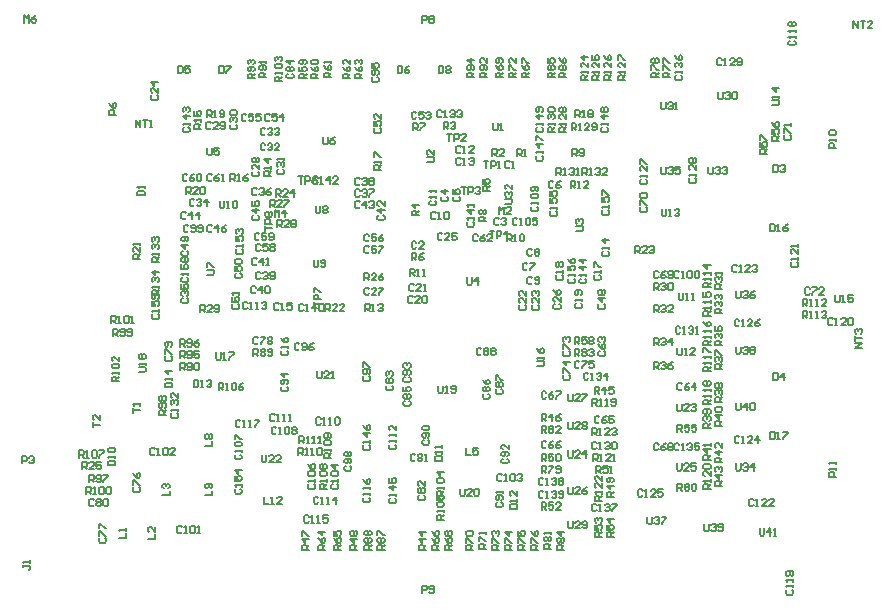
<source format=gbr>
%TF.GenerationSoftware,Altium Limited,Altium Designer,23.9.2 (47)*%
G04 Layer_Color=8388736*
%FSLAX45Y45*%
%MOMM*%
%TF.SameCoordinates,F1AFF133-CB08-443C-B5AD-2193434A7FAF*%
%TF.FilePolarity,Positive*%
%TF.FileFunction,Other,Top_Designator*%
%TF.Part,Single*%
G01*
G75*
%TA.AperFunction,NonConductor*%
%ADD108C,0.15000*%
D108*
X5520000Y3930035D02*
X5510003Y3940031D01*
X5490010D01*
X5480013Y3930035D01*
Y3890048D01*
X5490010Y3880051D01*
X5510003D01*
X5520000Y3890048D01*
X5539993Y3880051D02*
X5559987D01*
X5549990D01*
Y3940031D01*
X5539993Y3930035D01*
X4895012Y3499952D02*
X4885015Y3509949D01*
X4865021D01*
X4855025Y3499952D01*
Y3459965D01*
X4865021Y3449968D01*
X4885015D01*
X4895012Y3459965D01*
X4915005Y3449968D02*
X4934999D01*
X4925002D01*
Y3509949D01*
X4915005Y3499952D01*
X4964989D02*
X4974985Y3509949D01*
X4994979D01*
X5004976Y3499952D01*
Y3459965D01*
X4994979Y3449968D01*
X4974985D01*
X4964989Y3459965D01*
Y3499952D01*
X4849965Y3605008D02*
X4839968Y3595012D01*
Y3575018D01*
X4849965Y3565021D01*
X4889952D01*
X4899949Y3575018D01*
Y3595012D01*
X4889952Y3605008D01*
X4899949Y3625002D02*
Y3644996D01*
Y3634999D01*
X4839968D01*
X4849965Y3625002D01*
X4899949Y3674986D02*
Y3694979D01*
Y3684982D01*
X4839968D01*
X4849965Y3674986D01*
X4949965Y3640003D02*
X4939968Y3630006D01*
Y3610013D01*
X4949965Y3600016D01*
X4989952D01*
X4999949Y3610013D01*
Y3630006D01*
X4989952Y3640003D01*
X4999949Y3689987D02*
X4939968D01*
X4969958Y3659997D01*
Y3699984D01*
X5049965Y3640003D02*
X5039968Y3630006D01*
Y3610013D01*
X5049965Y3600016D01*
X5089952D01*
X5099949Y3610013D01*
Y3630006D01*
X5089952Y3640003D01*
X5039968Y3699984D02*
Y3659997D01*
X5069958D01*
X5059962Y3679990D01*
Y3689987D01*
X5069958Y3699984D01*
X5089952D01*
X5099949Y3689987D01*
Y3669993D01*
X5089952Y3659997D01*
X5105011Y4060035D02*
X5095015Y4070031D01*
X5075021D01*
X5065024Y4060035D01*
Y4020048D01*
X5075021Y4010051D01*
X5095015D01*
X5105011Y4020048D01*
X5125005Y4010051D02*
X5144999D01*
X5135002D01*
Y4070031D01*
X5125005Y4060035D01*
X5214976Y4010051D02*
X5174989D01*
X5214976Y4050038D01*
Y4060035D01*
X5204979Y4070031D01*
X5184985D01*
X5174989Y4060035D01*
X5105011Y3960034D02*
X5095015Y3970031D01*
X5075021D01*
X5065024Y3960034D01*
Y3920048D01*
X5075021Y3910051D01*
X5095015D01*
X5105011Y3920048D01*
X5125005Y3910051D02*
X5144999D01*
X5135002D01*
Y3970031D01*
X5125005Y3960034D01*
X5174989D02*
X5184985Y3970031D01*
X5204979D01*
X5214976Y3960034D01*
Y3950038D01*
X5204979Y3940041D01*
X5194982D01*
X5204979D01*
X5214976Y3930044D01*
Y3920048D01*
X5204979Y3910051D01*
X5184985D01*
X5174989Y3920048D01*
X5430003Y3449952D02*
X5420006Y3459949D01*
X5400013D01*
X5390016Y3449952D01*
Y3409965D01*
X5400013Y3399968D01*
X5420006D01*
X5430003Y3409965D01*
X5449997Y3449952D02*
X5459993Y3459949D01*
X5479987D01*
X5489984Y3449952D01*
Y3439955D01*
X5479987Y3429959D01*
X5469990D01*
X5479987D01*
X5489984Y3419962D01*
Y3409965D01*
X5479987Y3399968D01*
X5459993D01*
X5449997Y3409965D01*
X5670003Y3069952D02*
X5660007Y3079949D01*
X5640013D01*
X5630016Y3069952D01*
Y3029965D01*
X5640013Y3019968D01*
X5660007D01*
X5670003Y3029965D01*
X5689997Y3079949D02*
X5729984D01*
Y3069952D01*
X5689997Y3029965D01*
Y3019968D01*
X5710003Y3189993D02*
X5700007Y3199990D01*
X5680013D01*
X5670016Y3189993D01*
Y3150006D01*
X5680013Y3140010D01*
X5700007D01*
X5710003Y3150006D01*
X5729997Y3189993D02*
X5739994Y3199990D01*
X5759987D01*
X5769984Y3189993D01*
Y3179997D01*
X5759987Y3170000D01*
X5769984Y3160003D01*
Y3150006D01*
X5759987Y3140010D01*
X5739994D01*
X5729997Y3150006D01*
Y3160003D01*
X5739994Y3170000D01*
X5729997Y3179997D01*
Y3189993D01*
X5739994Y3170000D02*
X5759987D01*
X5710003Y2949993D02*
X5700007Y2959990D01*
X5680013D01*
X5670016Y2949993D01*
Y2910006D01*
X5680013Y2900010D01*
X5700007D01*
X5710003Y2910006D01*
X5729997D02*
X5739994Y2900010D01*
X5759987D01*
X5769984Y2910006D01*
Y2949993D01*
X5759987Y2959990D01*
X5739994D01*
X5729997Y2949993D01*
Y2939997D01*
X5739994Y2930000D01*
X5769984D01*
X4700013Y2790035D02*
X4690016Y2800031D01*
X4670023D01*
X4660026Y2790035D01*
Y2750048D01*
X4670023Y2740051D01*
X4690016D01*
X4700013Y2750048D01*
X4759994Y2740051D02*
X4720007D01*
X4759994Y2780038D01*
Y2790035D01*
X4749997Y2800031D01*
X4730003D01*
X4720007Y2790035D01*
X4779987D02*
X4789984Y2800031D01*
X4809977D01*
X4819974Y2790035D01*
Y2750048D01*
X4809977Y2740051D01*
X4789984D01*
X4779987Y2750048D01*
Y2790035D01*
X4710010Y2890035D02*
X4700013Y2900032D01*
X4680019D01*
X4670023Y2890035D01*
Y2850048D01*
X4680019Y2840051D01*
X4700013D01*
X4710010Y2850048D01*
X4769990Y2840051D02*
X4730003D01*
X4769990Y2880038D01*
Y2890035D01*
X4759994Y2900032D01*
X4740000D01*
X4730003Y2890035D01*
X4789984Y2840051D02*
X4809977D01*
X4799980D01*
Y2900032D01*
X4789984Y2890035D01*
X5609965Y2720013D02*
X5599968Y2710016D01*
Y2690023D01*
X5609965Y2680026D01*
X5649952D01*
X5659949Y2690023D01*
Y2710016D01*
X5649952Y2720013D01*
X5659949Y2779993D02*
Y2740006D01*
X5619962Y2779993D01*
X5609965D01*
X5599968Y2769997D01*
Y2750003D01*
X5609965Y2740006D01*
X5659949Y2839974D02*
Y2799987D01*
X5619962Y2839974D01*
X5609965D01*
X5599968Y2829977D01*
Y2809984D01*
X5609965Y2799987D01*
X5719965Y2720013D02*
X5709968Y2710016D01*
Y2690023D01*
X5719965Y2680026D01*
X5759952D01*
X5769949Y2690023D01*
Y2710016D01*
X5759952Y2720013D01*
X5769949Y2779993D02*
Y2740006D01*
X5729962Y2779993D01*
X5719965D01*
X5709968Y2769997D01*
Y2750003D01*
X5719965Y2740006D01*
Y2799987D02*
X5709968Y2809984D01*
Y2829977D01*
X5719965Y2839974D01*
X5729962D01*
X5739958Y2829977D01*
Y2819981D01*
Y2829977D01*
X5749955Y2839974D01*
X5759952D01*
X5769949Y2829977D01*
Y2809984D01*
X5759952Y2799987D01*
X4290007Y2120013D02*
X4280010Y2110016D01*
Y2090023D01*
X4290007Y2080026D01*
X4329994D01*
X4339990Y2090023D01*
Y2110016D01*
X4329994Y2120013D01*
Y2140007D02*
X4339990Y2150003D01*
Y2169997D01*
X4329994Y2179994D01*
X4290007D01*
X4280010Y2169997D01*
Y2150003D01*
X4290007Y2140007D01*
X4300003D01*
X4310000Y2150003D01*
Y2179994D01*
X4280010Y2199987D02*
Y2239974D01*
X4290007D01*
X4329994Y2199987D01*
X4339990D01*
X4360007Y4650013D02*
X4350010Y4640016D01*
Y4620023D01*
X4360007Y4610026D01*
X4399993D01*
X4409990Y4620023D01*
Y4640016D01*
X4399993Y4650013D01*
Y4670007D02*
X4409990Y4680003D01*
Y4699997D01*
X4399993Y4709994D01*
X4360007D01*
X4350010Y4699997D01*
Y4680003D01*
X4360007Y4670007D01*
X4370003D01*
X4380000Y4680003D01*
Y4709994D01*
X4350010Y4769974D02*
Y4729987D01*
X4380000D01*
X4370003Y4749981D01*
Y4759978D01*
X4380000Y4769974D01*
X4399993D01*
X4409990Y4759978D01*
Y4739984D01*
X4399993Y4729987D01*
X2340006Y1180013D02*
X2330010Y1170016D01*
Y1150023D01*
X2340006Y1140026D01*
X2379993D01*
X2389990Y1150023D01*
Y1170016D01*
X2379993Y1180013D01*
X2330010Y1200006D02*
Y1239993D01*
X2340006D01*
X2379993Y1200006D01*
X2389990D01*
X2330010Y1299974D02*
X2340006Y1279981D01*
X2360000Y1259987D01*
X2379993D01*
X2389990Y1269984D01*
Y1289977D01*
X2379993Y1299974D01*
X2369997D01*
X2360000Y1289977D01*
Y1259987D01*
X5455021Y1279993D02*
X5445024Y1289990D01*
X5425031D01*
X5415034Y1279993D01*
Y1240006D01*
X5425031Y1230010D01*
X5445024D01*
X5455021Y1240006D01*
X5475015Y1230010D02*
X5495008D01*
X5485011D01*
Y1289990D01*
X5475015Y1279993D01*
X5524998D02*
X5534995Y1289990D01*
X5554989D01*
X5564985Y1279993D01*
Y1240006D01*
X5554989Y1230010D01*
X5534995D01*
X5524998Y1240006D01*
Y1279993D01*
X5584979D02*
X5594976Y1289990D01*
X5614969D01*
X5624966Y1279993D01*
Y1269997D01*
X5614969Y1260000D01*
X5604973D01*
X5614969D01*
X5624966Y1250003D01*
Y1240006D01*
X5614969Y1230010D01*
X5594976D01*
X5584979Y1240006D01*
X2050007Y750013D02*
X2040010Y740016D01*
Y720023D01*
X2050007Y710026D01*
X2089994D01*
X2099990Y720023D01*
Y740016D01*
X2089994Y750013D01*
X2040010Y770007D02*
Y809994D01*
X2050007D01*
X2089994Y770007D01*
X2099990D01*
X2040010Y829987D02*
Y869974D01*
X2050007D01*
X2089994Y829987D01*
X2099990D01*
X3590007Y2030013D02*
X3580010Y2020016D01*
Y2000023D01*
X3590007Y1990026D01*
X3629994D01*
X3639990Y2000023D01*
Y2020016D01*
X3629994Y2030013D01*
Y2050007D02*
X3639990Y2060003D01*
Y2079997D01*
X3629994Y2089994D01*
X3590007D01*
X3580010Y2079997D01*
Y2060003D01*
X3590007Y2050007D01*
X3600003D01*
X3610000Y2060003D01*
Y2089994D01*
X3639990Y2139977D02*
X3580010D01*
X3610000Y2109987D01*
Y2149974D01*
X5250013Y3310035D02*
X5240016Y3320031D01*
X5220023D01*
X5210026Y3310035D01*
Y3270048D01*
X5220023Y3260051D01*
X5240016D01*
X5250013Y3270048D01*
X5309994Y3320031D02*
X5290000Y3310035D01*
X5270007Y3290041D01*
Y3270048D01*
X5280003Y3260051D01*
X5299997D01*
X5309994Y3270048D01*
Y3280044D01*
X5299997Y3290041D01*
X5270007D01*
X5369974Y3260051D02*
X5329987D01*
X5369974Y3300038D01*
Y3310035D01*
X5359978Y3320031D01*
X5339984D01*
X5329987Y3310035D01*
X6280013Y1769952D02*
X6270016Y1779949D01*
X6250023D01*
X6240026Y1769952D01*
Y1729965D01*
X6250023Y1719969D01*
X6270016D01*
X6280013Y1729965D01*
X6339994Y1779949D02*
X6320000Y1769952D01*
X6300007Y1749959D01*
Y1729965D01*
X6310003Y1719969D01*
X6329997D01*
X6339994Y1729965D01*
Y1739962D01*
X6329997Y1749959D01*
X6300007D01*
X6399974Y1779949D02*
X6359987D01*
Y1749959D01*
X6379981Y1759956D01*
X6389978D01*
X6399974Y1749959D01*
Y1729965D01*
X6389978Y1719969D01*
X6369984D01*
X6359987Y1729965D01*
X6780013Y1540035D02*
X6770016Y1550032D01*
X6750023D01*
X6740026Y1540035D01*
Y1500048D01*
X6750023Y1490051D01*
X6770016D01*
X6780013Y1500048D01*
X6839993Y1550032D02*
X6820000Y1540035D01*
X6800006Y1520041D01*
Y1500048D01*
X6810003Y1490051D01*
X6829997D01*
X6839993Y1500048D01*
Y1510045D01*
X6829997Y1520041D01*
X6800006D01*
X6859987Y1540035D02*
X6869984Y1550032D01*
X6889977D01*
X6899974Y1540035D01*
Y1530038D01*
X6889977Y1520041D01*
X6899974Y1510045D01*
Y1500048D01*
X6889977Y1490051D01*
X6869984D01*
X6859987Y1500048D01*
Y1510045D01*
X6869984Y1520041D01*
X6859987Y1530038D01*
Y1540035D01*
X6869984Y1520041D02*
X6889977D01*
X6780013Y3000034D02*
X6770016Y3010031D01*
X6750022D01*
X6740026Y3000034D01*
Y2960047D01*
X6750022Y2950051D01*
X6770016D01*
X6780013Y2960047D01*
X6839993Y3010031D02*
X6820000Y3000034D01*
X6800006Y2980041D01*
Y2960047D01*
X6810003Y2950051D01*
X6829997D01*
X6839993Y2960047D01*
Y2970044D01*
X6829997Y2980041D01*
X6800006D01*
X6859987Y2960047D02*
X6869983Y2950051D01*
X6889977D01*
X6899974Y2960047D01*
Y3000034D01*
X6889977Y3010031D01*
X6869983D01*
X6859987Y3000034D01*
Y2990038D01*
X6869983Y2980041D01*
X6899974D01*
X8060013Y2860034D02*
X8050016Y2870031D01*
X8030023D01*
X8020026Y2860034D01*
Y2820047D01*
X8030023Y2810051D01*
X8050016D01*
X8060013Y2820047D01*
X8080007Y2870031D02*
X8119994D01*
Y2860034D01*
X8080007Y2820047D01*
Y2810051D01*
X8179974D02*
X8139987D01*
X8179974Y2850038D01*
Y2860034D01*
X8169978Y2870031D01*
X8149984D01*
X8139987Y2860034D01*
X6980012Y2050035D02*
X6970016Y2060032D01*
X6950022D01*
X6940025Y2050035D01*
Y2010048D01*
X6950022Y2000051D01*
X6970016D01*
X6980012Y2010048D01*
X7039993Y2060032D02*
X7020000Y2050035D01*
X7000006Y2030041D01*
Y2010048D01*
X7010003Y2000051D01*
X7029996D01*
X7039993Y2010048D01*
Y2020045D01*
X7029996Y2030041D01*
X7000006D01*
X7089977Y2000051D02*
Y2060032D01*
X7059987Y2030041D01*
X7099974D01*
X6630048Y3550013D02*
X6620051Y3540016D01*
Y3520023D01*
X6630048Y3510026D01*
X6670035D01*
X6680031Y3520023D01*
Y3540016D01*
X6670035Y3550013D01*
X6620051Y3570007D02*
Y3609994D01*
X6630048D01*
X6670035Y3570007D01*
X6680031D01*
X6630048Y3629987D02*
X6620051Y3639984D01*
Y3659977D01*
X6630048Y3669974D01*
X6670035D01*
X6680031Y3659977D01*
Y3639984D01*
X6670035Y3629987D01*
X6630048D01*
X7445021Y3050035D02*
X7435024Y3060031D01*
X7415031D01*
X7405034Y3050035D01*
Y3010048D01*
X7415031Y3000051D01*
X7435024D01*
X7445021Y3010048D01*
X7465015Y3000051D02*
X7485008D01*
X7475011D01*
Y3060031D01*
X7465015Y3050035D01*
X7554985Y3000051D02*
X7514998D01*
X7554985Y3040038D01*
Y3050035D01*
X7544988Y3060031D01*
X7524995D01*
X7514998Y3050035D01*
X7574979D02*
X7584975Y3060031D01*
X7604969D01*
X7614966Y3050035D01*
Y3040038D01*
X7604969Y3030041D01*
X7594972D01*
X7604969D01*
X7614966Y3020045D01*
Y3010048D01*
X7604969Y3000051D01*
X7584975D01*
X7574979Y3010048D01*
X7465021Y1600035D02*
X7455024Y1610032D01*
X7435031D01*
X7425034Y1600035D01*
Y1560048D01*
X7435031Y1550051D01*
X7455024D01*
X7465021Y1560048D01*
X7485014Y1550051D02*
X7505008D01*
X7495011D01*
Y1610032D01*
X7485014Y1600035D01*
X7574985Y1550051D02*
X7534998D01*
X7574985Y1590038D01*
Y1600035D01*
X7564988Y1610032D01*
X7544995D01*
X7534998Y1600035D01*
X7624969Y1550051D02*
Y1610032D01*
X7594979Y1580041D01*
X7634966D01*
X6645021Y1150035D02*
X6635025Y1160031D01*
X6615031D01*
X6605034Y1150035D01*
Y1110048D01*
X6615031Y1100051D01*
X6635025D01*
X6645021Y1110048D01*
X6665015Y1100051D02*
X6685008D01*
X6675012D01*
Y1160031D01*
X6665015Y1150035D01*
X6754985Y1100051D02*
X6714999D01*
X6754985Y1140038D01*
Y1150035D01*
X6744989Y1160031D01*
X6724995D01*
X6714999Y1150035D01*
X6814966Y1160031D02*
X6774979D01*
Y1130041D01*
X6794973Y1140038D01*
X6804969D01*
X6814966Y1130041D01*
Y1110048D01*
X6804969Y1100051D01*
X6784976D01*
X6774979Y1110048D01*
X7465021Y2590034D02*
X7455024Y2600031D01*
X7435031D01*
X7425034Y2590034D01*
Y2550047D01*
X7435031Y2540051D01*
X7455024D01*
X7465021Y2550047D01*
X7485014Y2540051D02*
X7505008D01*
X7495011D01*
Y2600031D01*
X7485014Y2590034D01*
X7574985Y2540051D02*
X7534998D01*
X7574985Y2580038D01*
Y2590034D01*
X7564988Y2600031D01*
X7544995D01*
X7534998Y2590034D01*
X7634966Y2600031D02*
X7614972Y2590034D01*
X7594979Y2570041D01*
Y2550047D01*
X7604975Y2540051D01*
X7624969D01*
X7634966Y2550047D01*
Y2560044D01*
X7624969Y2570041D01*
X7594979D01*
X6629965Y3785021D02*
X6619968Y3775024D01*
Y3755031D01*
X6629965Y3745034D01*
X6669952D01*
X6679949Y3755031D01*
Y3775024D01*
X6669952Y3785021D01*
X6679949Y3805015D02*
Y3825008D01*
Y3815011D01*
X6619968D01*
X6629965Y3805015D01*
X6679949Y3894985D02*
Y3854998D01*
X6639962Y3894985D01*
X6629965D01*
X6619968Y3884989D01*
Y3864995D01*
X6629965Y3854998D01*
X6619968Y3914979D02*
Y3954966D01*
X6629965D01*
X6669952Y3914979D01*
X6679949D01*
X7049965Y3795021D02*
X7039968Y3785024D01*
Y3765031D01*
X7049965Y3755034D01*
X7089952D01*
X7099949Y3765031D01*
Y3785024D01*
X7089952Y3795021D01*
X7099949Y3815015D02*
Y3835008D01*
Y3825011D01*
X7039968D01*
X7049965Y3815015D01*
X7099949Y3904985D02*
Y3864998D01*
X7059962Y3904985D01*
X7049965D01*
X7039968Y3894989D01*
Y3874995D01*
X7049965Y3864998D01*
Y3924979D02*
X7039968Y3934976D01*
Y3954969D01*
X7049965Y3964966D01*
X7059962D01*
X7069959Y3954969D01*
X7079955Y3964966D01*
X7089952D01*
X7099949Y3954969D01*
Y3934976D01*
X7089952Y3924979D01*
X7079955D01*
X7069959Y3934976D01*
X7059962Y3924979D01*
X7049965D01*
X7069959Y3934976D02*
Y3954969D01*
X4730003Y3250035D02*
X4720007Y3260032D01*
X4700013D01*
X4690016Y3250035D01*
Y3210048D01*
X4700013Y3200051D01*
X4720007D01*
X4730003Y3210048D01*
X4789984Y3200051D02*
X4749997D01*
X4789984Y3240038D01*
Y3250035D01*
X4779987Y3260032D01*
X4759994D01*
X4749997Y3250035D01*
X3639965Y4680013D02*
X3629968Y4670016D01*
Y4650023D01*
X3639965Y4640026D01*
X3679952D01*
X3689949Y4650023D01*
Y4670016D01*
X3679952Y4680013D01*
X3639965Y4700007D02*
X3629968Y4710003D01*
Y4729997D01*
X3639965Y4739994D01*
X3649962D01*
X3659959Y4729997D01*
X3669955Y4739994D01*
X3679952D01*
X3689949Y4729997D01*
Y4710003D01*
X3679952Y4700007D01*
X3669955D01*
X3659959Y4710003D01*
X3649962Y4700007D01*
X3639965D01*
X3659959Y4710003D02*
Y4729997D01*
X3689949Y4789977D02*
X3629968D01*
X3659959Y4759987D01*
Y4799974D01*
X4020048Y1205021D02*
X4010051Y1195025D01*
Y1175031D01*
X4020048Y1165034D01*
X4060035D01*
X4070031Y1175031D01*
Y1195025D01*
X4060035Y1205021D01*
X4070031Y1225015D02*
Y1245008D01*
Y1235011D01*
X4010051D01*
X4020048Y1225015D01*
Y1274998D02*
X4010051Y1284995D01*
Y1304989D01*
X4020048Y1314985D01*
X4060035D01*
X4070031Y1304989D01*
Y1284995D01*
X4060035Y1274998D01*
X4020048D01*
X4070031Y1364969D02*
X4010051D01*
X4040041Y1334979D01*
Y1374966D01*
X5585021Y3449993D02*
X5575024Y3459990D01*
X5555031D01*
X5545034Y3449993D01*
Y3410006D01*
X5555031Y3400010D01*
X5575024D01*
X5585021Y3410006D01*
X5605015Y3400010D02*
X5625008D01*
X5615011D01*
Y3459990D01*
X5605015Y3449993D01*
X5654998D02*
X5664995Y3459990D01*
X5684989D01*
X5694985Y3449993D01*
Y3410006D01*
X5684989Y3400010D01*
X5664995D01*
X5654998Y3410006D01*
Y3449993D01*
X5754966Y3459990D02*
X5714979D01*
Y3430000D01*
X5734973Y3439997D01*
X5744969D01*
X5754966Y3430000D01*
Y3410006D01*
X5744969Y3400010D01*
X5724976D01*
X5714979Y3410006D01*
X3819965Y1205021D02*
X3809968Y1195025D01*
Y1175031D01*
X3819965Y1165034D01*
X3859952D01*
X3869949Y1175031D01*
Y1195025D01*
X3859952Y1205021D01*
X3869949Y1225015D02*
Y1245008D01*
Y1235011D01*
X3809968D01*
X3819965Y1225015D01*
Y1274998D02*
X3809968Y1284995D01*
Y1304989D01*
X3819965Y1314985D01*
X3859952D01*
X3869949Y1304989D01*
Y1284995D01*
X3859952Y1274998D01*
X3819965D01*
X3809968Y1374966D02*
X3819965Y1354973D01*
X3839959Y1334979D01*
X3859952D01*
X3869949Y1344976D01*
Y1364969D01*
X3859952Y1374966D01*
X3849955D01*
X3839959Y1364969D01*
Y1334979D01*
X3200007Y1455021D02*
X3190010Y1445025D01*
Y1425031D01*
X3200007Y1415034D01*
X3239994D01*
X3249990Y1425031D01*
Y1445025D01*
X3239994Y1455021D01*
X3249990Y1475015D02*
Y1495008D01*
Y1485012D01*
X3190010D01*
X3200007Y1475015D01*
Y1524998D02*
X3190010Y1534995D01*
Y1554989D01*
X3200007Y1564985D01*
X3239994D01*
X3249990Y1554989D01*
Y1534995D01*
X3239994Y1524998D01*
X3200007D01*
X3190010Y1584979D02*
Y1624966D01*
X3200007D01*
X3239994Y1584979D01*
X3249990D01*
X3545021Y1680034D02*
X3535024Y1690031D01*
X3515031D01*
X3505034Y1680034D01*
Y1640048D01*
X3515031Y1630051D01*
X3535024D01*
X3545021Y1640048D01*
X3565015Y1630051D02*
X3585008D01*
X3575011D01*
Y1690031D01*
X3565015Y1680034D01*
X3614998D02*
X3624995Y1690031D01*
X3644989D01*
X3654985Y1680034D01*
Y1640048D01*
X3644989Y1630051D01*
X3624995D01*
X3614998Y1640048D01*
Y1680034D01*
X3674979D02*
X3684976Y1690031D01*
X3704969D01*
X3714966Y1680034D01*
Y1670038D01*
X3704969Y1660041D01*
X3714966Y1650044D01*
Y1640048D01*
X3704969Y1630051D01*
X3684976D01*
X3674979Y1640048D01*
Y1650044D01*
X3684976Y1660041D01*
X3674979Y1670038D01*
Y1680034D01*
X3684976Y1660041D02*
X3704969D01*
X3240020Y1739993D02*
X3230023Y1749990D01*
X3210029D01*
X3200033Y1739993D01*
Y1700007D01*
X3210029Y1690010D01*
X3230023D01*
X3240020Y1700007D01*
X3260013Y1690010D02*
X3280007D01*
X3270010D01*
Y1749990D01*
X3260013Y1739993D01*
X3309997Y1690010D02*
X3329991D01*
X3319994D01*
Y1749990D01*
X3309997Y1739993D01*
X3359981Y1749990D02*
X3399968D01*
Y1739993D01*
X3359981Y1700007D01*
Y1690010D01*
X5710007Y3555022D02*
X5700010Y3545025D01*
Y3525031D01*
X5710007Y3515035D01*
X5749994D01*
X5759990Y3525031D01*
Y3545025D01*
X5749994Y3555022D01*
X5759990Y3575015D02*
Y3595009D01*
Y3585012D01*
X5700010D01*
X5710007Y3575015D01*
Y3624999D02*
X5700010Y3634996D01*
Y3654989D01*
X5710007Y3664986D01*
X5749994D01*
X5759990Y3654989D01*
Y3634996D01*
X5749994Y3624999D01*
X5710007D01*
X5749994Y3684979D02*
X5759990Y3694976D01*
Y3714970D01*
X5749994Y3724966D01*
X5710007D01*
X5700010Y3714970D01*
Y3694976D01*
X5710007Y3684979D01*
X5720003D01*
X5730000Y3694976D01*
Y3724966D01*
X3300020Y2740034D02*
X3290023Y2750031D01*
X3270030D01*
X3260033Y2740034D01*
Y2700047D01*
X3270030Y2690051D01*
X3290023D01*
X3300020Y2700047D01*
X3320013Y2690051D02*
X3340007D01*
X3330010D01*
Y2750031D01*
X3320013Y2740034D01*
X3369997Y2690051D02*
X3389991D01*
X3379994D01*
Y2750031D01*
X3369997Y2740034D01*
X3419981D02*
X3429977Y2750031D01*
X3449971D01*
X3459968Y2740034D01*
Y2730038D01*
X3449971Y2720041D01*
X3439974D01*
X3449971D01*
X3459968Y2710044D01*
Y2700047D01*
X3449971Y2690051D01*
X3429977D01*
X3419981Y2700047D01*
X3920020Y1759993D02*
X3910023Y1769990D01*
X3890029D01*
X3880033Y1759993D01*
Y1720006D01*
X3890029Y1710010D01*
X3910023D01*
X3920020Y1720006D01*
X3940013Y1710010D02*
X3960007D01*
X3950010D01*
Y1769990D01*
X3940013Y1759993D01*
X3989997Y1710010D02*
X4009990D01*
X3999994D01*
Y1769990D01*
X3989997Y1759993D01*
X4039980D02*
X4049977Y1769990D01*
X4069971D01*
X4079967Y1759993D01*
Y1720006D01*
X4069971Y1710010D01*
X4049977D01*
X4039980Y1720006D01*
Y1759993D01*
X3900020Y1089993D02*
X3890023Y1099990D01*
X3870029D01*
X3860033Y1089993D01*
Y1050006D01*
X3870029Y1040010D01*
X3890023D01*
X3900020Y1050006D01*
X3920013Y1040010D02*
X3940007D01*
X3930010D01*
Y1099990D01*
X3920013Y1089993D01*
X3969997Y1040010D02*
X3989990D01*
X3979994D01*
Y1099990D01*
X3969997Y1089993D01*
X4049971Y1040010D02*
Y1099990D01*
X4019981Y1070000D01*
X4059967D01*
X4290006Y1090019D02*
X4280009Y1080023D01*
Y1060029D01*
X4290006Y1050032D01*
X4329993D01*
X4339990Y1060029D01*
Y1080023D01*
X4329993Y1090019D01*
X4339990Y1110013D02*
Y1130007D01*
Y1120010D01*
X4280009D01*
X4290006Y1110013D01*
X4339990Y1159997D02*
Y1179990D01*
Y1169993D01*
X4280009D01*
X4290006Y1159997D01*
X4280009Y1249967D02*
X4290006Y1229974D01*
X4310000Y1209980D01*
X4329993D01*
X4339990Y1219977D01*
Y1239971D01*
X4329993Y1249967D01*
X4319996D01*
X4310000Y1239971D01*
Y1209980D01*
X3820020Y929993D02*
X3810023Y939990D01*
X3790030D01*
X3780033Y929993D01*
Y890006D01*
X3790030Y880010D01*
X3810023D01*
X3820020Y890006D01*
X3840013Y880010D02*
X3860007D01*
X3850010D01*
Y939990D01*
X3840013Y929993D01*
X3889997Y880010D02*
X3909991D01*
X3899994D01*
Y939990D01*
X3889997Y929993D01*
X3979968Y939990D02*
X3939981D01*
Y910000D01*
X3959974Y919997D01*
X3969971D01*
X3979968Y910000D01*
Y890006D01*
X3969971Y880010D01*
X3949977D01*
X3939981Y890006D01*
X2000013Y1070034D02*
X1990016Y1080031D01*
X1970023D01*
X1960026Y1070034D01*
Y1030047D01*
X1970023Y1020051D01*
X1990016D01*
X2000013Y1030047D01*
X2020007Y1070034D02*
X2030003Y1080031D01*
X2049997D01*
X2059994Y1070034D01*
Y1060038D01*
X2049997Y1050041D01*
X2059994Y1040044D01*
Y1030047D01*
X2049997Y1020051D01*
X2030003D01*
X2020007Y1030047D01*
Y1040044D01*
X2030003Y1050041D01*
X2020007Y1060038D01*
Y1070034D01*
X2030003Y1050041D02*
X2049997D01*
X2079987Y1070034D02*
X2089984Y1080031D01*
X2109977D01*
X2119974Y1070034D01*
Y1030047D01*
X2109977Y1020051D01*
X2089984D01*
X2079987Y1030047D01*
Y1070034D01*
X6280048Y2330013D02*
X6270051Y2320016D01*
Y2300023D01*
X6280048Y2290026D01*
X6320035D01*
X6330032Y2300023D01*
Y2320016D01*
X6320035Y2330013D01*
X6270051Y2389994D02*
X6280048Y2370000D01*
X6300041Y2350007D01*
X6320035D01*
X6330032Y2360003D01*
Y2379997D01*
X6320035Y2389994D01*
X6310038D01*
X6300041Y2379997D01*
Y2350007D01*
X6280048Y2409987D02*
X6270051Y2419984D01*
Y2439978D01*
X6280048Y2449974D01*
X6290045D01*
X6300041Y2439978D01*
Y2429981D01*
Y2439978D01*
X6310038Y2449974D01*
X6320035D01*
X6330032Y2439978D01*
Y2419984D01*
X6320035Y2409987D01*
X3590007Y2335012D02*
X3580010Y2325015D01*
Y2305021D01*
X3590007Y2295025D01*
X3629994D01*
X3639990Y2305021D01*
Y2325015D01*
X3629994Y2335012D01*
X3639990Y2355005D02*
Y2374999D01*
Y2365002D01*
X3580010D01*
X3590007Y2355005D01*
X3580010Y2444976D02*
X3590007Y2424982D01*
X3610000Y2404989D01*
X3629994D01*
X3639990Y2414986D01*
Y2434979D01*
X3629994Y2444976D01*
X3619997D01*
X3610000Y2434979D01*
Y2404989D01*
X6239965Y2975011D02*
X6229968Y2965015D01*
Y2945021D01*
X6239965Y2935024D01*
X6279952D01*
X6289949Y2945021D01*
Y2965015D01*
X6279952Y2975011D01*
X6289949Y2995005D02*
Y3014999D01*
Y3005002D01*
X6229968D01*
X6239965Y2995005D01*
X6229968Y3044989D02*
Y3084976D01*
X6239965D01*
X6279952Y3044989D01*
X6289949D01*
X5919965Y2975011D02*
X5909968Y2965015D01*
Y2945021D01*
X5919965Y2935024D01*
X5959952D01*
X5969949Y2945021D01*
Y2965015D01*
X5959952Y2975011D01*
X5969949Y2995005D02*
Y3014999D01*
Y3005002D01*
X5909968D01*
X5919965Y2995005D01*
Y3044989D02*
X5909968Y3054985D01*
Y3074979D01*
X5919965Y3084976D01*
X5929962D01*
X5939958Y3074979D01*
X5949955Y3084976D01*
X5959952D01*
X5969949Y3074979D01*
Y3054985D01*
X5959952Y3044989D01*
X5949955D01*
X5939958Y3054985D01*
X5929962Y3044989D01*
X5919965D01*
X5939958Y3054985D02*
Y3074979D01*
X7890048Y4960020D02*
X7880051Y4950023D01*
Y4930030D01*
X7890048Y4920033D01*
X7930035D01*
X7940031Y4930030D01*
Y4950023D01*
X7930035Y4960020D01*
X7940031Y4980013D02*
Y5000007D01*
Y4990010D01*
X7880051D01*
X7890048Y4980013D01*
X7940031Y5029997D02*
Y5049991D01*
Y5039994D01*
X7880051D01*
X7890048Y5029997D01*
Y5079981D02*
X7880051Y5089977D01*
Y5109971D01*
X7890048Y5119968D01*
X7900044D01*
X7910041Y5109971D01*
X7920038Y5119968D01*
X7930035D01*
X7940031Y5109971D01*
Y5089977D01*
X7930035Y5079981D01*
X7920038D01*
X7910041Y5089977D01*
X7900044Y5079981D01*
X7890048D01*
X7910041Y5089977D02*
Y5109971D01*
X5830013Y1560034D02*
X5820017Y1570031D01*
X5800023D01*
X5790026Y1560034D01*
Y1520048D01*
X5800023Y1510051D01*
X5820017D01*
X5830013Y1520048D01*
X5889994Y1570031D02*
X5870000Y1560034D01*
X5850007Y1540041D01*
Y1520048D01*
X5860004Y1510051D01*
X5879997D01*
X5889994Y1520048D01*
Y1530044D01*
X5879997Y1540041D01*
X5850007D01*
X5949974Y1570031D02*
X5929981Y1560034D01*
X5909987Y1540041D01*
Y1520048D01*
X5919984Y1510051D01*
X5939978D01*
X5949974Y1520048D01*
Y1530044D01*
X5939978Y1540041D01*
X5909987D01*
X5830013Y1980035D02*
X5820017Y1990032D01*
X5800023D01*
X5790026Y1980035D01*
Y1940048D01*
X5800023Y1930051D01*
X5820017D01*
X5830013Y1940048D01*
X5889994Y1990032D02*
X5870000Y1980035D01*
X5850007Y1960041D01*
Y1940048D01*
X5860004Y1930051D01*
X5879997D01*
X5889994Y1940048D01*
Y1950045D01*
X5879997Y1960041D01*
X5850007D01*
X5909987Y1990032D02*
X5949974D01*
Y1980035D01*
X5909987Y1940048D01*
Y1930051D01*
X7870048Y310019D02*
X7860051Y300023D01*
Y280029D01*
X7870048Y270032D01*
X7910034D01*
X7920031Y280029D01*
Y300023D01*
X7910034Y310019D01*
X7920031Y330013D02*
Y350007D01*
Y340010D01*
X7860051D01*
X7870048Y330013D01*
X7920031Y379997D02*
Y399990D01*
Y389993D01*
X7860051D01*
X7870048Y379997D01*
X7910034Y429980D02*
X7920031Y439977D01*
Y459971D01*
X7910034Y469967D01*
X7870048D01*
X7860051Y459971D01*
Y439977D01*
X7870048Y429980D01*
X7880044D01*
X7890041Y439977D01*
Y469967D01*
X6955021Y3000034D02*
X6945024Y3010031D01*
X6925030D01*
X6915034Y3000034D01*
Y2960047D01*
X6925030Y2950051D01*
X6945024D01*
X6955021Y2960047D01*
X6975014Y2950051D02*
X6995008D01*
X6985011D01*
Y3010031D01*
X6975014Y3000034D01*
X7024998D02*
X7034995Y3010031D01*
X7054988D01*
X7064985Y3000034D01*
Y2960047D01*
X7054988Y2950051D01*
X7034995D01*
X7024998Y2960047D01*
Y3000034D01*
X7084978D02*
X7094975Y3010031D01*
X7114969D01*
X7124965Y3000034D01*
Y2960047D01*
X7114969Y2950051D01*
X7094975D01*
X7084978Y2960047D01*
Y3000034D01*
X7724240Y3404637D02*
Y3344657D01*
X7754230D01*
X7764227Y3354653D01*
Y3394640D01*
X7754230Y3404637D01*
X7724240D01*
X7784221Y3344657D02*
X7804214D01*
X7794217D01*
Y3404637D01*
X7784221Y3394640D01*
X7874191Y3404637D02*
X7854198Y3394640D01*
X7834204Y3374647D01*
Y3354653D01*
X7844201Y3344657D01*
X7864195D01*
X7874191Y3354653D01*
Y3364650D01*
X7864195Y3374647D01*
X7834204D01*
X7724240Y1644638D02*
Y1584657D01*
X7754230D01*
X7764227Y1594654D01*
Y1634641D01*
X7754230Y1644638D01*
X7724240D01*
X7784221Y1584657D02*
X7804214D01*
X7794217D01*
Y1644638D01*
X7784221Y1634641D01*
X7834204Y1644638D02*
X7874191D01*
Y1634641D01*
X7834204Y1594654D01*
Y1584657D01*
X7750016Y3904637D02*
Y3844657D01*
X7780007D01*
X7790003Y3854653D01*
Y3894640D01*
X7780007Y3904637D01*
X7750016D01*
X7809997Y3894640D02*
X7819994Y3904637D01*
X7839987D01*
X7849984Y3894640D01*
Y3884644D01*
X7839987Y3874647D01*
X7829990D01*
X7839987D01*
X7849984Y3864650D01*
Y3854653D01*
X7839987Y3844657D01*
X7819994D01*
X7809997Y3854653D01*
X7750016Y2144638D02*
Y2084657D01*
X7780007D01*
X7790003Y2094654D01*
Y2134641D01*
X7780007Y2144638D01*
X7750016D01*
X7839987Y2084657D02*
Y2144638D01*
X7809997Y2114647D01*
X7849984D01*
X2210010Y750013D02*
X2269990D01*
Y790000D01*
Y809994D02*
Y829987D01*
Y819990D01*
X2210010D01*
X2220007Y809994D01*
X2460010Y740016D02*
X2519990D01*
Y780003D01*
Y839984D02*
Y799997D01*
X2480003Y839984D01*
X2470007D01*
X2460010Y829987D01*
Y809994D01*
X2470007Y799997D01*
X1410516Y5113510D02*
Y5173490D01*
X1430510Y5153497D01*
X1450503Y5173490D01*
Y5113510D01*
X1510484Y5173490D02*
X1490491Y5163493D01*
X1470497Y5143500D01*
Y5123506D01*
X1480494Y5113510D01*
X1500487D01*
X1510484Y5123506D01*
Y5133503D01*
X1500487Y5143500D01*
X1470497D01*
X5580013Y3980010D02*
Y4039990D01*
X5610003D01*
X5620000Y4029993D01*
Y4010000D01*
X5610003Y4000003D01*
X5580013D01*
X5600007D02*
X5620000Y3980010D01*
X5639994D02*
X5659987D01*
X5649990D01*
Y4039990D01*
X5639994Y4029993D01*
X5370016Y3980010D02*
Y4039990D01*
X5400007D01*
X5410003Y4029993D01*
Y4010000D01*
X5400007Y4000003D01*
X5370016D01*
X5390010D02*
X5410003Y3980010D01*
X5469984D02*
X5429997D01*
X5469984Y4019997D01*
Y4029993D01*
X5459987Y4039990D01*
X5439994D01*
X5429997Y4029993D01*
X4700016Y4200010D02*
Y4259990D01*
X4730007D01*
X4740003Y4249993D01*
Y4230000D01*
X4730007Y4220003D01*
X4700016D01*
X4720010D02*
X4740003Y4200010D01*
X4759997Y4259990D02*
X4799984D01*
Y4249993D01*
X4759997Y4210006D01*
Y4200010D01*
X5319990Y3430017D02*
X5260010D01*
Y3460007D01*
X5270006Y3470003D01*
X5290000D01*
X5299997Y3460007D01*
Y3430017D01*
Y3450010D02*
X5319990Y3470003D01*
X5270006Y3489997D02*
X5260010Y3499994D01*
Y3519987D01*
X5270006Y3529984D01*
X5280003D01*
X5290000Y3519987D01*
X5299997Y3529984D01*
X5309993D01*
X5319990Y3519987D01*
Y3499994D01*
X5309993Y3489997D01*
X5299997D01*
X5290000Y3499994D01*
X5280003Y3489997D01*
X5270006D01*
X5290000Y3499994D02*
Y3519987D01*
X6050370Y3980010D02*
Y4039990D01*
X6080360D01*
X6090357Y4029993D01*
Y4010000D01*
X6080360Y4000003D01*
X6050370D01*
X6070364D02*
X6090357Y3980010D01*
X6110350Y3990006D02*
X6120347Y3980010D01*
X6140341D01*
X6150337Y3990006D01*
Y4029993D01*
X6140341Y4039990D01*
X6120347D01*
X6110350Y4029993D01*
Y4019997D01*
X6120347Y4010000D01*
X6150337D01*
X4690016Y3100010D02*
Y3159990D01*
X4720007D01*
X4730003Y3149993D01*
Y3130000D01*
X4720007Y3120003D01*
X4690016D01*
X4710010D02*
X4730003Y3100010D01*
X4789984Y3159990D02*
X4769990Y3149993D01*
X4749997Y3130000D01*
Y3110006D01*
X4759994Y3100010D01*
X4779987D01*
X4789984Y3110006D01*
Y3120003D01*
X4779987Y3130000D01*
X4749997D01*
X7319990Y2380026D02*
X7260010D01*
Y2410016D01*
X7270007Y2420013D01*
X7290000D01*
X7299997Y2410016D01*
Y2380026D01*
Y2400020D02*
X7319990Y2420013D01*
X7270007Y2440007D02*
X7260010Y2450003D01*
Y2469997D01*
X7270007Y2479994D01*
X7280003D01*
X7290000Y2469997D01*
Y2460000D01*
Y2469997D01*
X7299997Y2479994D01*
X7309994D01*
X7319990Y2469997D01*
Y2450003D01*
X7309994Y2440007D01*
X7260010Y2539974D02*
Y2499987D01*
X7290000D01*
X7280003Y2519981D01*
Y2529977D01*
X7290000Y2539974D01*
X7309994D01*
X7319990Y2529977D01*
Y2509984D01*
X7309994Y2499987D01*
X8000033Y2710010D02*
Y2769990D01*
X8030023D01*
X8040020Y2759993D01*
Y2740000D01*
X8030023Y2730003D01*
X8000033D01*
X8020026D02*
X8040020Y2710010D01*
X8060013D02*
X8080007D01*
X8070010D01*
Y2769990D01*
X8060013Y2759993D01*
X8109997Y2710010D02*
X8129991D01*
X8119994D01*
Y2769990D01*
X8109997Y2759993D01*
X8199968Y2710010D02*
X8159981D01*
X8199968Y2749997D01*
Y2759993D01*
X8189971Y2769990D01*
X8169977D01*
X8159981Y2759993D01*
X6940026Y1650010D02*
Y1709990D01*
X6970016D01*
X6980013Y1699993D01*
Y1680000D01*
X6970016Y1670003D01*
X6940026D01*
X6960020D02*
X6980013Y1650010D01*
X7039994Y1709990D02*
X7000007D01*
Y1680000D01*
X7020000Y1689997D01*
X7029997D01*
X7039994Y1680000D01*
Y1660006D01*
X7029997Y1650010D01*
X7010003D01*
X7000007Y1660006D01*
X7099974Y1709990D02*
X7059987D01*
Y1680000D01*
X7079981Y1689997D01*
X7089977D01*
X7099974Y1680000D01*
Y1660006D01*
X7089977Y1650010D01*
X7069984D01*
X7059987Y1660006D01*
X8000033Y2610010D02*
Y2669990D01*
X8030023D01*
X8040020Y2659993D01*
Y2640000D01*
X8030023Y2630003D01*
X8000033D01*
X8020026D02*
X8040020Y2610010D01*
X8060013D02*
X8080007D01*
X8070010D01*
Y2669990D01*
X8060013Y2659993D01*
X8109997Y2610010D02*
X8129991D01*
X8119994D01*
Y2669990D01*
X8109997Y2659993D01*
X8159981D02*
X8169977Y2669990D01*
X8189971D01*
X8199968Y2659993D01*
Y2649997D01*
X8189971Y2640000D01*
X8179974D01*
X8189971D01*
X8199968Y2630003D01*
Y2620006D01*
X8189971Y2610010D01*
X8169977D01*
X8159981Y2620006D01*
X4749990Y3480016D02*
X4690010D01*
Y3510007D01*
X4700007Y3520003D01*
X4720000D01*
X4729997Y3510007D01*
Y3480016D01*
Y3500010D02*
X4749990Y3520003D01*
Y3569987D02*
X4690010D01*
X4720000Y3539997D01*
Y3579984D01*
X4675021Y2970010D02*
Y3029990D01*
X4705011D01*
X4715008Y3019993D01*
Y3000000D01*
X4705011Y2990003D01*
X4675021D01*
X4695015D02*
X4715008Y2970010D01*
X4735002D02*
X4754995D01*
X4744998D01*
Y3029990D01*
X4735002Y3019993D01*
X4784985Y2970010D02*
X4804979D01*
X4794982D01*
Y3029990D01*
X4784985Y3019993D01*
X2730026Y2170010D02*
Y2229990D01*
X2760016D01*
X2770013Y2219994D01*
Y2200000D01*
X2760016Y2190003D01*
X2730026D01*
X2750020D02*
X2770013Y2170010D01*
X2790007Y2180007D02*
X2800003Y2170010D01*
X2819997D01*
X2829994Y2180007D01*
Y2219994D01*
X2819997Y2229990D01*
X2800003D01*
X2790007Y2219994D01*
Y2209997D01*
X2800003Y2200000D01*
X2829994D01*
X2849987Y2219994D02*
X2859984Y2229990D01*
X2879977D01*
X2889974Y2219994D01*
Y2180007D01*
X2879977Y2170010D01*
X2859984D01*
X2849987Y2180007D01*
Y2219994D01*
X2730026Y2270010D02*
Y2329990D01*
X2760016D01*
X2770013Y2319993D01*
Y2300000D01*
X2760016Y2290003D01*
X2730026D01*
X2750020D02*
X2770013Y2270010D01*
X2790007Y2280006D02*
X2800003Y2270010D01*
X2819997D01*
X2829994Y2280006D01*
Y2319993D01*
X2819997Y2329990D01*
X2800003D01*
X2790007Y2319993D01*
Y2309997D01*
X2800003Y2300000D01*
X2829994D01*
X2889974Y2329990D02*
X2849987D01*
Y2300000D01*
X2869981Y2309997D01*
X2879977D01*
X2889974Y2300000D01*
Y2280006D01*
X2879977Y2270010D01*
X2859984D01*
X2849987Y2280006D01*
X6740026Y2660010D02*
Y2719990D01*
X6770016D01*
X6780013Y2709993D01*
Y2690000D01*
X6770016Y2680003D01*
X6740026D01*
X6760019D02*
X6780013Y2660010D01*
X6800006Y2709993D02*
X6810003Y2719990D01*
X6829997D01*
X6839993Y2709993D01*
Y2699997D01*
X6829997Y2690000D01*
X6820000D01*
X6829997D01*
X6839993Y2680003D01*
Y2670006D01*
X6829997Y2660010D01*
X6810003D01*
X6800006Y2670006D01*
X6899974Y2660010D02*
X6859987D01*
X6899974Y2699997D01*
Y2709993D01*
X6889977Y2719990D01*
X6869983D01*
X6859987Y2709993D01*
X4990026Y4169990D02*
X5030013D01*
X5010020D01*
Y4110010D01*
X5050007D02*
Y4169990D01*
X5079997D01*
X5089994Y4159993D01*
Y4140000D01*
X5079997Y4130003D01*
X5050007D01*
X5149974Y4110010D02*
X5109987D01*
X5149974Y4149997D01*
Y4159993D01*
X5139978Y4169990D01*
X5119984D01*
X5109987Y4159993D01*
X5300023Y3939990D02*
X5340010D01*
X5320016D01*
Y3880010D01*
X5360003D02*
Y3939990D01*
X5389994D01*
X5399990Y3929993D01*
Y3910000D01*
X5389994Y3900003D01*
X5360003D01*
X5419984Y3880010D02*
X5439977D01*
X5429981D01*
Y3939990D01*
X5419984Y3929993D01*
X5110026Y3719990D02*
X5150013D01*
X5130020D01*
Y3660010D01*
X5170007D02*
Y3719990D01*
X5199997D01*
X5209994Y3709993D01*
Y3690000D01*
X5199997Y3680003D01*
X5170007D01*
X5229987Y3709993D02*
X5239984Y3719990D01*
X5259978D01*
X5269974Y3709993D01*
Y3699997D01*
X5259978Y3690000D01*
X5249981D01*
X5259978D01*
X5269974Y3680003D01*
Y3670006D01*
X5259978Y3660010D01*
X5239984D01*
X5229987Y3670006D01*
X5350026Y3349990D02*
X5390013D01*
X5370020D01*
Y3290010D01*
X5410007D02*
Y3349990D01*
X5439997D01*
X5449994Y3339993D01*
Y3320000D01*
X5439997Y3310003D01*
X5410007D01*
X5499978Y3290010D02*
Y3349990D01*
X5469987Y3320000D01*
X5509974D01*
X4820009Y3932516D02*
X4869993D01*
X4879990Y3942513D01*
Y3962506D01*
X4869993Y3972503D01*
X4820009D01*
X4879990Y4032483D02*
Y3992496D01*
X4840003Y4032483D01*
X4830006D01*
X4820009Y4022487D01*
Y4002493D01*
X4830006Y3992496D01*
X5380013Y4259990D02*
Y4210006D01*
X5390010Y4200010D01*
X5410003D01*
X5420000Y4210006D01*
Y4259990D01*
X5439994Y4200010D02*
X5459987D01*
X5449990D01*
Y4259990D01*
X5439994Y4249993D01*
X6950374Y2825288D02*
Y2775305D01*
X6960371Y2765308D01*
X6980364D01*
X6990361Y2775305D01*
Y2825288D01*
X7010355Y2765308D02*
X7030348D01*
X7020351D01*
Y2825288D01*
X7010355Y2815292D01*
X7060338Y2765308D02*
X7080332D01*
X7070335D01*
Y2825288D01*
X7060338Y2815292D01*
X6015379Y1180313D02*
Y1130329D01*
X6025376Y1120333D01*
X6045369D01*
X6055366Y1130329D01*
Y1180313D01*
X6115346Y1120333D02*
X6075359D01*
X6115346Y1160320D01*
Y1170316D01*
X6105350Y1180313D01*
X6085356D01*
X6075359Y1170316D01*
X6175327Y1180313D02*
X6155334Y1170316D01*
X6135340Y1150323D01*
Y1130329D01*
X6145337Y1120333D01*
X6165330D01*
X6175327Y1130329D01*
Y1140326D01*
X6165330Y1150323D01*
X6135340D01*
X6935379Y1885313D02*
Y1835329D01*
X6945375Y1825333D01*
X6965369D01*
X6975366Y1835329D01*
Y1885313D01*
X7035346Y1825333D02*
X6995359D01*
X7035346Y1865320D01*
Y1875316D01*
X7025350Y1885313D01*
X7005356D01*
X6995359Y1875316D01*
X7055340D02*
X7065337Y1885313D01*
X7085330D01*
X7095327Y1875316D01*
Y1865320D01*
X7085330Y1855323D01*
X7075334D01*
X7085330D01*
X7095327Y1845326D01*
Y1835329D01*
X7085330Y1825333D01*
X7065337D01*
X7055340Y1835329D01*
X6015379Y1730313D02*
Y1680329D01*
X6025376Y1670333D01*
X6045369D01*
X6055366Y1680329D01*
Y1730313D01*
X6115346Y1670333D02*
X6075359D01*
X6115346Y1710320D01*
Y1720316D01*
X6105350Y1730313D01*
X6085356D01*
X6075359Y1720316D01*
X6135340D02*
X6145337Y1730313D01*
X6165330D01*
X6175327Y1720316D01*
Y1710320D01*
X6165330Y1700323D01*
X6175327Y1690326D01*
Y1680329D01*
X6165330Y1670333D01*
X6145337D01*
X6135340Y1680329D01*
Y1690326D01*
X6145337Y1700323D01*
X6135340Y1710320D01*
Y1720316D01*
X6145337Y1700323D02*
X6165330D01*
X6940377Y2360313D02*
Y2310329D01*
X6950374Y2300333D01*
X6970368D01*
X6980364Y2310329D01*
Y2360313D01*
X7000358Y2300333D02*
X7020351D01*
X7010355D01*
Y2360313D01*
X7000358Y2350316D01*
X7090328Y2300333D02*
X7050342D01*
X7090328Y2340320D01*
Y2350316D01*
X7080332Y2360313D01*
X7060338D01*
X7050342Y2350316D01*
X8275290Y2804637D02*
Y2754653D01*
X8285287Y2744656D01*
X8305280D01*
X8315277Y2754653D01*
Y2804637D01*
X8335271Y2744656D02*
X8355264D01*
X8345267D01*
Y2804637D01*
X8335271Y2794640D01*
X8425241Y2804637D02*
X8385254D01*
Y2774646D01*
X8405248Y2784643D01*
X8415245D01*
X8425241Y2774646D01*
Y2754653D01*
X8415245Y2744656D01*
X8395251D01*
X8385254Y2754653D01*
X6015379Y1490313D02*
Y1440329D01*
X6025376Y1430333D01*
X6045369D01*
X6055366Y1440329D01*
Y1490313D01*
X6115346Y1430333D02*
X6075359D01*
X6115346Y1470320D01*
Y1480316D01*
X6105350Y1490313D01*
X6085356D01*
X6075359Y1480316D01*
X6165330Y1430333D02*
Y1490313D01*
X6135340Y1460323D01*
X6175327D01*
X6015379Y890313D02*
Y840330D01*
X6025376Y830333D01*
X6045369D01*
X6055366Y840330D01*
Y890313D01*
X6115346Y830333D02*
X6075359D01*
X6115346Y870320D01*
Y880317D01*
X6105350Y890313D01*
X6085356D01*
X6075359Y880317D01*
X6135340Y840330D02*
X6145337Y830333D01*
X6165330D01*
X6175327Y840330D01*
Y880317D01*
X6165330Y890313D01*
X6145337D01*
X6135340Y880317D01*
Y870320D01*
X6145337Y860323D01*
X6175327D01*
X6015379Y1970313D02*
Y1920329D01*
X6025376Y1910333D01*
X6045369D01*
X6055366Y1920329D01*
Y1970313D01*
X6115346Y1910333D02*
X6075359D01*
X6115346Y1950320D01*
Y1960316D01*
X6105350Y1970313D01*
X6085356D01*
X6075359Y1960316D01*
X6135340Y1970313D02*
X6175327D01*
Y1960316D01*
X6135340Y1920329D01*
Y1910333D01*
X6806393Y3533652D02*
Y3483668D01*
X6816389Y3473671D01*
X6836383D01*
X6846379Y3483668D01*
Y3533652D01*
X6866373Y3473671D02*
X6886367D01*
X6876370D01*
Y3533652D01*
X6866373Y3523655D01*
X6916357D02*
X6926353Y3533652D01*
X6946347D01*
X6956344Y3523655D01*
Y3513658D01*
X6946347Y3503662D01*
X6936350D01*
X6946347D01*
X6956344Y3493665D01*
Y3483668D01*
X6946347Y3473671D01*
X6926353D01*
X6916357Y3483668D01*
X7742198Y4415235D02*
X7792182D01*
X7802179Y4425232D01*
Y4445226D01*
X7792182Y4455222D01*
X7742198D01*
X7802179Y4475216D02*
Y4495209D01*
Y4485213D01*
X7742198D01*
X7752195Y4475216D01*
X7802179Y4555190D02*
X7742198D01*
X7772189Y4525199D01*
Y4565186D01*
X3420026Y1449990D02*
Y1400006D01*
X3430023Y1390010D01*
X3450016D01*
X3460013Y1400006D01*
Y1449990D01*
X3519993Y1390010D02*
X3480007D01*
X3519993Y1429997D01*
Y1439993D01*
X3509997Y1449990D01*
X3490003D01*
X3480007Y1439993D01*
X3579974Y1390010D02*
X3539987D01*
X3579974Y1429997D01*
Y1439993D01*
X3569977Y1449990D01*
X3549984D01*
X3539987Y1439993D01*
X6080009Y3350016D02*
X6129993D01*
X6139990Y3360013D01*
Y3380006D01*
X6129993Y3390003D01*
X6080009D01*
X6090006Y3409997D02*
X6080009Y3419993D01*
Y3439987D01*
X6090006Y3449984D01*
X6100003D01*
X6110000Y3439987D01*
Y3429990D01*
Y3439987D01*
X6119996Y3449984D01*
X6129993D01*
X6139990Y3439987D01*
Y3419993D01*
X6129993Y3409997D01*
X4778516Y5111510D02*
Y5171490D01*
X4808507D01*
X4818503Y5161493D01*
Y5141500D01*
X4808507Y5131503D01*
X4778516D01*
X4838497Y5161493D02*
X4848493Y5171490D01*
X4868487D01*
X4878484Y5161493D01*
Y5151497D01*
X4868487Y5141500D01*
X4878484Y5131503D01*
Y5121506D01*
X4868487Y5111510D01*
X4848493D01*
X4838497Y5121506D01*
Y5131503D01*
X4848493Y5141500D01*
X4838497Y5151497D01*
Y5161493D01*
X4848493Y5141500D02*
X4868487D01*
X4778516Y285510D02*
Y345490D01*
X4808507D01*
X4818503Y335493D01*
Y315500D01*
X4808507Y305503D01*
X4778516D01*
X4838497Y295506D02*
X4848493Y285510D01*
X4868487D01*
X4878484Y295506D01*
Y335493D01*
X4868487Y345490D01*
X4848493D01*
X4838497Y335493D01*
Y325497D01*
X4848493Y315500D01*
X4878484D01*
X3390013Y2439952D02*
X3380016Y2449949D01*
X3360023D01*
X3350026Y2439952D01*
Y2399965D01*
X3360023Y2389968D01*
X3380016D01*
X3390013Y2399965D01*
X3410007Y2449949D02*
X3449994D01*
Y2439952D01*
X3410007Y2399965D01*
Y2389968D01*
X3469987Y2439952D02*
X3479984Y2449949D01*
X3499978D01*
X3509974Y2439952D01*
Y2429955D01*
X3499978Y2419959D01*
X3509974Y2409962D01*
Y2399965D01*
X3499978Y2389968D01*
X3479984D01*
X3469987Y2399965D01*
Y2409962D01*
X3479984Y2419959D01*
X3469987Y2429955D01*
Y2439952D01*
X3479984Y2419959D02*
X3499978D01*
X2710016Y4744637D02*
Y4684657D01*
X2740007D01*
X2750003Y4694654D01*
Y4734641D01*
X2740007Y4744637D01*
X2710016D01*
X2809984D02*
X2769997D01*
Y4714647D01*
X2789991Y4724644D01*
X2799987D01*
X2809984Y4714647D01*
Y4694654D01*
X2799987Y4684657D01*
X2779994D01*
X2769997Y4694654D01*
X4570016Y4744637D02*
Y4684657D01*
X4600007D01*
X4610003Y4694654D01*
Y4734641D01*
X4600007Y4744637D01*
X4570016D01*
X4669984D02*
X4649990Y4734641D01*
X4629997Y4714647D01*
Y4694654D01*
X4639994Y4684657D01*
X4659987D01*
X4669984Y4694654D01*
Y4704650D01*
X4659987Y4714647D01*
X4629997D01*
X4459990Y651026D02*
X4400010D01*
Y681016D01*
X4410007Y691013D01*
X4430000D01*
X4439997Y681016D01*
Y651026D01*
Y671020D02*
X4459990Y691013D01*
X4410007Y711007D02*
X4400010Y721003D01*
Y740997D01*
X4410007Y750994D01*
X4420003D01*
X4430000Y740997D01*
X4439997Y750994D01*
X4449994D01*
X4459990Y740997D01*
Y721003D01*
X4449994Y711007D01*
X4439997D01*
X4430000Y721003D01*
X4420003Y711007D01*
X4410007D01*
X4430000Y721003D02*
Y740997D01*
X4400010Y770987D02*
Y810974D01*
X4410007D01*
X4449994Y770987D01*
X4459990D01*
X4349990Y651026D02*
X4290010D01*
Y681016D01*
X4300007Y691013D01*
X4320000D01*
X4329997Y681016D01*
Y651026D01*
Y671020D02*
X4349990Y691013D01*
X4300007Y711007D02*
X4290010Y721003D01*
Y740997D01*
X4300007Y750994D01*
X4310003D01*
X4320000Y740997D01*
X4329997Y750994D01*
X4339994D01*
X4349990Y740997D01*
Y721003D01*
X4339994Y711007D01*
X4329997D01*
X4320000Y721003D01*
X4310003Y711007D01*
X4300007D01*
X4320000Y721003D02*
Y740997D01*
X4300007Y770987D02*
X4290010Y780984D01*
Y800978D01*
X4300007Y810974D01*
X4310003D01*
X4320000Y800978D01*
X4329997Y810974D01*
X4339994D01*
X4349990Y800978D01*
Y780984D01*
X4339994Y770987D01*
X4329997D01*
X4320000Y780984D01*
X4310003Y770987D01*
X4300007D01*
X4320000Y780984D02*
Y800978D01*
X3350026Y2290010D02*
Y2349990D01*
X3380016D01*
X3390013Y2339993D01*
Y2320000D01*
X3380016Y2310003D01*
X3350026D01*
X3370020D02*
X3390013Y2290010D01*
X3410007Y2339993D02*
X3420003Y2349990D01*
X3439997D01*
X3449994Y2339993D01*
Y2329997D01*
X3439997Y2320000D01*
X3449994Y2310003D01*
Y2300006D01*
X3439997Y2290010D01*
X3420003D01*
X3410007Y2300006D01*
Y2310003D01*
X3420003Y2320000D01*
X3410007Y2329997D01*
Y2339993D01*
X3420003Y2320000D02*
X3439997D01*
X3469987Y2300006D02*
X3479984Y2290010D01*
X3499978D01*
X3509974Y2300006D01*
Y2339993D01*
X3499978Y2349990D01*
X3479984D01*
X3469987Y2339993D01*
Y2329997D01*
X3479984Y2320000D01*
X3509974D01*
X2730026Y2370010D02*
Y2429990D01*
X2760016D01*
X2770013Y2419993D01*
Y2400000D01*
X2760016Y2390003D01*
X2730026D01*
X2750020D02*
X2770013Y2370010D01*
X2790007Y2380006D02*
X2800003Y2370010D01*
X2819997D01*
X2829994Y2380006D01*
Y2419993D01*
X2819997Y2429990D01*
X2800003D01*
X2790007Y2419993D01*
Y2409997D01*
X2800003Y2400000D01*
X2829994D01*
X2889974Y2429990D02*
X2869981Y2419993D01*
X2849987Y2400000D01*
Y2380006D01*
X2859984Y2370010D01*
X2879977D01*
X2889974Y2380006D01*
Y2390003D01*
X2879977Y2400000D01*
X2849987D01*
X3459990Y4650023D02*
X3400010D01*
Y4680013D01*
X3410007Y4690010D01*
X3430000D01*
X3439997Y4680013D01*
Y4650023D01*
Y4670016D02*
X3459990Y4690010D01*
X3449994Y4710003D02*
X3459990Y4720000D01*
Y4739994D01*
X3449994Y4749990D01*
X3410007D01*
X3400010Y4739994D01*
Y4720000D01*
X3410007Y4710003D01*
X3420003D01*
X3430000Y4720000D01*
Y4749990D01*
X3459990Y4769984D02*
Y4789977D01*
Y4779981D01*
X3400010D01*
X3410007Y4769984D01*
X5329990Y4650026D02*
X5270010D01*
Y4680016D01*
X5280007Y4690013D01*
X5300000D01*
X5309997Y4680016D01*
Y4650026D01*
Y4670020D02*
X5329990Y4690013D01*
X5319994Y4710007D02*
X5329990Y4720003D01*
Y4739997D01*
X5319994Y4749994D01*
X5280007D01*
X5270010Y4739997D01*
Y4720003D01*
X5280007Y4710007D01*
X5290003D01*
X5300000Y4720003D01*
Y4749994D01*
X5329990Y4809974D02*
Y4769987D01*
X5290003Y4809974D01*
X5280007D01*
X5270010Y4799977D01*
Y4779984D01*
X5280007Y4769987D01*
X3530016Y3470010D02*
Y3529990D01*
X3550010Y3509997D01*
X3570003Y3529990D01*
Y3470010D01*
X3619987D02*
Y3529990D01*
X3589997Y3500000D01*
X3629984D01*
X3033945Y2319990D02*
Y2270006D01*
X3043942Y2260009D01*
X3063935D01*
X3073932Y2270006D01*
Y2319990D01*
X3093926Y2260009D02*
X3113919D01*
X3103922D01*
Y2319990D01*
X3093926Y2309993D01*
X3143909Y2319990D02*
X3183896D01*
Y2309993D01*
X3143909Y2270006D01*
Y2260009D01*
X6310048Y3175011D02*
X6300051Y3165015D01*
Y3145021D01*
X6310048Y3135024D01*
X6350035D01*
X6360031Y3145021D01*
Y3165015D01*
X6350035Y3175011D01*
X6360031Y3195005D02*
Y3214999D01*
Y3205002D01*
X6300051D01*
X6310048Y3195005D01*
X6360031Y3274979D02*
X6300051D01*
X6330041Y3244989D01*
Y3284976D01*
X3565012Y2729993D02*
X3555015Y2739990D01*
X3535021D01*
X3525025Y2729993D01*
Y2690006D01*
X3535021Y2680010D01*
X3555015D01*
X3565012Y2690006D01*
X3585005Y2680010D02*
X3604999D01*
X3595002D01*
Y2739990D01*
X3585005Y2729993D01*
X3674976Y2739990D02*
X3634989D01*
Y2710000D01*
X3654983Y2719997D01*
X3664979D01*
X3674976Y2710000D01*
Y2690006D01*
X3664979Y2680010D01*
X3644986D01*
X3634989Y2690006D01*
X2940010Y1530016D02*
X2999990D01*
Y1570003D01*
X2950007Y1589997D02*
X2940010Y1599993D01*
Y1619987D01*
X2950007Y1629984D01*
X2960003D01*
X2970000Y1619987D01*
X2979997Y1629984D01*
X2989994D01*
X2999990Y1619987D01*
Y1599993D01*
X2989994Y1589997D01*
X2979997D01*
X2970000Y1599993D01*
X2960003Y1589997D01*
X2950007D01*
X2970000Y1599993D02*
Y1619987D01*
X4630048Y1910013D02*
X4620051Y1900017D01*
Y1880023D01*
X4630048Y1870026D01*
X4670035D01*
X4680032Y1880023D01*
Y1900017D01*
X4670035Y1910013D01*
X4630048Y1930007D02*
X4620051Y1940003D01*
Y1959997D01*
X4630048Y1969994D01*
X4640045D01*
X4650041Y1959997D01*
X4660038Y1969994D01*
X4670035D01*
X4680032Y1959997D01*
Y1940003D01*
X4670035Y1930007D01*
X4660038D01*
X4650041Y1940003D01*
X4640045Y1930007D01*
X4630048D01*
X4650041Y1940003D02*
Y1959997D01*
X4620051Y2029974D02*
Y1989987D01*
X4650041D01*
X4640045Y2009981D01*
Y2019978D01*
X4650041Y2029974D01*
X4670035D01*
X4680032Y2019978D01*
Y1999984D01*
X4670035Y1989987D01*
X5300048Y1970013D02*
X5290051Y1960017D01*
Y1940023D01*
X5300048Y1930026D01*
X5340035D01*
X5350032Y1940023D01*
Y1960017D01*
X5340035Y1970013D01*
X5300048Y1990007D02*
X5290051Y2000004D01*
Y2019997D01*
X5300048Y2029994D01*
X5310045D01*
X5320041Y2019997D01*
X5330038Y2029994D01*
X5340035D01*
X5350032Y2019997D01*
Y2000004D01*
X5340035Y1990007D01*
X5330038D01*
X5320041Y2000004D01*
X5310045Y1990007D01*
X5300048D01*
X5320041Y2000004D02*
Y2019997D01*
X5290051Y2089974D02*
X5300048Y2069981D01*
X5320041Y2049988D01*
X5340035D01*
X5350032Y2059984D01*
Y2079978D01*
X5340035Y2089974D01*
X5330038D01*
X5320041Y2079978D01*
Y2049988D01*
X4790007Y1580013D02*
X4780010Y1570016D01*
Y1550023D01*
X4790007Y1540026D01*
X4829994D01*
X4839990Y1550023D01*
Y1570016D01*
X4829994Y1580013D01*
Y1600006D02*
X4839990Y1610003D01*
Y1629997D01*
X4829994Y1639993D01*
X4790007D01*
X4780010Y1629997D01*
Y1610003D01*
X4790007Y1600006D01*
X4800003D01*
X4810000Y1610003D01*
Y1639993D01*
X4790007Y1659987D02*
X4780010Y1669984D01*
Y1689977D01*
X4790007Y1699974D01*
X4829994D01*
X4839990Y1689977D01*
Y1669984D01*
X4829994Y1659987D01*
X4790007D01*
X5410007Y2010013D02*
X5400010Y2000016D01*
Y1980023D01*
X5410007Y1970026D01*
X5449994D01*
X5459990Y1980023D01*
Y2000016D01*
X5449994Y2010013D01*
X5410007Y2030007D02*
X5400010Y2040003D01*
Y2059997D01*
X5410007Y2069994D01*
X5420003D01*
X5430000Y2059997D01*
X5439997Y2069994D01*
X5449994D01*
X5459990Y2059997D01*
Y2040003D01*
X5449994Y2030007D01*
X5439997D01*
X5430000Y2040003D01*
X5420003Y2030007D01*
X5410007D01*
X5430000Y2040003D02*
Y2059997D01*
X5400010Y2089987D02*
Y2129974D01*
X5410007D01*
X5449994Y2089987D01*
X5459990D01*
X5409965Y1050010D02*
X5399968Y1040013D01*
Y1020020D01*
X5409965Y1010023D01*
X5449952D01*
X5459949Y1020020D01*
Y1040013D01*
X5449952Y1050010D01*
Y1070003D02*
X5459949Y1080000D01*
Y1099994D01*
X5449952Y1109990D01*
X5409965D01*
X5399968Y1099994D01*
Y1080000D01*
X5409965Y1070003D01*
X5419962D01*
X5429959Y1080000D01*
Y1109990D01*
X5459949Y1129984D02*
Y1149978D01*
Y1139981D01*
X5399968D01*
X5409965Y1129984D01*
X5460007Y1420013D02*
X5450010Y1410016D01*
Y1390023D01*
X5460007Y1380026D01*
X5499994D01*
X5509990Y1390023D01*
Y1410016D01*
X5499994Y1420013D01*
Y1440007D02*
X5509990Y1450003D01*
Y1469997D01*
X5499994Y1479993D01*
X5460007D01*
X5450010Y1469997D01*
Y1450003D01*
X5460007Y1440007D01*
X5470003D01*
X5480000Y1450003D01*
Y1479993D01*
X5509990Y1539974D02*
Y1499987D01*
X5470003Y1539974D01*
X5460007D01*
X5450010Y1529977D01*
Y1509984D01*
X5460007Y1499987D01*
X4630048Y2110013D02*
X4620051Y2100017D01*
Y2080023D01*
X4630048Y2070026D01*
X4670035D01*
X4680032Y2080023D01*
Y2100017D01*
X4670035Y2110013D01*
Y2130007D02*
X4680032Y2140004D01*
Y2159997D01*
X4670035Y2169994D01*
X4630048D01*
X4620051Y2159997D01*
Y2140004D01*
X4630048Y2130007D01*
X4640045D01*
X4650041Y2140004D01*
Y2169994D01*
X4630048Y2189987D02*
X4620051Y2199984D01*
Y2219978D01*
X4630048Y2229974D01*
X4640045D01*
X4650041Y2219978D01*
Y2209981D01*
Y2219978D01*
X4660038Y2229974D01*
X4670035D01*
X4680032Y2219978D01*
Y2199984D01*
X4670035Y2189987D01*
X3530016Y1789993D02*
X3520020Y1799990D01*
X3500026D01*
X3490029Y1789993D01*
Y1750006D01*
X3500026Y1740010D01*
X3520020D01*
X3530016Y1750006D01*
X3550010Y1740010D02*
X3570004D01*
X3560007D01*
Y1799990D01*
X3550010Y1789993D01*
X3599994Y1740010D02*
X3619987D01*
X3609990D01*
Y1799990D01*
X3599994Y1789993D01*
X3649977Y1740010D02*
X3669971D01*
X3659974D01*
Y1799990D01*
X3649977Y1789993D01*
X4480007Y2040013D02*
X4470010Y2030017D01*
Y2010023D01*
X4480007Y2000026D01*
X4519994D01*
X4529990Y2010023D01*
Y2030017D01*
X4519994Y2040013D01*
X4480007Y2060007D02*
X4470010Y2070003D01*
Y2089997D01*
X4480007Y2099994D01*
X4490003D01*
X4500000Y2089997D01*
X4509997Y2099994D01*
X4519994D01*
X4529990Y2089997D01*
Y2070003D01*
X4519994Y2060007D01*
X4509997D01*
X4500000Y2070003D01*
X4490003Y2060007D01*
X4480007D01*
X4500000Y2070003D02*
Y2089997D01*
X4480007Y2119987D02*
X4470010Y2129984D01*
Y2149978D01*
X4480007Y2159974D01*
X4490003D01*
X4500000Y2149978D01*
Y2139981D01*
Y2149978D01*
X4509997Y2159974D01*
X4519994D01*
X4529990Y2149978D01*
Y2129984D01*
X4519994Y2119987D01*
X4720010Y1450034D02*
X4710013Y1460031D01*
X4690019D01*
X4680023Y1450034D01*
Y1410047D01*
X4690019Y1400051D01*
X4710013D01*
X4720010Y1410047D01*
X4740003Y1450034D02*
X4750000Y1460031D01*
X4769994D01*
X4779990Y1450034D01*
Y1440038D01*
X4769994Y1430041D01*
X4779990Y1420044D01*
Y1410047D01*
X4769994Y1400051D01*
X4750000D01*
X4740003Y1410047D01*
Y1420044D01*
X4750000Y1430041D01*
X4740003Y1440038D01*
Y1450034D01*
X4750000Y1430041D02*
X4769994D01*
X4799984Y1400051D02*
X4819977D01*
X4809980D01*
Y1460031D01*
X4799984Y1450034D01*
X4887862Y1403771D02*
X4947843D01*
Y1433761D01*
X4937846Y1443758D01*
X4897859D01*
X4887862Y1433761D01*
Y1403771D01*
X4947843Y1463751D02*
Y1483745D01*
Y1473748D01*
X4887862D01*
X4897859Y1463751D01*
X4947843Y1513735D02*
Y1533729D01*
Y1523732D01*
X4887862D01*
X4897859Y1513735D01*
X5522157Y996274D02*
X5582137D01*
Y1026265D01*
X5572141Y1036261D01*
X5532154D01*
X5522157Y1026265D01*
Y996274D01*
X5582137Y1056255D02*
Y1076249D01*
Y1066252D01*
X5522157D01*
X5532154Y1056255D01*
X5582137Y1146226D02*
Y1106239D01*
X5542150Y1146226D01*
X5532154D01*
X5522157Y1136229D01*
Y1116235D01*
X5532154Y1106239D01*
X5150016Y1509990D02*
Y1450010D01*
X5190003D01*
X5249984Y1509990D02*
X5209997D01*
Y1480000D01*
X5229991Y1489997D01*
X5239987D01*
X5249984Y1480000D01*
Y1460006D01*
X5239987Y1450010D01*
X5219994D01*
X5209997Y1460006D01*
X5759990Y650026D02*
X5700010D01*
Y680016D01*
X5710007Y690013D01*
X5730000D01*
X5739997Y680016D01*
Y650026D01*
Y670020D02*
X5759990Y690013D01*
X5700010Y710007D02*
Y749994D01*
X5710007D01*
X5749994Y710007D01*
X5759990D01*
X5700010Y809974D02*
X5710007Y789981D01*
X5730000Y769987D01*
X5749994D01*
X5759990Y779984D01*
Y799978D01*
X5749994Y809974D01*
X5739997D01*
X5730000Y799978D01*
Y769987D01*
X2609990Y1790026D02*
X2550010D01*
Y1820016D01*
X2560007Y1830013D01*
X2580000D01*
X2589997Y1820016D01*
Y1790026D01*
Y1810020D02*
X2609990Y1830013D01*
X2599994Y1850007D02*
X2609990Y1860003D01*
Y1879997D01*
X2599994Y1889994D01*
X2560007D01*
X2550010Y1879997D01*
Y1860003D01*
X2560007Y1850007D01*
X2570003D01*
X2580000Y1860003D01*
Y1889994D01*
X2560007Y1909987D02*
X2550010Y1919984D01*
Y1939978D01*
X2560007Y1949974D01*
X2570003D01*
X2580000Y1939978D01*
X2589997Y1949974D01*
X2599994D01*
X2609990Y1939978D01*
Y1919984D01*
X2599994Y1909987D01*
X2589997D01*
X2580000Y1919984D01*
X2570003Y1909987D01*
X2560007D01*
X2580000Y1919984D02*
Y1939978D01*
X4959990Y905034D02*
X4900010D01*
Y935025D01*
X4910007Y945021D01*
X4930000D01*
X4939997Y935025D01*
Y905034D01*
Y925028D02*
X4959990Y945021D01*
Y965015D02*
Y985008D01*
Y975012D01*
X4900010D01*
X4910007Y965015D01*
Y1014998D02*
X4900010Y1024995D01*
Y1044989D01*
X4910007Y1054985D01*
X4949994D01*
X4959990Y1044989D01*
Y1024995D01*
X4949994Y1014998D01*
X4910007D01*
X4900010Y1114966D02*
Y1074979D01*
X4930000D01*
X4920003Y1094973D01*
Y1104969D01*
X4930000Y1114966D01*
X4949994D01*
X4959990Y1104969D01*
Y1084976D01*
X4949994Y1074979D01*
X2160026Y2460010D02*
Y2519990D01*
X2190016D01*
X2200013Y2509993D01*
Y2490000D01*
X2190016Y2480003D01*
X2160026D01*
X2180020D02*
X2200013Y2460010D01*
X2220007Y2470006D02*
X2230003Y2460010D01*
X2249997D01*
X2259994Y2470006D01*
Y2509993D01*
X2249997Y2519990D01*
X2230003D01*
X2220007Y2509993D01*
Y2499997D01*
X2230003Y2490000D01*
X2259994D01*
X2279987Y2470006D02*
X2289984Y2460010D01*
X2309978D01*
X2319974Y2470006D01*
Y2509993D01*
X2309978Y2519990D01*
X2289984D01*
X2279987Y2509993D01*
Y2499997D01*
X2289984Y2490000D01*
X2319974D01*
X4959990Y1105034D02*
X4900010D01*
Y1135025D01*
X4910007Y1145021D01*
X4930000D01*
X4939997Y1135025D01*
Y1105034D01*
Y1125028D02*
X4959990Y1145021D01*
Y1165015D02*
Y1185009D01*
Y1175012D01*
X4900010D01*
X4910007Y1165015D01*
Y1214999D02*
X4900010Y1224995D01*
Y1244989D01*
X4910007Y1254986D01*
X4949994D01*
X4959990Y1244989D01*
Y1224995D01*
X4949994Y1214999D01*
X4910007D01*
X4959990Y1304969D02*
X4900010D01*
X4930000Y1274979D01*
Y1314966D01*
X1990010Y1690016D02*
Y1730003D01*
Y1710010D01*
X2049990D01*
Y1789984D02*
Y1749997D01*
X2010003Y1789984D01*
X2000007D01*
X1990010Y1779987D01*
Y1759994D01*
X2000007Y1749997D01*
X4915025Y2039991D02*
Y1990007D01*
X4925022Y1980010D01*
X4945015D01*
X4955012Y1990007D01*
Y2039991D01*
X4975006Y1980010D02*
X4994999D01*
X4985002D01*
Y2039991D01*
X4975006Y2029994D01*
X5024989Y1990007D02*
X5034986Y1980010D01*
X5054979D01*
X5064976Y1990007D01*
Y2029994D01*
X5054979Y2039991D01*
X5034986D01*
X5024989Y2029994D01*
Y2019997D01*
X5034986Y2010001D01*
X5064976D01*
X5100026Y1167490D02*
Y1117506D01*
X5110023Y1107509D01*
X5130016D01*
X5140013Y1117506D01*
Y1167490D01*
X5199993Y1107509D02*
X5160006D01*
X5199993Y1147496D01*
Y1157493D01*
X5189997Y1167490D01*
X5170003D01*
X5160006Y1157493D01*
X5219987D02*
X5229984Y1167490D01*
X5249977D01*
X5259974Y1157493D01*
Y1117506D01*
X5249977Y1107509D01*
X5229984D01*
X5219987Y1117506D01*
Y1157493D01*
X2597862Y2023774D02*
X2657843D01*
Y2053765D01*
X2647846Y2063761D01*
X2607859D01*
X2597862Y2053765D01*
Y2023774D01*
X2657843Y2083755D02*
Y2103749D01*
Y2093752D01*
X2597862D01*
X2607859Y2083755D01*
X2657843Y2163729D02*
X2597862D01*
X2627853Y2133739D01*
Y2173726D01*
X2145031Y2570010D02*
Y2629990D01*
X2175021D01*
X2185018Y2619993D01*
Y2600000D01*
X2175021Y2590003D01*
X2145031D01*
X2165025D02*
X2185018Y2570010D01*
X2205012D02*
X2225005D01*
X2215008D01*
Y2629990D01*
X2205012Y2619993D01*
X2254995D02*
X2264992Y2629990D01*
X2284986D01*
X2294982Y2619993D01*
Y2580006D01*
X2284986Y2570010D01*
X2264992D01*
X2254995Y2580006D01*
Y2619993D01*
X2314976Y2570010D02*
X2334969D01*
X2324972D01*
Y2629990D01*
X2314976Y2619993D01*
X3589990Y4615034D02*
X3530010D01*
Y4645024D01*
X3540007Y4655021D01*
X3560000D01*
X3569997Y4645024D01*
Y4615034D01*
Y4635028D02*
X3589990Y4655021D01*
Y4675015D02*
Y4695008D01*
Y4685011D01*
X3530010D01*
X3540007Y4675015D01*
Y4724998D02*
X3530010Y4734995D01*
Y4754989D01*
X3540007Y4764985D01*
X3579994D01*
X3589990Y4754989D01*
Y4734995D01*
X3579994Y4724998D01*
X3540007D01*
Y4784979D02*
X3530010Y4794976D01*
Y4814969D01*
X3540007Y4824966D01*
X3550003D01*
X3560000Y4814969D01*
Y4804973D01*
Y4814969D01*
X3569997Y4824966D01*
X3579994D01*
X3589990Y4814969D01*
Y4794976D01*
X3579994Y4784979D01*
X6035025Y3710010D02*
Y3769990D01*
X6065015D01*
X6075011Y3759993D01*
Y3740000D01*
X6065015Y3730003D01*
X6035025D01*
X6055018D02*
X6075011Y3710010D01*
X6095005D02*
X6114999D01*
X6105002D01*
Y3769990D01*
X6095005Y3759993D01*
X6184976Y3710010D02*
X6144989D01*
X6184976Y3749997D01*
Y3759993D01*
X6174979Y3769990D01*
X6154985D01*
X6144989Y3759993D01*
X2330010Y1810013D02*
Y1850000D01*
Y1830007D01*
X2389990D01*
Y1869993D02*
Y1889987D01*
Y1879990D01*
X2330010D01*
X2340006Y1869993D01*
X2377510Y2155024D02*
X2427494D01*
X2437490Y2165021D01*
Y2185015D01*
X2427494Y2195011D01*
X2377510D01*
X2437490Y2215005D02*
Y2234999D01*
Y2225002D01*
X2377510D01*
X2387507Y2215005D01*
Y2264989D02*
X2377510Y2274985D01*
Y2294979D01*
X2387507Y2304976D01*
X2397503D01*
X2407500Y2294979D01*
X2417497Y2304976D01*
X2427494D01*
X2437490Y2294979D01*
Y2274985D01*
X2427494Y2264989D01*
X2417497D01*
X2407500Y2274985D01*
X2397503Y2264989D01*
X2387507D01*
X2407500Y2274985D02*
Y2294979D01*
X1399657Y519648D02*
Y499654D01*
Y509651D01*
X1449641D01*
X1459637Y499654D01*
Y489657D01*
X1449641Y479661D01*
X1459637Y539641D02*
Y559635D01*
Y549638D01*
X1399657D01*
X1409654Y539641D01*
X2940009Y1110016D02*
X2999990D01*
Y1150003D01*
X2989993Y1169997D02*
X2999990Y1179993D01*
Y1199987D01*
X2989993Y1209984D01*
X2950006D01*
X2940009Y1199987D01*
Y1179993D01*
X2950006Y1169997D01*
X2960003D01*
X2970000Y1179993D01*
Y1209984D01*
X3440023Y1099991D02*
Y1040011D01*
X3480010D01*
X3500003D02*
X3519997D01*
X3510000D01*
Y1099991D01*
X3500003Y1089994D01*
X3589974Y1040011D02*
X3549987D01*
X3589974Y1079998D01*
Y1089994D01*
X3579977Y1099991D01*
X3559983D01*
X3549987Y1089994D01*
X8282990Y4050024D02*
X8223010D01*
Y4080015D01*
X8233007Y4090011D01*
X8253000D01*
X8262997Y4080015D01*
Y4050024D01*
X8282990Y4110005D02*
Y4129999D01*
Y4120002D01*
X8223010D01*
X8233007Y4110005D01*
Y4159989D02*
X8223010Y4169985D01*
Y4189979D01*
X8233007Y4199976D01*
X8272994D01*
X8282990Y4189979D01*
Y4169985D01*
X8272994Y4159989D01*
X8233007D01*
X8282990Y1266021D02*
X8223010D01*
Y1296011D01*
X8233007Y1306008D01*
X8253000D01*
X8262997Y1296011D01*
Y1266021D01*
X8282990Y1326002D02*
Y1345995D01*
Y1335998D01*
X8223010D01*
X8233007Y1326002D01*
X8282990Y1375985D02*
Y1395979D01*
Y1385982D01*
X8223010D01*
X8233007Y1375985D01*
X3799990Y4640026D02*
X3740010D01*
Y4670016D01*
X3750007Y4680013D01*
X3770000D01*
X3779997Y4670016D01*
Y4640026D01*
Y4660020D02*
X3799990Y4680013D01*
X3740010Y4739994D02*
Y4700007D01*
X3770000D01*
X3760003Y4720000D01*
Y4729997D01*
X3770000Y4739994D01*
X3789994D01*
X3799990Y4729997D01*
Y4710003D01*
X3789994Y4700007D01*
Y4759987D02*
X3799990Y4769984D01*
Y4789977D01*
X3789994Y4799974D01*
X3750007D01*
X3740010Y4789977D01*
Y4769984D01*
X3750007Y4759987D01*
X3760003D01*
X3770000Y4769984D01*
Y4799974D01*
X1960026Y1220009D02*
Y1279990D01*
X1990016D01*
X2000013Y1269993D01*
Y1250000D01*
X1990016Y1240003D01*
X1960026D01*
X1980020D02*
X2000013Y1220009D01*
X2020007Y1230006D02*
X2030003Y1220009D01*
X2049997D01*
X2059994Y1230006D01*
Y1269993D01*
X2049997Y1279990D01*
X2030003D01*
X2020007Y1269993D01*
Y1259996D01*
X2030003Y1250000D01*
X2059994D01*
X2079987Y1279990D02*
X2119974D01*
Y1269993D01*
X2079987Y1230006D01*
Y1220009D01*
X1935034Y1120010D02*
Y1179990D01*
X1965025D01*
X1975021Y1169993D01*
Y1150000D01*
X1965025Y1140003D01*
X1935034D01*
X1955028D02*
X1975021Y1120010D01*
X1995015D02*
X2015008D01*
X2005011D01*
Y1179990D01*
X1995015Y1169993D01*
X2044998D02*
X2054995Y1179990D01*
X2074989D01*
X2084985Y1169993D01*
Y1130006D01*
X2074989Y1120010D01*
X2054995D01*
X2044998Y1130006D01*
Y1169993D01*
X2104979D02*
X2114976Y1179990D01*
X2134969D01*
X2144966Y1169993D01*
Y1130006D01*
X2134969Y1120010D01*
X2114976D01*
X2104979Y1130006D01*
Y1169993D01*
X2209990Y2075034D02*
X2150010D01*
Y2105024D01*
X2160007Y2115021D01*
X2180000D01*
X2189997Y2105024D01*
Y2075034D01*
Y2095028D02*
X2209990Y2115021D01*
Y2135015D02*
Y2155008D01*
Y2145011D01*
X2150010D01*
X2160007Y2135015D01*
Y2184998D02*
X2150010Y2194995D01*
Y2214989D01*
X2160007Y2224985D01*
X2199994D01*
X2209990Y2214989D01*
Y2194995D01*
X2199994Y2184998D01*
X2160007D01*
X2209990Y2284966D02*
Y2244979D01*
X2170003Y2284966D01*
X2160007D01*
X2150010Y2274969D01*
Y2254976D01*
X2160007Y2244979D01*
X6740026Y2380009D02*
Y2439990D01*
X6770016D01*
X6780013Y2429993D01*
Y2410000D01*
X6770016Y2400003D01*
X6740026D01*
X6760019D02*
X6780013Y2380009D01*
X6800006Y2429993D02*
X6810003Y2439990D01*
X6829997D01*
X6839993Y2429993D01*
Y2419996D01*
X6829997Y2410000D01*
X6820000D01*
X6829997D01*
X6839993Y2400003D01*
Y2390006D01*
X6829997Y2380009D01*
X6810003D01*
X6800006Y2390006D01*
X6889977Y2380009D02*
Y2439990D01*
X6859987Y2410000D01*
X6899974D01*
X7319990Y2180026D02*
X7260010D01*
Y2210016D01*
X7270007Y2220013D01*
X7290000D01*
X7299997Y2210016D01*
Y2180026D01*
Y2200019D02*
X7319990Y2220013D01*
X7270007Y2240006D02*
X7260010Y2250003D01*
Y2269997D01*
X7270007Y2279993D01*
X7280003D01*
X7290000Y2269997D01*
Y2260000D01*
Y2269997D01*
X7299997Y2279993D01*
X7309994D01*
X7319990Y2269997D01*
Y2250003D01*
X7309994Y2240006D01*
X7260010Y2299987D02*
Y2339974D01*
X7270007D01*
X7309994Y2299987D01*
X7319990D01*
X7219990Y1680026D02*
X7160010D01*
Y1710016D01*
X7170007Y1720013D01*
X7190000D01*
X7199997Y1710016D01*
Y1680026D01*
Y1700020D02*
X7219990Y1720013D01*
X7170007Y1740007D02*
X7160010Y1750003D01*
Y1769997D01*
X7170007Y1779994D01*
X7180003D01*
X7190000Y1769997D01*
Y1760000D01*
Y1769997D01*
X7199997Y1779994D01*
X7209994D01*
X7219990Y1769997D01*
Y1750003D01*
X7209994Y1740007D01*
Y1799987D02*
X7219990Y1809984D01*
Y1829978D01*
X7209994Y1839974D01*
X7170007D01*
X7160010Y1829978D01*
Y1809984D01*
X7170007Y1799987D01*
X7180003D01*
X7190000Y1809984D01*
Y1839974D01*
X7319990Y1190026D02*
X7260009D01*
Y1220017D01*
X7270006Y1230013D01*
X7290000D01*
X7299996Y1220017D01*
Y1190026D01*
Y1210020D02*
X7319990Y1230013D01*
Y1279997D02*
X7260009D01*
X7290000Y1250007D01*
Y1289994D01*
X7270006Y1309987D02*
X7260009Y1319984D01*
Y1339978D01*
X7270006Y1349974D01*
X7280003D01*
X7290000Y1339978D01*
Y1329981D01*
Y1339978D01*
X7299996Y1349974D01*
X7309993D01*
X7319990Y1339978D01*
Y1319984D01*
X7309993Y1309987D01*
X6240026Y1970010D02*
Y2029990D01*
X6270016D01*
X6280013Y2019993D01*
Y2000000D01*
X6270016Y1990003D01*
X6240026D01*
X6260020D02*
X6280013Y1970010D01*
X6329997D02*
Y2029990D01*
X6300007Y2000000D01*
X6339994D01*
X6399974Y2029990D02*
X6359987D01*
Y2000000D01*
X6379981Y2009997D01*
X6389978D01*
X6399974Y2000000D01*
Y1980006D01*
X6389978Y1970010D01*
X6369984D01*
X6359987Y1980006D01*
X3819990Y650026D02*
X3760010D01*
Y680016D01*
X3770007Y690013D01*
X3790000D01*
X3799997Y680016D01*
Y650026D01*
Y670020D02*
X3819990Y690013D01*
Y739997D02*
X3760010D01*
X3790000Y710007D01*
Y749994D01*
X3760010Y769987D02*
Y809974D01*
X3770007D01*
X3809994Y769987D01*
X3819990D01*
X6399990Y1100026D02*
X6340010D01*
Y1130016D01*
X6350007Y1140013D01*
X6370000D01*
X6379997Y1130016D01*
Y1100026D01*
Y1120020D02*
X6399990Y1140013D01*
Y1189997D02*
X6340010D01*
X6370000Y1160007D01*
Y1199994D01*
X6389994Y1219987D02*
X6399990Y1229984D01*
Y1249977D01*
X6389994Y1259974D01*
X6350007D01*
X6340010Y1249977D01*
Y1229984D01*
X6350007Y1219987D01*
X6360003D01*
X6370000Y1229984D01*
Y1259974D01*
X6250023Y1300010D02*
Y1359990D01*
X6280013D01*
X6290010Y1349993D01*
Y1330000D01*
X6280013Y1320003D01*
X6250023D01*
X6270016D02*
X6290010Y1300010D01*
X6349990Y1359990D02*
X6310003D01*
Y1330000D01*
X6329997Y1339997D01*
X6339994D01*
X6349990Y1330000D01*
Y1310007D01*
X6339994Y1300010D01*
X6320000D01*
X6310003Y1310007D01*
X6369984Y1300010D02*
X6389978D01*
X6379981D01*
Y1359990D01*
X6369984Y1349993D01*
X6070026Y2390010D02*
Y2449990D01*
X6100017D01*
X6110013Y2439993D01*
Y2420000D01*
X6100017Y2410003D01*
X6070026D01*
X6090020D02*
X6110013Y2390010D01*
X6169994Y2449990D02*
X6130007D01*
Y2420000D01*
X6150000Y2429997D01*
X6159997D01*
X6169994Y2420000D01*
Y2400006D01*
X6159997Y2390010D01*
X6140003D01*
X6130007Y2400006D01*
X6189987Y2439993D02*
X6199984Y2449990D01*
X6219978D01*
X6229974Y2439993D01*
Y2429997D01*
X6219978Y2420000D01*
X6229974Y2410003D01*
Y2400006D01*
X6219978Y2390010D01*
X6199984D01*
X6189987Y2400006D01*
Y2410003D01*
X6199984Y2420000D01*
X6189987Y2429997D01*
Y2439993D01*
X6199984Y2420000D02*
X6219978D01*
X7319990Y2650026D02*
X7260009D01*
Y2680016D01*
X7270006Y2690013D01*
X7290000D01*
X7299996Y2680016D01*
Y2650026D01*
Y2670020D02*
X7319990Y2690013D01*
X7270006Y2710007D02*
X7260009Y2720003D01*
Y2739997D01*
X7270006Y2749993D01*
X7280003D01*
X7290000Y2739997D01*
Y2730000D01*
Y2739997D01*
X7299996Y2749993D01*
X7309993D01*
X7319990Y2739997D01*
Y2720003D01*
X7309993Y2710007D01*
X7270006Y2769987D02*
X7260009Y2779984D01*
Y2799977D01*
X7270006Y2809974D01*
X7280003D01*
X7290000Y2799977D01*
Y2789981D01*
Y2799977D01*
X7299996Y2809974D01*
X7309993D01*
X7319990Y2799977D01*
Y2779984D01*
X7309993Y2769987D01*
X6740026Y2180010D02*
Y2239990D01*
X6770016D01*
X6780013Y2229993D01*
Y2210000D01*
X6770016Y2200003D01*
X6740026D01*
X6760019D02*
X6780013Y2180010D01*
X6800006Y2229993D02*
X6810003Y2239990D01*
X6829997D01*
X6839993Y2229993D01*
Y2219997D01*
X6829997Y2210000D01*
X6820000D01*
X6829997D01*
X6839993Y2200003D01*
Y2190006D01*
X6829997Y2180010D01*
X6810003D01*
X6800006Y2190006D01*
X6899974Y2239990D02*
X6879981Y2229993D01*
X6859987Y2210000D01*
Y2190006D01*
X6869984Y2180010D01*
X6889977D01*
X6899974Y2190006D01*
Y2200003D01*
X6889977Y2210000D01*
X6859987D01*
X7319990Y1900026D02*
X7260009D01*
Y1930017D01*
X7270006Y1940013D01*
X7290000D01*
X7299996Y1930017D01*
Y1900026D01*
Y1920020D02*
X7319990Y1940013D01*
X7270006Y1960007D02*
X7260009Y1970004D01*
Y1989997D01*
X7270006Y1999994D01*
X7280003D01*
X7290000Y1989997D01*
Y1980001D01*
Y1989997D01*
X7299996Y1999994D01*
X7309993D01*
X7319990Y1989997D01*
Y1970004D01*
X7309993Y1960007D01*
X7270006Y2019988D02*
X7260009Y2029984D01*
Y2049978D01*
X7270006Y2059975D01*
X7280003D01*
X7290000Y2049978D01*
X7299996Y2059975D01*
X7309993D01*
X7319990Y2049978D01*
Y2029984D01*
X7309993Y2019988D01*
X7299996D01*
X7290000Y2029984D01*
X7280003Y2019988D01*
X7270006D01*
X7290000Y2029984D02*
Y2049978D01*
X7319990Y1700026D02*
X7260009D01*
Y1730017D01*
X7270006Y1740013D01*
X7290000D01*
X7299996Y1730017D01*
Y1700026D01*
Y1720020D02*
X7319990Y1740013D01*
Y1789997D02*
X7260009D01*
X7290000Y1760007D01*
Y1799994D01*
X7270006Y1819987D02*
X7260009Y1829984D01*
Y1849978D01*
X7270006Y1859974D01*
X7309993D01*
X7319990Y1849978D01*
Y1829984D01*
X7309993Y1819987D01*
X7270006D01*
X4809990Y650026D02*
X4750010D01*
Y680016D01*
X4760007Y690013D01*
X4780000D01*
X4789997Y680016D01*
Y650026D01*
Y670020D02*
X4809990Y690013D01*
Y739997D02*
X4750010D01*
X4780000Y710007D01*
Y749994D01*
X4809990Y799978D02*
X4750010D01*
X4780000Y769987D01*
Y809974D01*
X5790026Y1740010D02*
Y1799991D01*
X5820017D01*
X5830013Y1789994D01*
Y1770000D01*
X5820017Y1760004D01*
X5790026D01*
X5810020D02*
X5830013Y1740010D01*
X5879997D02*
Y1799991D01*
X5850007Y1770000D01*
X5889994D01*
X5949974Y1799991D02*
X5929981Y1789994D01*
X5909987Y1770000D01*
Y1750007D01*
X5919984Y1740010D01*
X5939978D01*
X5949974Y1750007D01*
Y1760004D01*
X5939978Y1770000D01*
X5909987D01*
X4229990Y650026D02*
X4170010D01*
Y680016D01*
X4180007Y690013D01*
X4200000D01*
X4209997Y680016D01*
Y650026D01*
Y670020D02*
X4229990Y690013D01*
Y739997D02*
X4170010D01*
X4200000Y710007D01*
Y749994D01*
X4180007Y769987D02*
X4170010Y779984D01*
Y799978D01*
X4180007Y809974D01*
X4190003D01*
X4200000Y799978D01*
X4209997Y809974D01*
X4219994D01*
X4229990Y799978D01*
Y779984D01*
X4219994Y769987D01*
X4209997D01*
X4200000Y779984D01*
X4190003Y769987D01*
X4180007D01*
X4200000Y779984D02*
Y799978D01*
X5790026Y1400010D02*
Y1459990D01*
X5820017D01*
X5830013Y1449993D01*
Y1430000D01*
X5820017Y1420003D01*
X5790026D01*
X5810020D02*
X5830013Y1400010D01*
X5889994Y1459990D02*
X5850007D01*
Y1430000D01*
X5870000Y1439997D01*
X5879997D01*
X5889994Y1430000D01*
Y1410006D01*
X5879997Y1400010D01*
X5860004D01*
X5850007Y1410006D01*
X5909987Y1449993D02*
X5919984Y1459990D01*
X5939978D01*
X5949974Y1449993D01*
Y1410006D01*
X5939978Y1400010D01*
X5919984D01*
X5909987Y1410006D01*
Y1449993D01*
X5790026Y990010D02*
Y1049990D01*
X5820016D01*
X5830013Y1039993D01*
Y1020000D01*
X5820016Y1010003D01*
X5790026D01*
X5810020D02*
X5830013Y990010D01*
X5889994Y1049990D02*
X5850007D01*
Y1020000D01*
X5870000Y1029997D01*
X5879997D01*
X5889994Y1020000D01*
Y1000006D01*
X5879997Y990010D01*
X5860003D01*
X5850007Y1000006D01*
X5949974Y990010D02*
X5909987D01*
X5949974Y1029997D01*
Y1039993D01*
X5939977Y1049990D01*
X5919984D01*
X5909987Y1039993D01*
X7799990Y4110026D02*
X7740010D01*
Y4140016D01*
X7750007Y4150013D01*
X7770000D01*
X7779997Y4140016D01*
Y4110026D01*
Y4130020D02*
X7799990Y4150013D01*
X7740010Y4209994D02*
Y4170007D01*
X7770000D01*
X7760003Y4190000D01*
Y4199997D01*
X7770000Y4209994D01*
X7789994D01*
X7799990Y4199997D01*
Y4180003D01*
X7789994Y4170007D01*
X7740010Y4269974D02*
X7750007Y4249981D01*
X7770000Y4229987D01*
X7789994D01*
X7799990Y4239984D01*
Y4259978D01*
X7789994Y4269974D01*
X7779997D01*
X7770000Y4259978D01*
Y4229987D01*
X7699990Y4000026D02*
X7640010D01*
Y4030016D01*
X7650007Y4040013D01*
X7670000D01*
X7679997Y4030016D01*
Y4000026D01*
Y4020020D02*
X7699990Y4040013D01*
X7640010Y4099994D02*
Y4060007D01*
X7670000D01*
X7660003Y4080000D01*
Y4089997D01*
X7670000Y4099994D01*
X7689994D01*
X7699990Y4089997D01*
Y4070003D01*
X7689994Y4060007D01*
X7640010Y4119987D02*
Y4159974D01*
X7650007D01*
X7689994Y4119987D01*
X7699990D01*
X3969990Y1165034D02*
X3910010D01*
Y1195025D01*
X3920007Y1205021D01*
X3940000D01*
X3949997Y1195025D01*
Y1165034D01*
Y1185028D02*
X3969990Y1205021D01*
Y1225015D02*
Y1245008D01*
Y1235011D01*
X3910010D01*
X3920007Y1225015D01*
Y1274998D02*
X3910010Y1284995D01*
Y1304989D01*
X3920007Y1314985D01*
X3959994D01*
X3969990Y1304989D01*
Y1284995D01*
X3959994Y1274998D01*
X3920007D01*
Y1334979D02*
X3910010Y1344976D01*
Y1364969D01*
X3920007Y1374966D01*
X3930003D01*
X3940000Y1364969D01*
X3949997Y1374966D01*
X3959994D01*
X3969990Y1364969D01*
Y1344976D01*
X3959994Y1334979D01*
X3949997D01*
X3940000Y1344976D01*
X3930003Y1334979D01*
X3920007D01*
X3940000Y1344976D02*
Y1364969D01*
X3730033Y1450010D02*
Y1509990D01*
X3760023D01*
X3770020Y1499993D01*
Y1480000D01*
X3760023Y1470003D01*
X3730033D01*
X3750026D02*
X3770020Y1450010D01*
X3790013D02*
X3810007D01*
X3800010D01*
Y1509990D01*
X3790013Y1499993D01*
X3839997Y1450010D02*
X3859991D01*
X3849994D01*
Y1509990D01*
X3839997Y1499993D01*
X3889981D02*
X3899977Y1509990D01*
X3919971D01*
X3929968Y1499993D01*
Y1460006D01*
X3919971Y1450010D01*
X3899977D01*
X3889981Y1460006D01*
Y1499993D01*
X3740029Y1550010D02*
Y1609990D01*
X3770020D01*
X3780016Y1599993D01*
Y1580000D01*
X3770020Y1570003D01*
X3740029D01*
X3760023D02*
X3780016Y1550010D01*
X3800010D02*
X3820004D01*
X3810007D01*
Y1609990D01*
X3800010Y1599993D01*
X3849994Y1550010D02*
X3869987D01*
X3859990D01*
Y1609990D01*
X3849994Y1599993D01*
X3899977Y1550010D02*
X3919971D01*
X3909974D01*
Y1609990D01*
X3899977Y1599993D01*
X4960016Y4210010D02*
Y4269990D01*
X4990007D01*
X5000003Y4259993D01*
Y4240000D01*
X4990007Y4230003D01*
X4960016D01*
X4980010D02*
X5000003Y4210010D01*
X5019997Y4259993D02*
X5029993Y4269990D01*
X5049987D01*
X5059984Y4259993D01*
Y4249997D01*
X5049987Y4240000D01*
X5039990D01*
X5049987D01*
X5059984Y4230003D01*
Y4220006D01*
X5049987Y4210010D01*
X5029993D01*
X5019997Y4220006D01*
X5349990Y3690016D02*
X5290010D01*
Y3720007D01*
X5300007Y3730003D01*
X5320000D01*
X5329997Y3720007D01*
Y3690016D01*
Y3710010D02*
X5349990Y3730003D01*
X5290010Y3789984D02*
Y3749997D01*
X5320000D01*
X5310003Y3769990D01*
Y3779987D01*
X5320000Y3789984D01*
X5339994D01*
X5349990Y3779987D01*
Y3759993D01*
X5339994Y3749997D01*
X4009990Y1425034D02*
X3950010D01*
Y1455025D01*
X3960007Y1465021D01*
X3980000D01*
X3989997Y1455025D01*
Y1425034D01*
Y1445028D02*
X4009990Y1465021D01*
Y1485015D02*
Y1505008D01*
Y1495011D01*
X3950010D01*
X3960007Y1485015D01*
Y1534998D02*
X3950010Y1544995D01*
Y1564989D01*
X3960007Y1574985D01*
X3999994D01*
X4009990Y1564989D01*
Y1544995D01*
X3999994Y1534998D01*
X3960007D01*
X3999994Y1594979D02*
X4009990Y1604976D01*
Y1624969D01*
X3999994Y1634966D01*
X3960007D01*
X3950010Y1624969D01*
Y1604976D01*
X3960007Y1594979D01*
X3970003D01*
X3980000Y1604976D01*
Y1634966D01*
X5649990Y650026D02*
X5590010D01*
Y680016D01*
X5600007Y690013D01*
X5620000D01*
X5629997Y680016D01*
Y650026D01*
Y670020D02*
X5649990Y690013D01*
X5590010Y710007D02*
Y749994D01*
X5600007D01*
X5639994Y710007D01*
X5649990D01*
X5590010Y809974D02*
Y769987D01*
X5620000D01*
X5610003Y789981D01*
Y799978D01*
X5620000Y809974D01*
X5639994D01*
X5649990Y799978D01*
Y779984D01*
X5639994Y769987D01*
X5539990Y650026D02*
X5480010D01*
Y680016D01*
X5490007Y690013D01*
X5510000D01*
X5519997Y680016D01*
Y650026D01*
Y670020D02*
X5539990Y690013D01*
X5480010Y710007D02*
Y749994D01*
X5490007D01*
X5529994Y710007D01*
X5539990D01*
Y799978D02*
X5480010D01*
X5510000Y769987D01*
Y809974D01*
X7219990Y1410023D02*
X7160010D01*
Y1440013D01*
X7170006Y1450010D01*
X7190000D01*
X7199997Y1440013D01*
Y1410023D01*
Y1430016D02*
X7219990Y1450010D01*
Y1499993D02*
X7160010D01*
X7190000Y1470003D01*
Y1509990D01*
X7219990Y1529984D02*
Y1549977D01*
Y1539980D01*
X7160010D01*
X7170006Y1529984D01*
X7319990Y1390026D02*
X7260009D01*
Y1420017D01*
X7270006Y1430013D01*
X7290000D01*
X7299996Y1420017D01*
Y1390026D01*
Y1410020D02*
X7319990Y1430013D01*
Y1479997D02*
X7260009D01*
X7290000Y1450007D01*
Y1489994D01*
X7319990Y1549975D02*
Y1509988D01*
X7280003Y1549975D01*
X7270006D01*
X7260009Y1539978D01*
Y1519984D01*
X7270006Y1509988D01*
X5569990Y4650026D02*
X5510010D01*
Y4680016D01*
X5520007Y4690013D01*
X5540000D01*
X5549997Y4680016D01*
Y4650026D01*
Y4670020D02*
X5569990Y4690013D01*
X5510010Y4710007D02*
Y4749994D01*
X5520007D01*
X5559994Y4710007D01*
X5569990D01*
Y4809974D02*
Y4769987D01*
X5530003Y4809974D01*
X5520007D01*
X5510010Y4799977D01*
Y4779984D01*
X5520007Y4769987D01*
X5459990Y4650026D02*
X5400010D01*
Y4680016D01*
X5410007Y4690013D01*
X5430000D01*
X5439997Y4680016D01*
Y4650026D01*
Y4670020D02*
X5459990Y4690013D01*
X5400010Y4749994D02*
X5410007Y4730000D01*
X5430000Y4710007D01*
X5449994D01*
X5459990Y4720003D01*
Y4739997D01*
X5449994Y4749994D01*
X5439997D01*
X5430000Y4739997D01*
Y4710007D01*
X5449994Y4769987D02*
X5459990Y4779984D01*
Y4799977D01*
X5449994Y4809974D01*
X5410007D01*
X5400010Y4799977D01*
Y4779984D01*
X5410007Y4769987D01*
X5420003D01*
X5430000Y4779984D01*
Y4809974D01*
X6879990Y4650026D02*
X6820010D01*
Y4680016D01*
X6830007Y4690013D01*
X6850000D01*
X6859997Y4680016D01*
Y4650026D01*
Y4670020D02*
X6879990Y4690013D01*
X6820010Y4710007D02*
Y4749994D01*
X6830007D01*
X6869994Y4710007D01*
X6879990D01*
X6820010Y4769987D02*
Y4809974D01*
X6830007D01*
X6869994Y4769987D01*
X6879990D01*
X6779990Y4650026D02*
X6720010D01*
Y4680016D01*
X6730007Y4690013D01*
X6750000D01*
X6759997Y4680016D01*
Y4650026D01*
Y4670020D02*
X6779990Y4690013D01*
X6720010Y4710007D02*
Y4749994D01*
X6730007D01*
X6769994Y4710007D01*
X6779990D01*
X6730007Y4769987D02*
X6720010Y4779984D01*
Y4799977D01*
X6730007Y4809974D01*
X6740003D01*
X6750000Y4799977D01*
X6759997Y4809974D01*
X6769994D01*
X6779990Y4799977D01*
Y4779984D01*
X6769994Y4769987D01*
X6759997D01*
X6750000Y4779984D01*
X6740003Y4769987D01*
X6730007D01*
X6750000Y4779984D02*
Y4799977D01*
X5899990Y4650026D02*
X5840010D01*
Y4680016D01*
X5850007Y4690013D01*
X5870000D01*
X5879997Y4680016D01*
Y4650026D01*
Y4670020D02*
X5899990Y4690013D01*
X5850007Y4710007D02*
X5840010Y4720003D01*
Y4739997D01*
X5850007Y4749994D01*
X5860003D01*
X5870000Y4739997D01*
X5879997Y4749994D01*
X5889994D01*
X5899990Y4739997D01*
Y4720003D01*
X5889994Y4710007D01*
X5879997D01*
X5870000Y4720003D01*
X5860003Y4710007D01*
X5850007D01*
X5870000Y4720003D02*
Y4739997D01*
X5840010Y4809974D02*
Y4769987D01*
X5870000D01*
X5860003Y4789981D01*
Y4799977D01*
X5870000Y4809974D01*
X5889994D01*
X5899990Y4799977D01*
Y4779984D01*
X5889994Y4769987D01*
X5999990Y4650026D02*
X5940010D01*
Y4680016D01*
X5950007Y4690013D01*
X5970000D01*
X5979997Y4680016D01*
Y4650026D01*
Y4670020D02*
X5999990Y4690013D01*
X5950007Y4710007D02*
X5940010Y4720003D01*
Y4739997D01*
X5950007Y4749994D01*
X5960003D01*
X5970000Y4739997D01*
X5979997Y4749994D01*
X5989994D01*
X5999990Y4739997D01*
Y4720003D01*
X5989994Y4710007D01*
X5979997D01*
X5970000Y4720003D01*
X5960003Y4710007D01*
X5950007D01*
X5970000Y4720003D02*
Y4739997D01*
X5940010Y4809974D02*
X5950007Y4789981D01*
X5970000Y4769987D01*
X5989994D01*
X5999990Y4779984D01*
Y4799977D01*
X5989994Y4809974D01*
X5979997D01*
X5970000Y4799977D01*
Y4769987D01*
X3899990Y4640026D02*
X3840010D01*
Y4670016D01*
X3850007Y4680013D01*
X3870000D01*
X3879997Y4670016D01*
Y4640026D01*
Y4660020D02*
X3899990Y4680013D01*
X3840010Y4739994D02*
X3850007Y4720000D01*
X3870000Y4700007D01*
X3889993D01*
X3899990Y4710003D01*
Y4729997D01*
X3889993Y4739994D01*
X3879997D01*
X3870000Y4729997D01*
Y4700007D01*
X3850007Y4759987D02*
X3840010Y4769984D01*
Y4789977D01*
X3850007Y4799974D01*
X3889993D01*
X3899990Y4789977D01*
Y4769984D01*
X3889993Y4759987D01*
X3850007D01*
X4009990Y4650023D02*
X3950010D01*
Y4680013D01*
X3960007Y4690010D01*
X3980000D01*
X3989997Y4680013D01*
Y4650023D01*
Y4670016D02*
X4009990Y4690010D01*
X3950010Y4749990D02*
X3960007Y4729997D01*
X3980000Y4710003D01*
X3999994D01*
X4009990Y4720000D01*
Y4739994D01*
X3999994Y4749990D01*
X3989997D01*
X3980000Y4739994D01*
Y4710003D01*
X4009990Y4769984D02*
Y4789977D01*
Y4779981D01*
X3950010D01*
X3960007Y4769984D01*
X4169990Y4640026D02*
X4110010D01*
Y4670016D01*
X4120006Y4680013D01*
X4140000D01*
X4149997Y4670016D01*
Y4640026D01*
Y4660020D02*
X4169990Y4680013D01*
X4110010Y4739994D02*
X4120006Y4720000D01*
X4140000Y4700007D01*
X4159993D01*
X4169990Y4710003D01*
Y4729997D01*
X4159993Y4739994D01*
X4149997D01*
X4140000Y4729997D01*
Y4700007D01*
X4169990Y4799974D02*
Y4759987D01*
X4130003Y4799974D01*
X4120006D01*
X4110010Y4789977D01*
Y4769984D01*
X4120006Y4759987D01*
X4269990Y4640026D02*
X4210010D01*
Y4670016D01*
X4220007Y4680013D01*
X4240000D01*
X4249997Y4670016D01*
Y4640026D01*
Y4660020D02*
X4269990Y4680013D01*
X4210010Y4739994D02*
X4220007Y4720000D01*
X4240000Y4700007D01*
X4259994D01*
X4269990Y4710003D01*
Y4729997D01*
X4259994Y4739994D01*
X4249997D01*
X4240000Y4729997D01*
Y4700007D01*
X4220007Y4759987D02*
X4210010Y4769984D01*
Y4789977D01*
X4220007Y4799974D01*
X4230003D01*
X4240000Y4789977D01*
Y4779981D01*
Y4789977D01*
X4249997Y4799974D01*
X4259994D01*
X4269990Y4789977D01*
Y4769984D01*
X4259994Y4759987D01*
X3959990Y651026D02*
X3900010D01*
Y681016D01*
X3910007Y691013D01*
X3930000D01*
X3939997Y681016D01*
Y651026D01*
Y671020D02*
X3959990Y691013D01*
X3900010Y750994D02*
X3910007Y731000D01*
X3930000Y711007D01*
X3949994D01*
X3959990Y721003D01*
Y740997D01*
X3949994Y750994D01*
X3939997D01*
X3930000Y740997D01*
Y711007D01*
X3959990Y800978D02*
X3900010D01*
X3930000Y770987D01*
Y810974D01*
X4089990Y650026D02*
X4030010D01*
Y680016D01*
X4040007Y690013D01*
X4060000D01*
X4069997Y680016D01*
Y650026D01*
Y670020D02*
X4089990Y690013D01*
X4030010Y749994D02*
X4040007Y730000D01*
X4060000Y710007D01*
X4079994D01*
X4089990Y720003D01*
Y739997D01*
X4079994Y749994D01*
X4069997D01*
X4060000Y739997D01*
Y710007D01*
X4030010Y809974D02*
Y769987D01*
X4060000D01*
X4050003Y789981D01*
Y799978D01*
X4060000Y809974D01*
X4079994D01*
X4089990Y799978D01*
Y779984D01*
X4079994Y769987D01*
X4919990Y650026D02*
X4860010D01*
Y680016D01*
X4870007Y690013D01*
X4890000D01*
X4899997Y680016D01*
Y650026D01*
Y670020D02*
X4919990Y690013D01*
X4860010Y749994D02*
X4870007Y730000D01*
X4890000Y710007D01*
X4909994D01*
X4919990Y720003D01*
Y739997D01*
X4909994Y749994D01*
X4899997D01*
X4890000Y739997D01*
Y710007D01*
X4860010Y809974D02*
X4870007Y789981D01*
X4890000Y769987D01*
X4909994D01*
X4919990Y779984D01*
Y799978D01*
X4909994Y809974D01*
X4899997D01*
X4890000Y799978D01*
Y769987D01*
X5679990Y4650026D02*
X5620010D01*
Y4680016D01*
X5630007Y4690013D01*
X5650000D01*
X5659997Y4680016D01*
Y4650026D01*
Y4670020D02*
X5679990Y4690013D01*
X5620010Y4749994D02*
X5630007Y4730000D01*
X5650000Y4710007D01*
X5669993D01*
X5679990Y4720003D01*
Y4739997D01*
X5669993Y4749994D01*
X5659997D01*
X5650000Y4739997D01*
Y4710007D01*
X5620010Y4769987D02*
Y4809974D01*
X5630007D01*
X5669993Y4769987D01*
X5679990D01*
X5029990Y650026D02*
X4970010D01*
Y680016D01*
X4980007Y690013D01*
X5000000D01*
X5009997Y680016D01*
Y650026D01*
Y670020D02*
X5029990Y690013D01*
X4970010Y749994D02*
X4980007Y730000D01*
X5000000Y710007D01*
X5019994D01*
X5029990Y720003D01*
Y739997D01*
X5019994Y749994D01*
X5009997D01*
X5000000Y739997D01*
Y710007D01*
X4980007Y769987D02*
X4970010Y779984D01*
Y799978D01*
X4980007Y809974D01*
X4990003D01*
X5000000Y799978D01*
X5009997Y809974D01*
X5019994D01*
X5029990Y799978D01*
Y779984D01*
X5019994Y769987D01*
X5009997D01*
X5000000Y779984D01*
X4990003Y769987D01*
X4980007D01*
X5000000Y779984D02*
Y799978D01*
X4510006Y1540020D02*
X4500010Y1530023D01*
Y1510029D01*
X4510006Y1500033D01*
X4549993D01*
X4559990Y1510029D01*
Y1530023D01*
X4549993Y1540020D01*
X4559990Y1560013D02*
Y1580007D01*
Y1570010D01*
X4500010D01*
X4510006Y1560013D01*
X4559990Y1609997D02*
Y1629990D01*
Y1619993D01*
X4500010D01*
X4510006Y1609997D01*
X4559990Y1699967D02*
Y1659980D01*
X4520003Y1699967D01*
X4510006D01*
X4500010Y1689971D01*
Y1669977D01*
X4510006Y1659980D01*
X2844240Y2084637D02*
Y2024657D01*
X2874230D01*
X2884227Y2034654D01*
Y2074641D01*
X2874230Y2084637D01*
X2844240D01*
X2904221Y2024657D02*
X2924214D01*
X2914217D01*
Y2084637D01*
X2904221Y2074641D01*
X2954204D02*
X2964201Y2084637D01*
X2984195D01*
X2994191Y2074641D01*
Y2064644D01*
X2984195Y2054647D01*
X2974198D01*
X2984195D01*
X2994191Y2044650D01*
Y2034654D01*
X2984195Y2024657D01*
X2964201D01*
X2954204Y2034654D01*
X5209990Y650026D02*
X5150010D01*
Y680016D01*
X5160007Y690013D01*
X5180000D01*
X5189997Y680016D01*
Y650026D01*
Y670020D02*
X5209990Y690013D01*
X5150010Y710007D02*
Y749994D01*
X5160007D01*
X5199994Y710007D01*
X5209990D01*
X5160007Y769987D02*
X5150010Y779984D01*
Y799978D01*
X5160007Y809974D01*
X5199994D01*
X5209990Y799978D01*
Y779984D01*
X5199994Y769987D01*
X5160007D01*
X5319990Y660023D02*
X5260010D01*
Y690013D01*
X5270007Y700010D01*
X5290000D01*
X5299997Y690013D01*
Y660023D01*
Y680016D02*
X5319990Y700010D01*
X5260010Y720003D02*
Y759990D01*
X5270007D01*
X5309994Y720003D01*
X5319990D01*
Y779984D02*
Y799978D01*
Y789981D01*
X5260010D01*
X5270007Y779984D01*
X5429990Y650026D02*
X5370010D01*
Y680016D01*
X5380007Y690013D01*
X5400000D01*
X5409997Y680016D01*
Y650026D01*
Y670020D02*
X5429990Y690013D01*
X5370010Y710007D02*
Y749994D01*
X5380007D01*
X5419994Y710007D01*
X5429990D01*
X5380007Y769987D02*
X5370010Y779984D01*
Y799978D01*
X5380007Y809974D01*
X5390003D01*
X5400000Y799978D01*
Y789981D01*
Y799978D01*
X5409997Y809974D01*
X5419994D01*
X5429990Y799978D01*
Y779984D01*
X5419994Y769987D01*
X5869990Y660023D02*
X5810010D01*
Y690013D01*
X5820007Y700010D01*
X5840000D01*
X5849997Y690013D01*
Y660023D01*
Y680016D02*
X5869990Y700010D01*
X5820007Y720003D02*
X5810010Y730000D01*
Y749994D01*
X5820007Y759990D01*
X5830003D01*
X5840000Y749994D01*
X5849997Y759990D01*
X5859994D01*
X5869990Y749994D01*
Y730000D01*
X5859994Y720003D01*
X5849997D01*
X5840000Y730000D01*
X5830003Y720003D01*
X5820007D01*
X5840000Y730000D02*
Y749994D01*
X5869990Y779984D02*
Y799978D01*
Y789981D01*
X5810010D01*
X5820007Y779984D01*
X5979990Y650026D02*
X5920010D01*
Y680016D01*
X5930007Y690013D01*
X5950000D01*
X5959997Y680016D01*
Y650026D01*
Y670020D02*
X5979990Y690013D01*
X5930007Y710007D02*
X5920010Y720003D01*
Y739997D01*
X5930007Y749994D01*
X5940003D01*
X5950000Y739997D01*
X5959997Y749994D01*
X5969994D01*
X5979990Y739997D01*
Y720003D01*
X5969994Y710007D01*
X5959997D01*
X5950000Y720003D01*
X5940003Y710007D01*
X5930007D01*
X5950000Y720003D02*
Y739997D01*
X5979990Y799978D02*
X5920010D01*
X5950000Y769987D01*
Y809974D01*
X3055034Y2000010D02*
Y2059990D01*
X3085025D01*
X3095021Y2049993D01*
Y2030000D01*
X3085025Y2020003D01*
X3055034D01*
X3075028D02*
X3095021Y2000010D01*
X3115015D02*
X3135008D01*
X3125012D01*
Y2059990D01*
X3115015Y2049993D01*
X3164998D02*
X3174995Y2059990D01*
X3194989D01*
X3204985Y2049993D01*
Y2010006D01*
X3194989Y2000010D01*
X3174995D01*
X3164998Y2010006D01*
Y2049993D01*
X3264966Y2059990D02*
X3244973Y2049993D01*
X3224979Y2030000D01*
Y2010006D01*
X3234976Y2000010D01*
X3254969D01*
X3264966Y2010006D01*
Y2020003D01*
X3254969Y2030000D01*
X3224979D01*
X2515021Y1499993D02*
X2505024Y1509990D01*
X2485031D01*
X2475034Y1499993D01*
Y1460006D01*
X2485031Y1450010D01*
X2505024D01*
X2515021Y1460006D01*
X2535015Y1450010D02*
X2555008D01*
X2545011D01*
Y1509990D01*
X2535015Y1499993D01*
X2584998D02*
X2594995Y1509990D01*
X2614989D01*
X2624985Y1499993D01*
Y1460006D01*
X2614989Y1450010D01*
X2594995D01*
X2584998Y1460006D01*
Y1499993D01*
X2684966Y1450010D02*
X2644979D01*
X2684966Y1489997D01*
Y1499993D01*
X2674969Y1509990D01*
X2654976D01*
X2644979Y1499993D01*
X2745018Y839993D02*
X2735021Y849990D01*
X2715028D01*
X2705031Y839993D01*
Y800006D01*
X2715028Y790010D01*
X2735021D01*
X2745018Y800006D01*
X2765011Y790010D02*
X2785005D01*
X2775008D01*
Y849990D01*
X2765011Y839993D01*
X2814995D02*
X2824992Y849990D01*
X2844985D01*
X2854982Y839993D01*
Y800006D01*
X2844985Y790010D01*
X2824992D01*
X2814995Y800006D01*
Y839993D01*
X2874976Y790010D02*
X2894969D01*
X2884972D01*
Y849990D01*
X2874976Y839993D01*
X2490007Y4500013D02*
X2480010Y4490016D01*
Y4470023D01*
X2490007Y4460026D01*
X2529994D01*
X2539990Y4470023D01*
Y4490016D01*
X2529994Y4500013D01*
X2539990Y4559994D02*
Y4520007D01*
X2500003Y4559994D01*
X2490007D01*
X2480010Y4549997D01*
Y4530003D01*
X2490007Y4520007D01*
X2539990Y4609978D02*
X2480010D01*
X2510000Y4579987D01*
Y4619974D01*
X4950013Y3319993D02*
X4940016Y3329990D01*
X4920023D01*
X4910026Y3319993D01*
Y3280006D01*
X4920023Y3270010D01*
X4940016D01*
X4950013Y3280006D01*
X5009994Y3270010D02*
X4970007D01*
X5009994Y3309997D01*
Y3319993D01*
X4999997Y3329990D01*
X4980003D01*
X4970007Y3319993D01*
X5069974Y3329990D02*
X5029987D01*
Y3300000D01*
X5049981Y3309997D01*
X5059977D01*
X5069974Y3300000D01*
Y3280006D01*
X5059977Y3270010D01*
X5039984D01*
X5029987Y3280006D01*
X5900006Y2730013D02*
X5890010Y2720016D01*
Y2700023D01*
X5900006Y2690026D01*
X5939993D01*
X5949990Y2700023D01*
Y2720016D01*
X5939993Y2730013D01*
X5949990Y2789993D02*
Y2750006D01*
X5910003Y2789993D01*
X5900006D01*
X5890010Y2779997D01*
Y2760003D01*
X5900006Y2750006D01*
X5890010Y2849974D02*
X5900006Y2829981D01*
X5920000Y2809987D01*
X5939993D01*
X5949990Y2819984D01*
Y2839977D01*
X5939993Y2849974D01*
X5929997D01*
X5920000Y2839977D01*
Y2809987D01*
X2117862Y1363774D02*
X2177843D01*
Y1393765D01*
X2167846Y1403761D01*
X2127859D01*
X2117862Y1393765D01*
Y1363774D01*
X2177843Y1423755D02*
Y1443748D01*
Y1433752D01*
X2117862D01*
X2127859Y1423755D01*
Y1473738D02*
X2117862Y1483735D01*
Y1503729D01*
X2127859Y1513725D01*
X2167846D01*
X2177843Y1503729D01*
Y1483735D01*
X2167846Y1473738D01*
X2127859D01*
X2610048Y2290013D02*
X2600051Y2280016D01*
Y2260023D01*
X2610048Y2250026D01*
X2650035D01*
X2660032Y2260023D01*
Y2280016D01*
X2650035Y2290013D01*
X2600051Y2310007D02*
Y2349994D01*
X2610048D01*
X2650035Y2310007D01*
X2660032D01*
X2650035Y2369987D02*
X2660032Y2379984D01*
Y2399977D01*
X2650035Y2409974D01*
X2610048D01*
X2600051Y2399977D01*
Y2379984D01*
X2610048Y2369987D01*
X2620045D01*
X2630041Y2379984D01*
Y2409974D01*
X3059232Y4744637D02*
Y4684657D01*
X3089222D01*
X3099219Y4694654D01*
Y4734641D01*
X3089222Y4744637D01*
X3059232D01*
X3119212D02*
X3159199D01*
Y4734641D01*
X3119212Y4694654D01*
Y4684657D01*
X4919232Y4744637D02*
Y4684657D01*
X4949222D01*
X4959219Y4694654D01*
Y4734641D01*
X4949222Y4744637D01*
X4919232D01*
X4979213Y4734641D02*
X4989209Y4744637D01*
X5009203D01*
X5019200Y4734641D01*
Y4724644D01*
X5009203Y4714647D01*
X5019200Y4704650D01*
Y4694654D01*
X5009203Y4684657D01*
X4989209D01*
X4979213Y4694654D01*
Y4704650D01*
X4989209Y4714647D01*
X4979213Y4724644D01*
Y4734641D01*
X4989209Y4714647D02*
X5009203D01*
X5219990Y4650026D02*
X5160010D01*
Y4680016D01*
X5170007Y4690013D01*
X5190000D01*
X5199997Y4680016D01*
Y4650026D01*
Y4670020D02*
X5219990Y4690013D01*
X5209994Y4710007D02*
X5219990Y4720003D01*
Y4739997D01*
X5209994Y4749994D01*
X5170007D01*
X5160010Y4739997D01*
Y4720003D01*
X5170007Y4710007D01*
X5180003D01*
X5190000Y4720003D01*
Y4749994D01*
X5219990Y4799977D02*
X5160010D01*
X5190000Y4769987D01*
Y4809974D01*
X3940016Y4144990D02*
Y4095006D01*
X3950013Y4085010D01*
X3970007D01*
X3980003Y4095006D01*
Y4144990D01*
X4039984D02*
X4019990Y4134993D01*
X3999997Y4115000D01*
Y4095006D01*
X4009994Y4085010D01*
X4029987D01*
X4039984Y4095006D01*
Y4105003D01*
X4029987Y4115000D01*
X3999997D01*
X3877516Y3559990D02*
Y3510006D01*
X3887513Y3500010D01*
X3907507D01*
X3917503Y3510006D01*
Y3559990D01*
X3937497Y3549993D02*
X3947494Y3559990D01*
X3967487D01*
X3977484Y3549993D01*
Y3539996D01*
X3967487Y3530000D01*
X3977484Y3520003D01*
Y3510006D01*
X3967487Y3500010D01*
X3947494D01*
X3937497Y3510006D01*
Y3520003D01*
X3947494Y3530000D01*
X3937497Y3539996D01*
Y3549993D01*
X3947494Y3530000D02*
X3967487D01*
X3860016Y3104990D02*
Y3055006D01*
X3870013Y3045010D01*
X3890006D01*
X3900003Y3055006D01*
Y3104990D01*
X3919997Y3055006D02*
X3929993Y3045010D01*
X3949987D01*
X3959984Y3055006D01*
Y3094993D01*
X3949987Y3104990D01*
X3929993D01*
X3919997Y3094993D01*
Y3084997D01*
X3929993Y3075000D01*
X3959984D01*
X2960010Y2980016D02*
X3009994D01*
X3019990Y2990013D01*
Y3010007D01*
X3009994Y3020003D01*
X2960010D01*
Y3039997D02*
Y3079984D01*
X2970007D01*
X3009994Y3039997D01*
X3019990D01*
X3730026Y3809990D02*
X3770013D01*
X3750020D01*
Y3750010D01*
X3790007D02*
Y3809990D01*
X3819997D01*
X3829994Y3799993D01*
Y3780000D01*
X3819997Y3770003D01*
X3790007D01*
X3889974Y3809990D02*
X3869981Y3799993D01*
X3849987Y3780000D01*
Y3760006D01*
X3859984Y3750010D01*
X3879978D01*
X3889974Y3760006D01*
Y3770003D01*
X3879978Y3780000D01*
X3849987D01*
X3860010Y2710026D02*
Y2750013D01*
Y2730019D01*
X3919990D01*
Y2770006D02*
X3860010D01*
Y2799997D01*
X3870006Y2809993D01*
X3890000D01*
X3899997Y2799997D01*
Y2770006D01*
X3860010Y2829987D02*
Y2869974D01*
X3870006D01*
X3909993Y2829987D01*
X3919990D01*
X2900026Y2660010D02*
Y2719990D01*
X2930016D01*
X2940013Y2709993D01*
Y2690000D01*
X2930016Y2680003D01*
X2900026D01*
X2920020D02*
X2940013Y2660010D01*
X2999993D02*
X2960007D01*
X2999993Y2699997D01*
Y2709993D01*
X2989997Y2719990D01*
X2970003D01*
X2960007Y2709993D01*
X3019987Y2670006D02*
X3029984Y2660010D01*
X3049977D01*
X3059974Y2670006D01*
Y2709993D01*
X3049977Y2719990D01*
X3029984D01*
X3019987Y2709993D01*
Y2699997D01*
X3029984Y2690000D01*
X3059974D01*
X3540026Y3640010D02*
Y3699990D01*
X3570016D01*
X3580013Y3689993D01*
Y3670000D01*
X3570016Y3660003D01*
X3540026D01*
X3560020D02*
X3580013Y3640010D01*
X3639994D02*
X3600007D01*
X3639994Y3679997D01*
Y3689993D01*
X3629997Y3699990D01*
X3610003D01*
X3600007Y3689993D01*
X3689978Y3640010D02*
Y3699990D01*
X3659987Y3670000D01*
X3699974D01*
X2955025Y4310010D02*
Y4369990D01*
X2985015D01*
X2995012Y4359994D01*
Y4340000D01*
X2985015Y4330004D01*
X2955025D01*
X2975018D02*
X2995012Y4310010D01*
X3015005D02*
X3034999D01*
X3025002D01*
Y4369990D01*
X3015005Y4359994D01*
X3064989Y4320007D02*
X3074985Y4310010D01*
X3094979D01*
X3104976Y4320007D01*
Y4359994D01*
X3094979Y4369990D01*
X3074985D01*
X3064989Y4359994D01*
Y4349997D01*
X3074985Y4340000D01*
X3104976D01*
X4429990Y3865025D02*
X4370010D01*
Y3895015D01*
X4380007Y3905011D01*
X4400000D01*
X4409997Y3895015D01*
Y3865025D01*
Y3885018D02*
X4429990Y3905011D01*
Y3925005D02*
Y3944999D01*
Y3935002D01*
X4370010D01*
X4380007Y3925005D01*
X4370010Y3974989D02*
Y4014976D01*
X4380007D01*
X4419994Y3974989D01*
X4429990D01*
X2909990Y4215025D02*
X2850010D01*
Y4245015D01*
X2860007Y4255012D01*
X2880000D01*
X2889997Y4245015D01*
Y4215025D01*
Y4235018D02*
X2909990Y4255012D01*
Y4275005D02*
Y4294999D01*
Y4285002D01*
X2850010D01*
X2860007Y4275005D01*
X2850010Y4364976D02*
Y4324989D01*
X2880000D01*
X2870003Y4344983D01*
Y4354979D01*
X2880000Y4364976D01*
X2899994D01*
X2909990Y4354979D01*
Y4334986D01*
X2899994Y4324989D01*
X3499990Y3815025D02*
X3440010D01*
Y3845015D01*
X3450007Y3855012D01*
X3470000D01*
X3479997Y3845015D01*
Y3815025D01*
Y3835018D02*
X3499990Y3855012D01*
Y3875005D02*
Y3894999D01*
Y3885002D01*
X3440010D01*
X3450007Y3875005D01*
X3499990Y3954979D02*
X3440010D01*
X3470000Y3924989D01*
Y3964976D01*
X3550026Y3380010D02*
Y3439990D01*
X3580016D01*
X3590013Y3429993D01*
Y3410000D01*
X3580016Y3400003D01*
X3550026D01*
X3570020D02*
X3590013Y3380010D01*
X3649994D02*
X3610007D01*
X3649994Y3419997D01*
Y3429993D01*
X3639997Y3439990D01*
X3620003D01*
X3610007Y3429993D01*
X3669987D02*
X3679984Y3439990D01*
X3699978D01*
X3709974Y3429993D01*
Y3419997D01*
X3699978Y3410000D01*
X3709974Y3400003D01*
Y3390006D01*
X3699978Y3380010D01*
X3679984D01*
X3669987Y3390006D01*
Y3400003D01*
X3679984Y3410000D01*
X3669987Y3419997D01*
Y3429993D01*
X3679984Y3410000D02*
X3699978D01*
X6580026Y3160010D02*
Y3219990D01*
X6610016D01*
X6620013Y3209993D01*
Y3190000D01*
X6610016Y3180003D01*
X6580026D01*
X6600020D02*
X6620013Y3160010D01*
X6679993D02*
X6640007D01*
X6679993Y3199997D01*
Y3209993D01*
X6669997Y3219990D01*
X6650003D01*
X6640007Y3209993D01*
X6699987D02*
X6709984Y3219990D01*
X6729977D01*
X6739974Y3209993D01*
Y3199997D01*
X6729977Y3190000D01*
X6719981D01*
X6729977D01*
X6739974Y3180003D01*
Y3170006D01*
X6729977Y3160010D01*
X6709984D01*
X6699987Y3170006D01*
X3490026Y3550010D02*
Y3609990D01*
X3520016D01*
X3530013Y3599993D01*
Y3580000D01*
X3520016Y3570003D01*
X3490026D01*
X3510020D02*
X3530013Y3550010D01*
X3589994D02*
X3550007D01*
X3589994Y3589997D01*
Y3599993D01*
X3579997Y3609990D01*
X3560003D01*
X3550007Y3599993D01*
X3609987Y3609990D02*
X3649974D01*
Y3599993D01*
X3609987Y3560006D01*
Y3550010D01*
X4290026Y2930010D02*
Y2989990D01*
X4320016D01*
X4330013Y2979993D01*
Y2960000D01*
X4320016Y2950003D01*
X4290026D01*
X4310020D02*
X4330013Y2930010D01*
X4389994D02*
X4350007D01*
X4389994Y2969997D01*
Y2979993D01*
X4379997Y2989990D01*
X4360003D01*
X4350007Y2979993D01*
X4449974Y2989990D02*
X4429981Y2979993D01*
X4409987Y2960000D01*
Y2940006D01*
X4419984Y2930010D01*
X4439977D01*
X4449974Y2940006D01*
Y2950003D01*
X4439977Y2960000D01*
X4409987D01*
X6075024Y4310010D02*
Y4369990D01*
X6105015D01*
X6115011Y4359993D01*
Y4340000D01*
X6105015Y4330003D01*
X6075024D01*
X6095018D02*
X6115011Y4310010D01*
X6135005D02*
X6154999D01*
X6145002D01*
Y4369990D01*
X6135005Y4359993D01*
X6184989D02*
X6194985Y4369990D01*
X6214979D01*
X6224976Y4359993D01*
Y4349997D01*
X6214979Y4340000D01*
X6224976Y4330003D01*
Y4320006D01*
X6214979Y4310010D01*
X6194985D01*
X6184989Y4320006D01*
Y4330003D01*
X6194985Y4340000D01*
X6184989Y4349997D01*
Y4359993D01*
X6194985Y4340000D02*
X6214979D01*
X2389990Y3109669D02*
X2330010D01*
Y3139659D01*
X2340007Y3149656D01*
X2360000D01*
X2369997Y3139659D01*
Y3109669D01*
Y3129663D02*
X2389990Y3149656D01*
Y3209637D02*
Y3169650D01*
X2350003Y3209637D01*
X2340007D01*
X2330010Y3199640D01*
Y3179646D01*
X2340007Y3169650D01*
X2389990Y3229630D02*
Y3249624D01*
Y3239627D01*
X2330010D01*
X2340007Y3229630D01*
X2780026Y3660010D02*
Y3719990D01*
X2810016D01*
X2820013Y3709993D01*
Y3690000D01*
X2810016Y3680003D01*
X2780026D01*
X2800020D02*
X2820013Y3660010D01*
X2879994D02*
X2840007D01*
X2879994Y3699997D01*
Y3709993D01*
X2869997Y3719990D01*
X2850003D01*
X2840007Y3709993D01*
X2899987D02*
X2909984Y3719990D01*
X2929978D01*
X2939974Y3709993D01*
Y3670006D01*
X2929978Y3660010D01*
X2909984D01*
X2899987Y3670006D01*
Y3709993D01*
X4295024Y2670010D02*
Y2729990D01*
X4325015D01*
X4335011Y2719993D01*
Y2700000D01*
X4325015Y2690003D01*
X4295024D01*
X4315018D02*
X4335011Y2670010D01*
X4355005D02*
X4374999D01*
X4365002D01*
Y2729990D01*
X4355005Y2719993D01*
X4404989D02*
X4414985Y2729990D01*
X4434979D01*
X4444976Y2719993D01*
Y2709997D01*
X4434979Y2700000D01*
X4424982D01*
X4434979D01*
X4444976Y2690003D01*
Y2680006D01*
X4434979Y2670010D01*
X4414985D01*
X4404989Y2680006D01*
X2186990Y4332916D02*
X2127010D01*
Y4362906D01*
X2137007Y4372903D01*
X2157000D01*
X2166997Y4362906D01*
Y4332916D01*
X2127010Y4432884D02*
X2137007Y4412890D01*
X2157000Y4392897D01*
X2176994D01*
X2186990Y4402893D01*
Y4422887D01*
X2176994Y4432884D01*
X2166997D01*
X2157000Y4422887D01*
Y4392897D01*
X2368215Y3650013D02*
X2428196D01*
Y3680003D01*
X2418199Y3690000D01*
X2378212D01*
X2368215Y3680003D01*
Y3650013D01*
X2428196Y3709993D02*
Y3729987D01*
Y3719990D01*
X2368215D01*
X2378212Y3709993D01*
X3000013Y3389952D02*
X2990016Y3399949D01*
X2970023D01*
X2960026Y3389952D01*
Y3349965D01*
X2970023Y3339968D01*
X2990016D01*
X3000013Y3349965D01*
X3049997Y3339968D02*
Y3399949D01*
X3020007Y3369959D01*
X3059994D01*
X3119974Y3399949D02*
X3099981Y3389952D01*
X3079987Y3369959D01*
Y3349965D01*
X3089984Y3339968D01*
X3109978D01*
X3119974Y3349965D01*
Y3359962D01*
X3109978Y3369959D01*
X3079987D01*
X3290013Y4330035D02*
X3280016Y4340031D01*
X3260023D01*
X3250026Y4330035D01*
Y4290048D01*
X3260023Y4280051D01*
X3280016D01*
X3290013Y4290048D01*
X3349994Y4340031D02*
X3310007D01*
Y4310041D01*
X3330000Y4320038D01*
X3339997D01*
X3349994Y4310041D01*
Y4290048D01*
X3339997Y4280051D01*
X3320003D01*
X3310007Y4290048D01*
X3409974Y4340031D02*
X3369987D01*
Y4310041D01*
X3389981Y4320038D01*
X3399977D01*
X3409974Y4310041D01*
Y4290048D01*
X3399977Y4280051D01*
X3379984D01*
X3369987Y4290048D01*
X3490013Y4330035D02*
X3480016Y4340031D01*
X3460023D01*
X3450026Y4330035D01*
Y4290048D01*
X3460023Y4280051D01*
X3480016D01*
X3490013Y4290048D01*
X3549994Y4340031D02*
X3510007D01*
Y4310041D01*
X3530000Y4320038D01*
X3539997D01*
X3549994Y4310041D01*
Y4290048D01*
X3539997Y4280051D01*
X3520003D01*
X3510007Y4290048D01*
X3599978Y4280051D02*
Y4340031D01*
X3569987Y4310041D01*
X3609974D01*
X4730013Y4349952D02*
X4720016Y4359949D01*
X4700023D01*
X4690026Y4349952D01*
Y4309965D01*
X4700023Y4299968D01*
X4720016D01*
X4730013Y4309965D01*
X4789994Y4359949D02*
X4750007D01*
Y4329959D01*
X4770000Y4339955D01*
X4779997D01*
X4789994Y4329959D01*
Y4309965D01*
X4779997Y4299968D01*
X4760003D01*
X4750007Y4309965D01*
X4809987Y4349952D02*
X4819984Y4359949D01*
X4839978D01*
X4849974Y4349952D01*
Y4339955D01*
X4839978Y4329959D01*
X4829981D01*
X4839978D01*
X4849974Y4319962D01*
Y4309965D01*
X4839978Y4299968D01*
X4819984D01*
X4809987Y4309965D01*
X4379965Y4220013D02*
X4369968Y4210016D01*
Y4190023D01*
X4379965Y4180026D01*
X4419952D01*
X4429949Y4190023D01*
Y4210016D01*
X4419952Y4220013D01*
X4369968Y4279993D02*
Y4240007D01*
X4399959D01*
X4389962Y4260000D01*
Y4269997D01*
X4399959Y4279993D01*
X4419952D01*
X4429949Y4269997D01*
Y4250003D01*
X4419952Y4240007D01*
X4429949Y4339974D02*
Y4299987D01*
X4389962Y4339974D01*
X4379965D01*
X4369968Y4329977D01*
Y4309984D01*
X4379965Y4299987D01*
X3000010Y3819952D02*
X2990013Y3829949D01*
X2970019D01*
X2960023Y3819952D01*
Y3779965D01*
X2970019Y3769968D01*
X2990013D01*
X3000010Y3779965D01*
X3059990Y3829949D02*
X3039997Y3819952D01*
X3020003Y3799959D01*
Y3779965D01*
X3030000Y3769968D01*
X3049994D01*
X3059990Y3779965D01*
Y3789962D01*
X3049994Y3799959D01*
X3020003D01*
X3079984Y3769968D02*
X3099978D01*
X3089981D01*
Y3829949D01*
X3079984Y3819952D01*
X2790013Y3820035D02*
X2780016Y3830031D01*
X2760023D01*
X2750026Y3820035D01*
Y3780048D01*
X2760023Y3770051D01*
X2780016D01*
X2790013Y3780048D01*
X2849994Y3830031D02*
X2830000Y3820035D01*
X2810007Y3800041D01*
Y3780048D01*
X2820003Y3770051D01*
X2839997D01*
X2849994Y3780048D01*
Y3790044D01*
X2839997Y3800041D01*
X2810007D01*
X2869987Y3820035D02*
X2879984Y3830031D01*
X2899977D01*
X2909974Y3820035D01*
Y3780048D01*
X2899977Y3770051D01*
X2879984D01*
X2869987Y3780048D01*
Y3820035D01*
X3450013Y4209993D02*
X3440016Y4219990D01*
X3420023D01*
X3410026Y4209993D01*
Y4170006D01*
X3420023Y4160010D01*
X3440016D01*
X3450013Y4170006D01*
X3470007Y4209993D02*
X3480003Y4219990D01*
X3499997D01*
X3509993Y4209993D01*
Y4199997D01*
X3499997Y4190000D01*
X3490000D01*
X3499997D01*
X3509993Y4180003D01*
Y4170006D01*
X3499997Y4160010D01*
X3480003D01*
X3470007Y4170006D01*
X3529987Y4209993D02*
X3539984Y4219990D01*
X3559977D01*
X3569974Y4209993D01*
Y4199997D01*
X3559977Y4190000D01*
X3549981D01*
X3559977D01*
X3569974Y4180003D01*
Y4170006D01*
X3559977Y4160010D01*
X3539984D01*
X3529987Y4170006D01*
X3450013Y4079993D02*
X3440016Y4089990D01*
X3420023D01*
X3410026Y4079993D01*
Y4040006D01*
X3420023Y4030010D01*
X3440016D01*
X3450013Y4040006D01*
X3470007Y4079993D02*
X3480003Y4089990D01*
X3499997D01*
X3509993Y4079993D01*
Y4069997D01*
X3499997Y4060000D01*
X3490000D01*
X3499997D01*
X3509993Y4050003D01*
Y4040006D01*
X3499997Y4030010D01*
X3480003D01*
X3470007Y4040006D01*
X3569974Y4030010D02*
X3529987D01*
X3569974Y4069997D01*
Y4079993D01*
X3559977Y4089990D01*
X3539984D01*
X3529987Y4079993D01*
X3559965Y3870010D02*
X3549968Y3860013D01*
Y3840019D01*
X3559965Y3830023D01*
X3599952D01*
X3609949Y3840019D01*
Y3860013D01*
X3599952Y3870010D01*
X3559965Y3890003D02*
X3549968Y3900000D01*
Y3919994D01*
X3559965Y3929990D01*
X3569962D01*
X3579959Y3919994D01*
Y3909997D01*
Y3919994D01*
X3589955Y3929990D01*
X3599952D01*
X3609949Y3919994D01*
Y3900000D01*
X3599952Y3890003D01*
X3609949Y3949984D02*
Y3969978D01*
Y3959981D01*
X3549968D01*
X3559965Y3949984D01*
X3159965Y4250013D02*
X3149968Y4240016D01*
Y4220023D01*
X3159965Y4210026D01*
X3199952D01*
X3209949Y4220023D01*
Y4240016D01*
X3199952Y4250013D01*
X3159965Y4270007D02*
X3149968Y4280003D01*
Y4299997D01*
X3159965Y4309994D01*
X3169962D01*
X3179959Y4299997D01*
Y4290000D01*
Y4299997D01*
X3189955Y4309994D01*
X3199952D01*
X3209949Y4299997D01*
Y4280003D01*
X3199952Y4270007D01*
X3159965Y4329987D02*
X3149968Y4339984D01*
Y4359978D01*
X3159965Y4369974D01*
X3199952D01*
X3209949Y4359978D01*
Y4339984D01*
X3199952Y4329987D01*
X3159965D01*
X2990013Y4259952D02*
X2980016Y4269949D01*
X2960023D01*
X2950026Y4259952D01*
Y4219965D01*
X2960023Y4209968D01*
X2980016D01*
X2990013Y4219965D01*
X3049994Y4209968D02*
X3010007D01*
X3049994Y4249955D01*
Y4259952D01*
X3039997Y4269949D01*
X3020003D01*
X3010007Y4259952D01*
X3069987Y4219965D02*
X3079984Y4209968D01*
X3099978D01*
X3109974Y4219965D01*
Y4259952D01*
X3099978Y4269949D01*
X3079984D01*
X3069987Y4259952D01*
Y4249955D01*
X3079984Y4239959D01*
X3109974D01*
X3350048Y3850013D02*
X3340051Y3840016D01*
Y3820023D01*
X3350048Y3810026D01*
X3390035D01*
X3400032Y3820023D01*
Y3840016D01*
X3390035Y3850013D01*
X3400032Y3909994D02*
Y3870007D01*
X3360045Y3909994D01*
X3350048D01*
X3340051Y3899997D01*
Y3880003D01*
X3350048Y3870007D01*
Y3929987D02*
X3340051Y3939984D01*
Y3959978D01*
X3350048Y3969974D01*
X3360045D01*
X3370041Y3959978D01*
X3380038Y3969974D01*
X3390035D01*
X3400032Y3959978D01*
Y3939984D01*
X3390035Y3929987D01*
X3380038D01*
X3370041Y3939984D01*
X3360045Y3929987D01*
X3350048D01*
X3370041Y3939984D02*
Y3959978D01*
X3349965Y3480013D02*
X3339968Y3470016D01*
Y3450023D01*
X3349965Y3440026D01*
X3389952D01*
X3399949Y3450023D01*
Y3470016D01*
X3389952Y3480013D01*
X3399949Y3529997D02*
X3339968D01*
X3369959Y3500007D01*
Y3539994D01*
X3339968Y3599974D02*
Y3559987D01*
X3369959D01*
X3359962Y3579981D01*
Y3589978D01*
X3369959Y3599974D01*
X3389952D01*
X3399949Y3589978D01*
Y3569984D01*
X3389952Y3559987D01*
X2780013Y3499993D02*
X2770016Y3509990D01*
X2750023D01*
X2740026Y3499993D01*
Y3460006D01*
X2750023Y3450010D01*
X2770016D01*
X2780013Y3460006D01*
X2829997Y3450010D02*
Y3509990D01*
X2800007Y3480000D01*
X2839994D01*
X2889977Y3450010D02*
Y3509990D01*
X2859987Y3480000D01*
X2899974D01*
X4410048Y3480013D02*
X4400051Y3470016D01*
Y3450023D01*
X4410048Y3440026D01*
X4450035D01*
X4460031Y3450023D01*
Y3470016D01*
X4450035Y3480013D01*
X4460031Y3529997D02*
X4400051D01*
X4430041Y3500006D01*
Y3539993D01*
X4460031Y3599974D02*
Y3559987D01*
X4420044Y3599974D01*
X4410048D01*
X4400051Y3589977D01*
Y3569984D01*
X4410048Y3559987D01*
X4250013Y3589952D02*
X4240016Y3599949D01*
X4220023D01*
X4210026Y3589952D01*
Y3549965D01*
X4220023Y3539968D01*
X4240016D01*
X4250013Y3549965D01*
X4299997Y3539968D02*
Y3599949D01*
X4270007Y3569959D01*
X4309994D01*
X4329987Y3589952D02*
X4339984Y3599949D01*
X4359978D01*
X4369974Y3589952D01*
Y3579955D01*
X4359978Y3569959D01*
X4349981D01*
X4359978D01*
X4369974Y3559962D01*
Y3549965D01*
X4359978Y3539968D01*
X4339984D01*
X4329987Y3549965D01*
X4250013Y3789952D02*
X4240016Y3799949D01*
X4220023D01*
X4210026Y3789952D01*
Y3749965D01*
X4220023Y3739968D01*
X4240016D01*
X4250013Y3749965D01*
X4270007Y3789952D02*
X4280003Y3799949D01*
X4299997D01*
X4309994Y3789952D01*
Y3779955D01*
X4299997Y3769959D01*
X4290000D01*
X4299997D01*
X4309994Y3759962D01*
Y3749965D01*
X4299997Y3739968D01*
X4280003D01*
X4270007Y3749965D01*
X4329987Y3789952D02*
X4339984Y3799949D01*
X4359978D01*
X4369974Y3789952D01*
Y3779955D01*
X4359978Y3769959D01*
X4369974Y3759962D01*
Y3749965D01*
X4359978Y3739968D01*
X4339984D01*
X4329987Y3749965D01*
Y3759962D01*
X4339984Y3769959D01*
X4329987Y3779955D01*
Y3789952D01*
X4339984Y3769959D02*
X4359978D01*
X4250013Y3689952D02*
X4240016Y3699949D01*
X4220023D01*
X4210026Y3689952D01*
Y3649965D01*
X4220023Y3639968D01*
X4240016D01*
X4250013Y3649965D01*
X4270007Y3689952D02*
X4280003Y3699949D01*
X4299997D01*
X4309994Y3689952D01*
Y3679955D01*
X4299997Y3669959D01*
X4290000D01*
X4299997D01*
X4309994Y3659962D01*
Y3649965D01*
X4299997Y3639968D01*
X4280003D01*
X4270007Y3649965D01*
X4329987Y3699949D02*
X4369974D01*
Y3689952D01*
X4329987Y3649965D01*
Y3639968D01*
X3380013Y3699952D02*
X3370016Y3709949D01*
X3350023D01*
X3340026Y3699952D01*
Y3659965D01*
X3350023Y3649968D01*
X3370016D01*
X3380013Y3659965D01*
X3400007Y3699952D02*
X3410003Y3709949D01*
X3429997D01*
X3439994Y3699952D01*
Y3689955D01*
X3429997Y3679959D01*
X3420000D01*
X3429997D01*
X3439994Y3669962D01*
Y3659965D01*
X3429997Y3649968D01*
X3410003D01*
X3400007Y3659965D01*
X3499974Y3709949D02*
X3479981Y3699952D01*
X3459987Y3679959D01*
Y3659965D01*
X3469984Y3649968D01*
X3489978D01*
X3499974Y3659965D01*
Y3669962D01*
X3489978Y3679959D01*
X3459987D01*
X3400013Y3319993D02*
X3390016Y3329990D01*
X3370023D01*
X3360026Y3319993D01*
Y3280006D01*
X3370023Y3270010D01*
X3390016D01*
X3400013Y3280006D01*
X3459994Y3329990D02*
X3420007D01*
Y3300000D01*
X3440000Y3309997D01*
X3449997D01*
X3459994Y3300000D01*
Y3280006D01*
X3449997Y3270010D01*
X3430003D01*
X3420007Y3280006D01*
X3479987D02*
X3489984Y3270010D01*
X3509977D01*
X3519974Y3280006D01*
Y3319993D01*
X3509977Y3329990D01*
X3489984D01*
X3479987Y3319993D01*
Y3309997D01*
X3489984Y3300000D01*
X3519974D01*
X3410013Y3230034D02*
X3400016Y3240031D01*
X3380023D01*
X3370026Y3230034D01*
Y3190047D01*
X3380023Y3180051D01*
X3400016D01*
X3410013Y3190047D01*
X3469994Y3240031D02*
X3430007D01*
Y3210041D01*
X3450000Y3220038D01*
X3459997D01*
X3469994Y3210041D01*
Y3190047D01*
X3459997Y3180051D01*
X3440003D01*
X3430007Y3190047D01*
X3489987Y3230034D02*
X3499984Y3240031D01*
X3519977D01*
X3529974Y3230034D01*
Y3220038D01*
X3519977Y3210041D01*
X3529974Y3200044D01*
Y3190047D01*
X3519977Y3180051D01*
X3499984D01*
X3489987Y3190047D01*
Y3200044D01*
X3499984Y3210041D01*
X3489987Y3220038D01*
Y3230034D01*
X3499984Y3210041D02*
X3519977D01*
X4330013Y3209952D02*
X4320016Y3219949D01*
X4300023D01*
X4290026Y3209952D01*
Y3169965D01*
X4300023Y3159968D01*
X4320016D01*
X4330013Y3169965D01*
X4389994Y3219949D02*
X4350007D01*
Y3189959D01*
X4370000Y3199955D01*
X4379997D01*
X4389994Y3189959D01*
Y3169965D01*
X4379997Y3159968D01*
X4360003D01*
X4350007Y3169965D01*
X4409987Y3219949D02*
X4449974D01*
Y3209952D01*
X4409987Y3169965D01*
Y3159968D01*
X4330013Y3309952D02*
X4320016Y3319949D01*
X4300023D01*
X4290026Y3309952D01*
Y3269965D01*
X4300023Y3259968D01*
X4320016D01*
X4330013Y3269965D01*
X4389994Y3319949D02*
X4350007D01*
Y3289959D01*
X4370000Y3299955D01*
X4379997D01*
X4389994Y3289959D01*
Y3269965D01*
X4379997Y3259968D01*
X4360003D01*
X4350007Y3269965D01*
X4449974Y3319949D02*
X4429981Y3309952D01*
X4409987Y3289959D01*
Y3269965D01*
X4419984Y3259968D01*
X4439977D01*
X4449974Y3269965D01*
Y3279962D01*
X4439977Y3289959D01*
X4409987D01*
X3199965Y2990013D02*
X3189968Y2980016D01*
Y2960023D01*
X3199965Y2950026D01*
X3239952D01*
X3249949Y2960023D01*
Y2980016D01*
X3239952Y2990013D01*
X3189968Y3049993D02*
Y3010006D01*
X3219958D01*
X3209962Y3030000D01*
Y3039997D01*
X3219958Y3049993D01*
X3239952D01*
X3249949Y3039997D01*
Y3020003D01*
X3239952Y3010006D01*
X3199965Y3069987D02*
X3189968Y3079984D01*
Y3099977D01*
X3199965Y3109974D01*
X3239952D01*
X3249949Y3099977D01*
Y3079984D01*
X3239952Y3069987D01*
X3199965D01*
X2749965Y3180013D02*
X2739968Y3170016D01*
Y3150023D01*
X2749965Y3140026D01*
X2789952D01*
X2799949Y3150023D01*
Y3170016D01*
X2789952Y3180013D01*
X2799949Y3229997D02*
X2739968D01*
X2769959Y3200007D01*
Y3239994D01*
X2789952Y3259987D02*
X2799949Y3269984D01*
Y3289977D01*
X2789952Y3299974D01*
X2749965D01*
X2739968Y3289977D01*
Y3269984D01*
X2749965Y3259987D01*
X2759962D01*
X2769959Y3269984D01*
Y3299974D01*
X3380010Y3109993D02*
X3370013Y3119990D01*
X3350019D01*
X3340023Y3109993D01*
Y3070006D01*
X3350019Y3060010D01*
X3370013D01*
X3380010Y3070006D01*
X3429994Y3060010D02*
Y3119990D01*
X3400003Y3090000D01*
X3439990D01*
X3459984Y3060010D02*
X3479978D01*
X3469981D01*
Y3119990D01*
X3459984Y3109993D01*
X3370013Y2869993D02*
X3360016Y2879990D01*
X3340023D01*
X3330026Y2869993D01*
Y2830006D01*
X3340023Y2820010D01*
X3360016D01*
X3370013Y2830006D01*
X3419997Y2820010D02*
Y2879990D01*
X3390007Y2850000D01*
X3429994D01*
X3449987Y2869993D02*
X3459984Y2879990D01*
X3479978D01*
X3489974Y2869993D01*
Y2830006D01*
X3479978Y2820010D01*
X3459984D01*
X3449987Y2830006D01*
Y2869993D01*
X3410013Y2990034D02*
X3400016Y3000031D01*
X3380023D01*
X3370026Y2990034D01*
Y2950047D01*
X3380023Y2940051D01*
X3400016D01*
X3410013Y2950047D01*
X3430007Y2990034D02*
X3440003Y3000031D01*
X3459997D01*
X3469994Y2990034D01*
Y2980038D01*
X3459997Y2970041D01*
X3450000D01*
X3459997D01*
X3469994Y2960044D01*
Y2950047D01*
X3459997Y2940051D01*
X3440003D01*
X3430007Y2950047D01*
X3489987D02*
X3499984Y2940051D01*
X3519977D01*
X3529974Y2950047D01*
Y2990034D01*
X3519977Y3000031D01*
X3499984D01*
X3489987Y2990034D01*
Y2980038D01*
X3499984Y2970041D01*
X3529974D01*
X2850013Y3610034D02*
X2840016Y3620031D01*
X2820023D01*
X2810026Y3610034D01*
Y3570047D01*
X2820023Y3560051D01*
X2840016D01*
X2850013Y3570047D01*
X2870007Y3610034D02*
X2880003Y3620031D01*
X2899997D01*
X2909994Y3610034D01*
Y3600038D01*
X2899997Y3590041D01*
X2890000D01*
X2899997D01*
X2909994Y3580044D01*
Y3570047D01*
X2899997Y3560051D01*
X2880003D01*
X2870007Y3570047D01*
X2959978Y3560051D02*
Y3620031D01*
X2929987Y3590041D01*
X2969974D01*
X4330013Y2859952D02*
X4320016Y2869949D01*
X4300023D01*
X4290026Y2859952D01*
Y2819965D01*
X4300023Y2809968D01*
X4320016D01*
X4330013Y2819965D01*
X4389994Y2809968D02*
X4350007D01*
X4389994Y2849955D01*
Y2859952D01*
X4379997Y2869949D01*
X4360003D01*
X4350007Y2859952D01*
X4409987Y2869949D02*
X4449974D01*
Y2859952D01*
X4409987Y2819965D01*
Y2809968D01*
X6740026Y2850010D02*
Y2909990D01*
X6770016D01*
X6780013Y2899993D01*
Y2880000D01*
X6770016Y2870003D01*
X6740026D01*
X6760019D02*
X6780013Y2850010D01*
X6800006Y2899993D02*
X6810003Y2909990D01*
X6829997D01*
X6839993Y2899993D01*
Y2889997D01*
X6829997Y2880000D01*
X6820000D01*
X6829997D01*
X6839993Y2870003D01*
Y2860006D01*
X6829997Y2850010D01*
X6810003D01*
X6800006Y2860006D01*
X6859987Y2899993D02*
X6869983Y2909990D01*
X6889977D01*
X6899974Y2899993D01*
Y2860006D01*
X6889977Y2850010D01*
X6869983D01*
X6859987Y2860006D01*
Y2899993D01*
X7319990Y2860023D02*
X7260009D01*
Y2890013D01*
X7270006Y2900010D01*
X7290000D01*
X7299996Y2890013D01*
Y2860023D01*
Y2880016D02*
X7319990Y2900010D01*
X7270006Y2920003D02*
X7260009Y2930000D01*
Y2949994D01*
X7270006Y2959990D01*
X7280003D01*
X7290000Y2949994D01*
Y2939997D01*
Y2949994D01*
X7299996Y2959990D01*
X7309993D01*
X7319990Y2949994D01*
Y2930000D01*
X7309993Y2920003D01*
X7319990Y2979984D02*
Y2999977D01*
Y2989981D01*
X7260009D01*
X7270006Y2979984D01*
X6299990Y760026D02*
X6240010D01*
Y790016D01*
X6250007Y800013D01*
X6270000D01*
X6279997Y790016D01*
Y760026D01*
Y780020D02*
X6299990Y800013D01*
X6240010Y859994D02*
Y820007D01*
X6270000D01*
X6260003Y840000D01*
Y849997D01*
X6270000Y859994D01*
X6289994D01*
X6299990Y849997D01*
Y830003D01*
X6289994Y820007D01*
X6250007Y879987D02*
X6240010Y889984D01*
Y909978D01*
X6250007Y919974D01*
X6260003D01*
X6270000Y909978D01*
Y899981D01*
Y909978D01*
X6279997Y919974D01*
X6289994D01*
X6299990Y909978D01*
Y889984D01*
X6289994Y879987D01*
X6399990Y760026D02*
X6340010D01*
Y790016D01*
X6350007Y800013D01*
X6370000D01*
X6379997Y790016D01*
Y760026D01*
Y780020D02*
X6399990Y800013D01*
X6340010Y859994D02*
Y820007D01*
X6370000D01*
X6360003Y840000D01*
Y849997D01*
X6370000Y859994D01*
X6389994D01*
X6399990Y849997D01*
Y830003D01*
X6389994Y820007D01*
X6399990Y909978D02*
X6340010D01*
X6370000Y879987D01*
Y919974D01*
X5890003Y3759952D02*
X5880007Y3769949D01*
X5860013D01*
X5850016Y3759952D01*
Y3719965D01*
X5860013Y3709968D01*
X5880007D01*
X5890003Y3719965D01*
X5949984Y3769949D02*
X5929990Y3759952D01*
X5909997Y3739958D01*
Y3719965D01*
X5919993Y3709968D01*
X5939987D01*
X5949984Y3719965D01*
Y3729962D01*
X5939987Y3739958D01*
X5909997D01*
X2749965Y2780013D02*
X2739968Y2770016D01*
Y2750022D01*
X2749965Y2740026D01*
X2789952D01*
X2799949Y2750022D01*
Y2770016D01*
X2789952Y2780013D01*
X2749965Y2800006D02*
X2739968Y2810003D01*
Y2829997D01*
X2749965Y2839993D01*
X2759962D01*
X2769958Y2829997D01*
Y2820000D01*
Y2829997D01*
X2779955Y2839993D01*
X2789952D01*
X2799949Y2829997D01*
Y2810003D01*
X2789952Y2800006D01*
X2739968Y2899974D02*
Y2859987D01*
X2769958D01*
X2759962Y2879981D01*
Y2889977D01*
X2769958Y2899974D01*
X2789952D01*
X2799949Y2889977D01*
Y2869984D01*
X2789952Y2859987D01*
X4750006Y1110013D02*
X4740009Y1100016D01*
Y1080022D01*
X4750006Y1070026D01*
X4789993D01*
X4799990Y1080022D01*
Y1100016D01*
X4789993Y1110013D01*
X4750006Y1130006D02*
X4740009Y1140003D01*
Y1159996D01*
X4750006Y1169993D01*
X4760003D01*
X4770000Y1159996D01*
X4779996Y1169993D01*
X4789993D01*
X4799990Y1159996D01*
Y1140003D01*
X4789993Y1130006D01*
X4779996D01*
X4770000Y1140003D01*
X4760003Y1130006D01*
X4750006D01*
X4770000Y1140003D02*
Y1159996D01*
X4799990Y1229974D02*
Y1189987D01*
X4760003Y1229974D01*
X4750006D01*
X4740009Y1219977D01*
Y1199983D01*
X4750006Y1189987D01*
X3740013Y2390035D02*
X3730016Y2400032D01*
X3710023D01*
X3700026Y2390035D01*
Y2350048D01*
X3710023Y2340051D01*
X3730016D01*
X3740013Y2350048D01*
X3760007D02*
X3770003Y2340051D01*
X3789997D01*
X3799994Y2350048D01*
Y2390035D01*
X3789997Y2400032D01*
X3770003D01*
X3760007Y2390035D01*
Y2380038D01*
X3770003Y2370041D01*
X3799994D01*
X3859974Y2400032D02*
X3839981Y2390035D01*
X3819987Y2370041D01*
Y2350048D01*
X3829984Y2340051D01*
X3849978D01*
X3859974Y2350048D01*
Y2360045D01*
X3849978Y2370041D01*
X3819987D01*
X7585021Y1070034D02*
X7575024Y1080031D01*
X7555031D01*
X7545034Y1070034D01*
Y1030047D01*
X7555031Y1020051D01*
X7575024D01*
X7585021Y1030047D01*
X7605015Y1020051D02*
X7625008D01*
X7615011D01*
Y1080031D01*
X7605015Y1070034D01*
X7694985Y1020051D02*
X7654998D01*
X7694985Y1060038D01*
Y1070034D01*
X7684989Y1080031D01*
X7664995D01*
X7654998Y1070034D01*
X7754966Y1020051D02*
X7714979D01*
X7754966Y1060038D01*
Y1070034D01*
X7744969Y1080031D01*
X7724976D01*
X7714979Y1070034D01*
X3960026Y2670010D02*
Y2729990D01*
X3990016D01*
X4000013Y2719993D01*
Y2700000D01*
X3990016Y2690003D01*
X3960026D01*
X3980020D02*
X4000013Y2670010D01*
X4059994D02*
X4020007D01*
X4059994Y2709997D01*
Y2719993D01*
X4049997Y2729990D01*
X4030003D01*
X4020007Y2719993D01*
X4119974Y2670010D02*
X4079987D01*
X4119974Y2709997D01*
Y2719993D01*
X4109978Y2729990D01*
X4089984D01*
X4079987Y2719993D01*
X3155024Y3770010D02*
Y3829990D01*
X3185015D01*
X3195011Y3819993D01*
Y3800000D01*
X3185015Y3790003D01*
X3155024D01*
X3175018D02*
X3195011Y3770010D01*
X3215005D02*
X3234999D01*
X3225002D01*
Y3829990D01*
X3215005Y3819993D01*
X3304976Y3829990D02*
X3284982Y3819993D01*
X3264989Y3800000D01*
Y3780006D01*
X3274985Y3770010D01*
X3294979D01*
X3304976Y3780006D01*
Y3790003D01*
X3294979Y3800000D01*
X3264989D01*
X3890023Y2159990D02*
Y2110006D01*
X3900019Y2100010D01*
X3920013D01*
X3930010Y2110006D01*
Y2159990D01*
X3989990Y2100010D02*
X3950003D01*
X3989990Y2139997D01*
Y2149993D01*
X3979994Y2159990D01*
X3960000D01*
X3950003Y2149993D01*
X4009984Y2100010D02*
X4029977D01*
X4019981D01*
Y2159990D01*
X4009984Y2149993D01*
X6935379Y1380313D02*
Y1330330D01*
X6945375Y1320333D01*
X6965369D01*
X6975366Y1330330D01*
Y1380313D01*
X7035346Y1320333D02*
X6995359D01*
X7035346Y1360320D01*
Y1370317D01*
X7025350Y1380313D01*
X7005356D01*
X6995359Y1370317D01*
X7095327Y1380313D02*
X7055340D01*
Y1350323D01*
X7075334Y1360320D01*
X7085330D01*
X7095327Y1350323D01*
Y1330330D01*
X7085330Y1320333D01*
X7065337D01*
X7055340Y1330330D01*
X2580010Y1110016D02*
X2639990D01*
Y1150003D01*
X2590007Y1169997D02*
X2580010Y1179993D01*
Y1199987D01*
X2590007Y1209984D01*
X2600003D01*
X2610000Y1199987D01*
Y1189990D01*
Y1199987D01*
X2619997Y1209984D01*
X2629993D01*
X2639990Y1199987D01*
Y1179993D01*
X2629993Y1169997D01*
X5495025Y3260010D02*
Y3319990D01*
X5525015D01*
X5535012Y3309993D01*
Y3290000D01*
X5525015Y3280003D01*
X5495025D01*
X5515018D02*
X5535012Y3260010D01*
X5555005D02*
X5574999D01*
X5565002D01*
Y3319990D01*
X5555005Y3309993D01*
X5604989D02*
X5614985Y3319990D01*
X5634979D01*
X5644976Y3309993D01*
Y3270006D01*
X5634979Y3260010D01*
X5614985D01*
X5604989Y3270006D01*
Y3309993D01*
X6080006Y2735011D02*
X6070009Y2725015D01*
Y2705021D01*
X6080006Y2695024D01*
X6119993D01*
X6129990Y2705021D01*
Y2725015D01*
X6119993Y2735011D01*
X6129990Y2755005D02*
Y2774999D01*
Y2765002D01*
X6070009D01*
X6080006Y2755005D01*
X6119993Y2804989D02*
X6129990Y2814985D01*
Y2834979D01*
X6119993Y2844976D01*
X6080006D01*
X6070009Y2834979D01*
Y2814985D01*
X6080006Y2804989D01*
X6090003D01*
X6100000Y2814985D01*
Y2844976D01*
X6280006Y2730013D02*
X6270010Y2720016D01*
Y2700023D01*
X6280006Y2690026D01*
X6319993D01*
X6329990Y2700023D01*
Y2720016D01*
X6319993Y2730013D01*
X6329990Y2779997D02*
X6270010D01*
X6300000Y2750006D01*
Y2789993D01*
X6280006Y2809987D02*
X6270010Y2819984D01*
Y2839977D01*
X6280006Y2849974D01*
X6290003D01*
X6300000Y2839977D01*
X6309997Y2849974D01*
X6319993D01*
X6329990Y2839977D01*
Y2819984D01*
X6319993Y2809987D01*
X6309997D01*
X6300000Y2819984D01*
X6290003Y2809987D01*
X6280006D01*
X6300000Y2819984D02*
Y2839977D01*
X3180007Y2730010D02*
X3170010Y2720013D01*
Y2700019D01*
X3180007Y2690023D01*
X3219994D01*
X3229990Y2700019D01*
Y2720013D01*
X3219994Y2730010D01*
X3170010Y2789990D02*
Y2750003D01*
X3200000D01*
X3190003Y2769997D01*
Y2779994D01*
X3200000Y2789990D01*
X3219994D01*
X3229990Y2779994D01*
Y2760000D01*
X3219994Y2750003D01*
X3229990Y2809984D02*
Y2829978D01*
Y2819981D01*
X3170010D01*
X3180007Y2809984D01*
X5980048Y2330013D02*
X5970051Y2320017D01*
Y2300023D01*
X5980048Y2290026D01*
X6020035D01*
X6030031Y2300023D01*
Y2320017D01*
X6020035Y2330013D01*
X5970051Y2350007D02*
Y2389994D01*
X5980048D01*
X6020035Y2350007D01*
X6030031D01*
X5980048Y2409988D02*
X5970051Y2419984D01*
Y2439978D01*
X5980048Y2449975D01*
X5990044D01*
X6000041Y2439978D01*
Y2429981D01*
Y2439978D01*
X6010038Y2449975D01*
X6020035D01*
X6030031Y2439978D01*
Y2419984D01*
X6020035Y2409988D01*
X5979965Y2130013D02*
X5969968Y2120017D01*
Y2100023D01*
X5979965Y2090026D01*
X6019952D01*
X6029949Y2100023D01*
Y2120017D01*
X6019952Y2130013D01*
X5969968Y2150007D02*
Y2189994D01*
X5979965D01*
X6019952Y2150007D01*
X6029949D01*
Y2239978D02*
X5969968D01*
X5999959Y2209987D01*
Y2249974D01*
X6110013Y2239952D02*
X6100016Y2249949D01*
X6080023D01*
X6070026Y2239952D01*
Y2199965D01*
X6080023Y2189968D01*
X6100016D01*
X6110013Y2199965D01*
X6130007Y2249949D02*
X6169994D01*
Y2239952D01*
X6130007Y2199965D01*
Y2189968D01*
X6229974Y2249949D02*
X6189987D01*
Y2219958D01*
X6209981Y2229955D01*
X6219977D01*
X6229974Y2219958D01*
Y2199965D01*
X6219977Y2189968D01*
X6199984D01*
X6189987Y2199965D01*
X5749657Y2205024D02*
X5799640D01*
X5809637Y2215021D01*
Y2235015D01*
X5799640Y2245011D01*
X5749657D01*
X5809637Y2265005D02*
Y2284998D01*
Y2275002D01*
X5749657D01*
X5759653Y2265005D01*
X5749657Y2354975D02*
X5759653Y2334982D01*
X5779647Y2314989D01*
X5799640D01*
X5809637Y2324985D01*
Y2344979D01*
X5799640Y2354975D01*
X5789643D01*
X5779647Y2344979D01*
Y2314989D01*
X3065025Y3600343D02*
Y3550359D01*
X3075021Y3540362D01*
X3095015D01*
X3105012Y3550359D01*
Y3600343D01*
X3125005Y3540362D02*
X3144999D01*
X3135002D01*
Y3600343D01*
X3125005Y3590346D01*
X3174989D02*
X3184986Y3600343D01*
X3204979D01*
X3214976Y3590346D01*
Y3550359D01*
X3204979Y3540362D01*
X3184986D01*
X3174989Y3550359D01*
Y3590346D01*
X2960016Y4049990D02*
Y4000006D01*
X2970013Y3990010D01*
X2990007D01*
X3000003Y4000006D01*
Y4049990D01*
X3059984D02*
X3019997D01*
Y4020000D01*
X3039991Y4029997D01*
X3049987D01*
X3059984Y4020000D01*
Y4000006D01*
X3049987Y3990010D01*
X3029994D01*
X3019997Y4000006D01*
X3450010Y3350026D02*
Y3390013D01*
Y3370020D01*
X3509990D01*
Y3410007D02*
X3450010D01*
Y3439997D01*
X3460007Y3449994D01*
X3480000D01*
X3489997Y3439997D01*
Y3410007D01*
X3460007Y3469987D02*
X3450010Y3479984D01*
Y3499978D01*
X3460007Y3509974D01*
X3470003D01*
X3480000Y3499978D01*
X3489997Y3509974D01*
X3499994D01*
X3509990Y3499978D01*
Y3479984D01*
X3499994Y3469987D01*
X3489997D01*
X3480000Y3479984D01*
X3470003Y3469987D01*
X3460007D01*
X3480000Y3479984D02*
Y3499978D01*
X7849965Y4160010D02*
X7839968Y4150013D01*
Y4130019D01*
X7849965Y4120023D01*
X7889952D01*
X7899949Y4130019D01*
Y4150013D01*
X7889952Y4160010D01*
X7839968Y4180003D02*
Y4219990D01*
X7849965D01*
X7889952Y4180003D01*
X7899949D01*
Y4239984D02*
Y4259978D01*
Y4249981D01*
X7839968D01*
X7849965Y4239984D01*
X7219990Y2870032D02*
X7160010D01*
Y2900023D01*
X7170006Y2910019D01*
X7190000D01*
X7199997Y2900023D01*
Y2870032D01*
Y2890026D02*
X7219990Y2910019D01*
Y2930013D02*
Y2950007D01*
Y2940010D01*
X7160010D01*
X7170006Y2930013D01*
X7219990Y2979997D02*
Y2999990D01*
Y2989993D01*
X7160010D01*
X7170006Y2979997D01*
X7219990Y3059971D02*
X7160010D01*
X7190000Y3029980D01*
Y3069967D01*
X7219990Y2630033D02*
X7160009D01*
Y2660023D01*
X7170006Y2670020D01*
X7190000D01*
X7199996Y2660023D01*
Y2630033D01*
Y2650026D02*
X7219990Y2670020D01*
Y2690013D02*
Y2710007D01*
Y2700010D01*
X7160009D01*
X7170006Y2690013D01*
X7219990Y2739997D02*
Y2759990D01*
Y2749993D01*
X7160009D01*
X7170006Y2739997D01*
X7160009Y2829967D02*
Y2789980D01*
X7190000D01*
X7180003Y2809974D01*
Y2819971D01*
X7190000Y2829967D01*
X7209993D01*
X7219990Y2819971D01*
Y2799977D01*
X7209993Y2789980D01*
X7219990Y2380033D02*
X7160010D01*
Y2410023D01*
X7170006Y2420020D01*
X7190000D01*
X7199997Y2410023D01*
Y2380033D01*
Y2400026D02*
X7219990Y2420020D01*
Y2440013D02*
Y2460007D01*
Y2450010D01*
X7160010D01*
X7170006Y2440013D01*
X7219990Y2489997D02*
Y2509990D01*
Y2499993D01*
X7160010D01*
X7170006Y2489997D01*
X7160010Y2579967D02*
X7170006Y2559974D01*
X7190000Y2539980D01*
X7209993D01*
X7219990Y2549977D01*
Y2569971D01*
X7209993Y2579967D01*
X7199997D01*
X7190000Y2569971D01*
Y2539980D01*
X7219990Y2160032D02*
X7160009D01*
Y2190023D01*
X7170006Y2200019D01*
X7190000D01*
X7199996Y2190023D01*
Y2160032D01*
Y2180026D02*
X7219990Y2200019D01*
Y2220013D02*
Y2240006D01*
Y2230010D01*
X7160009D01*
X7170006Y2220013D01*
X7219990Y2269996D02*
Y2289990D01*
Y2279993D01*
X7160009D01*
X7170006Y2269996D01*
X7160009Y2319980D02*
Y2359967D01*
X7170006D01*
X7209993Y2319980D01*
X7219990D01*
X7219990Y1880033D02*
X7160009D01*
Y1910023D01*
X7170006Y1920020D01*
X7189999D01*
X7199996Y1910023D01*
Y1880033D01*
Y1900026D02*
X7219990Y1920020D01*
Y1940013D02*
Y1960007D01*
Y1950010D01*
X7160009D01*
X7170006Y1940013D01*
X7219990Y1989997D02*
Y2009991D01*
Y1999994D01*
X7160009D01*
X7170006Y1989997D01*
Y2039981D02*
X7160009Y2049977D01*
Y2069971D01*
X7170006Y2079968D01*
X7180003D01*
X7189999Y2069971D01*
X7199996Y2079968D01*
X7209993D01*
X7219990Y2069971D01*
Y2049977D01*
X7209993Y2039981D01*
X7199996D01*
X7189999Y2049977D01*
X7180003Y2039981D01*
X7170006D01*
X7189999Y2049977D02*
Y2069971D01*
X6220033Y1870010D02*
Y1929990D01*
X6250023D01*
X6260020Y1919993D01*
Y1900000D01*
X6250023Y1890003D01*
X6220033D01*
X6240026D02*
X6260020Y1870010D01*
X6280013D02*
X6300007D01*
X6290010D01*
Y1929990D01*
X6280013Y1919993D01*
X6329997Y1870010D02*
X6349991D01*
X6339994D01*
Y1929990D01*
X6329997Y1919993D01*
X6379981Y1880006D02*
X6389977Y1870010D01*
X6409971D01*
X6419968Y1880006D01*
Y1919993D01*
X6409971Y1929990D01*
X6389977D01*
X6379981Y1919993D01*
Y1909997D01*
X6389977Y1900000D01*
X6419968D01*
X7219990Y1165034D02*
X7160009D01*
Y1195025D01*
X7170006Y1205021D01*
X7190000D01*
X7199996Y1195025D01*
Y1165034D01*
Y1185028D02*
X7219990Y1205021D01*
Y1225015D02*
Y1245009D01*
Y1235012D01*
X7160009D01*
X7170006Y1225015D01*
X7219990Y1314986D02*
Y1274999D01*
X7180003Y1314986D01*
X7170006D01*
X7160009Y1304989D01*
Y1284995D01*
X7170006Y1274999D01*
Y1334979D02*
X7160009Y1344976D01*
Y1364970D01*
X7170006Y1374966D01*
X7209993D01*
X7219990Y1364970D01*
Y1344976D01*
X7209993Y1334979D01*
X7170006D01*
X6225031Y1400010D02*
Y1459990D01*
X6255021D01*
X6265018Y1449994D01*
Y1430000D01*
X6255021Y1420004D01*
X6225031D01*
X6245025D02*
X6265018Y1400010D01*
X6285012D02*
X6305005D01*
X6295008D01*
Y1459990D01*
X6285012Y1449994D01*
X6374982Y1400010D02*
X6334995D01*
X6374982Y1439997D01*
Y1449994D01*
X6364985Y1459990D01*
X6344992D01*
X6334995Y1449994D01*
X6394976Y1400010D02*
X6414969D01*
X6404972D01*
Y1459990D01*
X6394976Y1449994D01*
X6299990Y1065034D02*
X6240010D01*
Y1095024D01*
X6250007Y1105021D01*
X6270000D01*
X6279997Y1095024D01*
Y1065034D01*
Y1085028D02*
X6299990Y1105021D01*
Y1125015D02*
Y1145008D01*
Y1135011D01*
X6240010D01*
X6250007Y1125015D01*
X6299990Y1214985D02*
Y1174998D01*
X6260003Y1214985D01*
X6250007D01*
X6240010Y1204989D01*
Y1184995D01*
X6250007Y1174998D01*
X6299990Y1274966D02*
Y1234979D01*
X6260003Y1274966D01*
X6250007D01*
X6240010Y1264969D01*
Y1244976D01*
X6250007Y1234979D01*
X6215034Y1620010D02*
Y1679990D01*
X6245025D01*
X6255021Y1669993D01*
Y1650000D01*
X6245025Y1640003D01*
X6215034D01*
X6235028D02*
X6255021Y1620010D01*
X6275015D02*
X6295008D01*
X6285012D01*
Y1679990D01*
X6275015Y1669993D01*
X6364985Y1620010D02*
X6324999D01*
X6364985Y1659997D01*
Y1669993D01*
X6354989Y1679990D01*
X6334995D01*
X6324999Y1669993D01*
X6384979D02*
X6394976Y1679990D01*
X6414969D01*
X6424966Y1669993D01*
Y1659997D01*
X6414969Y1650000D01*
X6404973D01*
X6414969D01*
X6424966Y1640003D01*
Y1630006D01*
X6414969Y1620010D01*
X6394976D01*
X6384979Y1630006D01*
X7315021Y4800035D02*
X7305025Y4810032D01*
X7285031D01*
X7275034Y4800035D01*
Y4760048D01*
X7285031Y4750051D01*
X7305025D01*
X7315021Y4760048D01*
X7335015Y4750051D02*
X7355008D01*
X7345011D01*
Y4810032D01*
X7335015Y4800035D01*
X7424985Y4750051D02*
X7384998D01*
X7424985Y4790038D01*
Y4800035D01*
X7414989Y4810032D01*
X7394995D01*
X7384998Y4800035D01*
X7444979Y4760048D02*
X7454976Y4750051D01*
X7474969D01*
X7484966Y4760048D01*
Y4800035D01*
X7474969Y4810032D01*
X7454976D01*
X7444979Y4800035D01*
Y4790038D01*
X7454976Y4780041D01*
X7484966D01*
X7285024Y4527138D02*
Y4477154D01*
X7295021Y4467158D01*
X7315014D01*
X7325011Y4477154D01*
Y4527138D01*
X7345005Y4517141D02*
X7355001Y4527138D01*
X7374995D01*
X7384992Y4517141D01*
Y4507145D01*
X7374995Y4497148D01*
X7364998D01*
X7374995D01*
X7384992Y4487151D01*
Y4477154D01*
X7374995Y4467158D01*
X7355001D01*
X7345005Y4477154D01*
X7404985Y4517141D02*
X7414982Y4527138D01*
X7434975D01*
X7444972Y4517141D01*
Y4477154D01*
X7434975Y4467158D01*
X7414982D01*
X7404985Y4477154D01*
Y4517141D01*
X6255021Y1549952D02*
X6245025Y1559949D01*
X6225031D01*
X6215034Y1549952D01*
Y1509965D01*
X6225031Y1499969D01*
X6245025D01*
X6255021Y1509965D01*
X6275015Y1499969D02*
X6295008D01*
X6285012D01*
Y1559949D01*
X6275015Y1549952D01*
X6324999D02*
X6334995Y1559949D01*
X6354989D01*
X6364985Y1549952D01*
Y1539956D01*
X6354989Y1529959D01*
X6344992D01*
X6354989D01*
X6364985Y1519962D01*
Y1509965D01*
X6354989Y1499969D01*
X6334995D01*
X6324999Y1509965D01*
X6384979Y1549952D02*
X6394976Y1559949D01*
X6414969D01*
X6424966Y1549952D01*
Y1509965D01*
X6414969Y1499969D01*
X6394976D01*
X6384979Y1509965D01*
Y1549952D01*
X6965018Y2530034D02*
X6955021Y2540031D01*
X6935027D01*
X6925031Y2530034D01*
Y2490047D01*
X6935027Y2480051D01*
X6955021D01*
X6965018Y2490047D01*
X6985011Y2480051D02*
X7005005D01*
X6995008D01*
Y2540031D01*
X6985011Y2530034D01*
X7034995D02*
X7044991Y2540031D01*
X7064985D01*
X7074982Y2530034D01*
Y2520038D01*
X7064985Y2510041D01*
X7054988D01*
X7064985D01*
X7074982Y2500044D01*
Y2490047D01*
X7064985Y2480051D01*
X7044991D01*
X7034995Y2490047D01*
X7094975Y2480051D02*
X7114969D01*
X7104972D01*
Y2540031D01*
X7094975Y2530034D01*
X2659965Y1805021D02*
X2649968Y1795024D01*
Y1775031D01*
X2659965Y1765034D01*
X2699952D01*
X2709949Y1775031D01*
Y1795024D01*
X2699952Y1805021D01*
X2709949Y1825015D02*
Y1845008D01*
Y1835011D01*
X2649968D01*
X2659965Y1825015D01*
Y1874998D02*
X2649968Y1884995D01*
Y1904989D01*
X2659965Y1914985D01*
X2669962D01*
X2679958Y1904989D01*
Y1894992D01*
Y1904989D01*
X2689955Y1914985D01*
X2699952D01*
X2709949Y1904989D01*
Y1884995D01*
X2699952Y1874998D01*
X2709949Y1974966D02*
Y1934979D01*
X2669962Y1974966D01*
X2659965D01*
X2649968Y1964969D01*
Y1944976D01*
X2659965Y1934979D01*
X6185021Y2140035D02*
X6175024Y2150032D01*
X6155031D01*
X6145034Y2140035D01*
Y2100048D01*
X6155031Y2090051D01*
X6175024D01*
X6185021Y2100048D01*
X6205015Y2090051D02*
X6225008D01*
X6215011D01*
Y2150032D01*
X6205015Y2140035D01*
X6254998D02*
X6264995Y2150032D01*
X6284989D01*
X6294985Y2140035D01*
Y2130038D01*
X6284989Y2120041D01*
X6274992D01*
X6284989D01*
X6294985Y2110045D01*
Y2100048D01*
X6284989Y2090051D01*
X6264995D01*
X6254998Y2100048D01*
X6344969Y2090051D02*
Y2150032D01*
X6314979Y2120041D01*
X6354966D01*
X6955021Y1540035D02*
X6945024Y1550032D01*
X6925030D01*
X6915034Y1540035D01*
Y1500048D01*
X6925030Y1490051D01*
X6945024D01*
X6955021Y1500048D01*
X6975014Y1490051D02*
X6995008D01*
X6985011D01*
Y1550032D01*
X6975014Y1540035D01*
X7024998D02*
X7034995Y1550032D01*
X7054988D01*
X7064985Y1540035D01*
Y1530038D01*
X7054988Y1520041D01*
X7044991D01*
X7054988D01*
X7064985Y1510045D01*
Y1500048D01*
X7054988Y1490051D01*
X7034995D01*
X7024998Y1500048D01*
X7124965Y1550032D02*
X7084978D01*
Y1520041D01*
X7104972Y1530038D01*
X7114969D01*
X7124965Y1520041D01*
Y1500048D01*
X7114969Y1490051D01*
X7094975D01*
X7084978Y1500048D01*
X6930048Y4665021D02*
X6920051Y4655024D01*
Y4635031D01*
X6930048Y4625034D01*
X6970035D01*
X6980032Y4635031D01*
Y4655024D01*
X6970035Y4665021D01*
X6980032Y4685015D02*
Y4705008D01*
Y4695011D01*
X6920051D01*
X6930048Y4685015D01*
Y4734998D02*
X6920051Y4744995D01*
Y4764989D01*
X6930048Y4774985D01*
X6940045D01*
X6950041Y4764989D01*
Y4754992D01*
Y4764989D01*
X6960038Y4774985D01*
X6970035D01*
X6980032Y4764989D01*
Y4744995D01*
X6970035Y4734998D01*
X6920051Y4834966D02*
X6930048Y4814973D01*
X6950041Y4794979D01*
X6970035D01*
X6980032Y4804976D01*
Y4824969D01*
X6970035Y4834966D01*
X6960038D01*
X6950041Y4824969D01*
Y4794979D01*
X5790026Y1300010D02*
Y1359990D01*
X5820017D01*
X5830013Y1349993D01*
Y1330000D01*
X5820017Y1320003D01*
X5790026D01*
X5810020D02*
X5830013Y1300010D01*
X5850007Y1359990D02*
X5889994D01*
Y1349993D01*
X5850007Y1310007D01*
Y1300010D01*
X5909987Y1310007D02*
X5919984Y1300010D01*
X5939978D01*
X5949974Y1310007D01*
Y1349993D01*
X5939978Y1359990D01*
X5919984D01*
X5909987Y1349993D01*
Y1339997D01*
X5919984Y1330000D01*
X5949974D01*
X6940026Y1150010D02*
Y1209990D01*
X6970016D01*
X6980013Y1199993D01*
Y1180000D01*
X6970016Y1170003D01*
X6940026D01*
X6960020D02*
X6980013Y1150010D01*
X7000007Y1199993D02*
X7010003Y1209990D01*
X7029997D01*
X7039994Y1199993D01*
Y1189997D01*
X7029997Y1180000D01*
X7039994Y1170003D01*
Y1160006D01*
X7029997Y1150010D01*
X7010003D01*
X7000007Y1160006D01*
Y1170003D01*
X7010003Y1180000D01*
X7000007Y1189997D01*
Y1199993D01*
X7010003Y1180000D02*
X7029997D01*
X7059987Y1199993D02*
X7069984Y1209990D01*
X7089977D01*
X7099974Y1199993D01*
Y1160006D01*
X7089977Y1150010D01*
X7069984D01*
X7059987Y1160006D01*
Y1199993D01*
X5790026Y1640010D02*
Y1699991D01*
X5820017D01*
X5830013Y1689994D01*
Y1670000D01*
X5820017Y1660004D01*
X5790026D01*
X5810020D02*
X5830013Y1640010D01*
X5850007Y1689994D02*
X5860004Y1699991D01*
X5879997D01*
X5889994Y1689994D01*
Y1679997D01*
X5879997Y1670000D01*
X5889994Y1660004D01*
Y1650007D01*
X5879997Y1640010D01*
X5860004D01*
X5850007Y1650007D01*
Y1660004D01*
X5860004Y1670000D01*
X5850007Y1679997D01*
Y1689994D01*
X5860004Y1670000D02*
X5879997D01*
X5949974Y1640010D02*
X5909987D01*
X5949974Y1679997D01*
Y1689994D01*
X5939978Y1699991D01*
X5919984D01*
X5909987Y1689994D01*
X6070026Y2290010D02*
Y2349990D01*
X6100016D01*
X6110013Y2339993D01*
Y2320000D01*
X6100016Y2310003D01*
X6070026D01*
X6090020D02*
X6110013Y2290010D01*
X6130007Y2339993D02*
X6140003Y2349990D01*
X6159997D01*
X6169994Y2339993D01*
Y2329997D01*
X6159997Y2320000D01*
X6169994Y2310003D01*
Y2300006D01*
X6159997Y2290010D01*
X6140003D01*
X6130007Y2300006D01*
Y2310003D01*
X6140003Y2320000D01*
X6130007Y2329997D01*
Y2339993D01*
X6140003Y2320000D02*
X6159997D01*
X6189987Y2339993D02*
X6199984Y2349990D01*
X6219977D01*
X6229974Y2339993D01*
Y2329997D01*
X6219977Y2320000D01*
X6209981D01*
X6219977D01*
X6229974Y2310003D01*
Y2300006D01*
X6219977Y2290010D01*
X6199984D01*
X6189987Y2300006D01*
X6179990Y4625034D02*
X6120010D01*
Y4655024D01*
X6130007Y4665021D01*
X6150000D01*
X6159997Y4655024D01*
Y4625034D01*
Y4645028D02*
X6179990Y4665021D01*
Y4685015D02*
Y4705008D01*
Y4695011D01*
X6120010D01*
X6130007Y4685015D01*
X6179990Y4774985D02*
Y4734998D01*
X6140003Y4774985D01*
X6130007D01*
X6120010Y4764989D01*
Y4744995D01*
X6130007Y4734998D01*
X6179990Y4824969D02*
X6120010D01*
X6150000Y4794979D01*
Y4834966D01*
X6279990Y4625034D02*
X6220010D01*
Y4655024D01*
X6230007Y4665021D01*
X6250000D01*
X6259997Y4655024D01*
Y4625034D01*
Y4645028D02*
X6279990Y4665021D01*
Y4685015D02*
Y4705008D01*
Y4695011D01*
X6220010D01*
X6230007Y4685015D01*
X6279990Y4774985D02*
Y4734998D01*
X6240003Y4774985D01*
X6230007D01*
X6220010Y4764989D01*
Y4744995D01*
X6230007Y4734998D01*
X6220010Y4834966D02*
Y4794979D01*
X6250000D01*
X6240003Y4814973D01*
Y4824969D01*
X6250000Y4834966D01*
X6269994D01*
X6279990Y4824969D01*
Y4804976D01*
X6269994Y4794979D01*
X6379990Y4625034D02*
X6320010D01*
Y4655024D01*
X6330007Y4665021D01*
X6350000D01*
X6359997Y4655024D01*
Y4625034D01*
Y4645028D02*
X6379990Y4665021D01*
Y4685015D02*
Y4705008D01*
Y4695011D01*
X6320010D01*
X6330007Y4685015D01*
X6379990Y4774985D02*
Y4734998D01*
X6340003Y4774985D01*
X6330007D01*
X6320010Y4764989D01*
Y4744995D01*
X6330007Y4734998D01*
X6320010Y4834966D02*
X6330007Y4814973D01*
X6350000Y4794979D01*
X6369994D01*
X6379990Y4804976D01*
Y4824969D01*
X6369994Y4834966D01*
X6359997D01*
X6350000Y4824969D01*
Y4794979D01*
X6499990Y4625034D02*
X6440010D01*
Y4655024D01*
X6450007Y4665021D01*
X6470000D01*
X6479997Y4655024D01*
Y4625034D01*
Y4645028D02*
X6499990Y4665021D01*
Y4685015D02*
Y4705008D01*
Y4695011D01*
X6440010D01*
X6450007Y4685015D01*
X6499990Y4774985D02*
Y4734998D01*
X6460003Y4774985D01*
X6450007D01*
X6440010Y4764989D01*
Y4744995D01*
X6450007Y4734998D01*
X6440010Y4794979D02*
Y4834966D01*
X6450007D01*
X6489994Y4794979D01*
X6499990D01*
X6800023Y4437138D02*
Y4387154D01*
X6810019Y4377157D01*
X6830013D01*
X6840010Y4387154D01*
Y4437138D01*
X6860003Y4427141D02*
X6870000Y4437138D01*
X6889994D01*
X6899990Y4427141D01*
Y4417144D01*
X6889994Y4407147D01*
X6879997D01*
X6889994D01*
X6899990Y4397151D01*
Y4387154D01*
X6889994Y4377157D01*
X6870000D01*
X6860003Y4387154D01*
X6919984Y4377157D02*
X6939977D01*
X6929981D01*
Y4437138D01*
X6919984Y4427141D01*
X7201394Y3893652D02*
Y3843668D01*
X7211391Y3833671D01*
X7231384D01*
X7241381Y3843668D01*
Y3893652D01*
X7261375Y3883655D02*
X7271371Y3893652D01*
X7291365D01*
X7301362Y3883655D01*
Y3873658D01*
X7291365Y3863661D01*
X7281368D01*
X7291365D01*
X7301362Y3853665D01*
Y3843668D01*
X7291365Y3833671D01*
X7271371D01*
X7261375Y3843668D01*
X7321355Y3883655D02*
X7331352Y3893652D01*
X7351345D01*
X7361342Y3883655D01*
Y3873658D01*
X7351345Y3863661D01*
X7341349D01*
X7351345D01*
X7361342Y3853665D01*
Y3843668D01*
X7351345Y3833671D01*
X7331352D01*
X7321355Y3843668D01*
X6801394Y3893652D02*
Y3843668D01*
X6811391Y3833672D01*
X6831384D01*
X6841381Y3843668D01*
Y3893652D01*
X6861375Y3883655D02*
X6871371Y3893652D01*
X6891365D01*
X6901362Y3883655D01*
Y3873658D01*
X6891365Y3863662D01*
X6881368D01*
X6891365D01*
X6901362Y3853665D01*
Y3843668D01*
X6891365Y3833672D01*
X6871371D01*
X6861375Y3843668D01*
X6961342Y3893652D02*
X6921355D01*
Y3863662D01*
X6941349Y3873658D01*
X6951346D01*
X6961342Y3863662D01*
Y3843668D01*
X6951346Y3833672D01*
X6931352D01*
X6921355Y3843668D01*
X5430016Y3490010D02*
Y3549990D01*
X5450010Y3529997D01*
X5470003Y3549990D01*
Y3490010D01*
X5529984D02*
X5489997D01*
X5529984Y3529997D01*
Y3539993D01*
X5519987Y3549990D01*
X5499994D01*
X5489997Y3539993D01*
X8255021Y2600034D02*
X8245025Y2610031D01*
X8225031D01*
X8215034Y2600034D01*
Y2560047D01*
X8225031Y2550051D01*
X8245025D01*
X8255021Y2560047D01*
X8275015Y2550051D02*
X8295009D01*
X8285012D01*
Y2610031D01*
X8275015Y2600034D01*
X8364986Y2550051D02*
X8324999D01*
X8364986Y2590038D01*
Y2600034D01*
X8354989Y2610031D01*
X8334995D01*
X8324999Y2600034D01*
X8384979D02*
X8394976Y2610031D01*
X8414969D01*
X8424966Y2600034D01*
Y2560047D01*
X8414969Y2550051D01*
X8394976D01*
X8384979Y2560047D01*
Y2600034D01*
X7910048Y3085018D02*
X7900051Y3075021D01*
Y3055028D01*
X7910048Y3045031D01*
X7950035D01*
X7960031Y3055028D01*
Y3075021D01*
X7950035Y3085018D01*
X7960031Y3105012D02*
Y3125005D01*
Y3115008D01*
X7900051D01*
X7910048Y3105012D01*
X7960031Y3194982D02*
Y3154995D01*
X7920044Y3194982D01*
X7910048D01*
X7900051Y3184986D01*
Y3164992D01*
X7910048Y3154995D01*
X7960031Y3214976D02*
Y3234969D01*
Y3224972D01*
X7900051D01*
X7910048Y3214976D01*
X3359990Y4640026D02*
X3300010D01*
Y4670016D01*
X3310007Y4680013D01*
X3330000D01*
X3339997Y4670016D01*
Y4640026D01*
Y4660020D02*
X3359990Y4680013D01*
X3349994Y4700007D02*
X3359990Y4710003D01*
Y4729997D01*
X3349994Y4739994D01*
X3310007D01*
X3300010Y4729997D01*
Y4710003D01*
X3310007Y4700007D01*
X3320003D01*
X3330000Y4710003D01*
Y4739994D01*
X3310007Y4759987D02*
X3300010Y4769984D01*
Y4789977D01*
X3310007Y4799974D01*
X3320003D01*
X3330000Y4789977D01*
Y4779981D01*
Y4789977D01*
X3339997Y4799974D01*
X3349994D01*
X3359990Y4789977D01*
Y4769984D01*
X3349994Y4759987D01*
X6255021Y1029993D02*
X6245025Y1039990D01*
X6225031D01*
X6215034Y1029993D01*
Y990006D01*
X6225031Y980010D01*
X6245025D01*
X6255021Y990006D01*
X6275015Y980010D02*
X6295008D01*
X6285012D01*
Y1039990D01*
X6275015Y1029993D01*
X6324999D02*
X6334995Y1039990D01*
X6354989D01*
X6364985Y1029993D01*
Y1019997D01*
X6354989Y1010000D01*
X6344992D01*
X6354989D01*
X6364985Y1000003D01*
Y990006D01*
X6354989Y980010D01*
X6334995D01*
X6324999Y990006D01*
X6384979Y1039990D02*
X6424966D01*
Y1029993D01*
X6384979Y990006D01*
Y980010D01*
X5805021Y1250035D02*
X5795024Y1260032D01*
X5775031D01*
X5765034Y1250035D01*
Y1210048D01*
X5775031Y1200051D01*
X5795024D01*
X5805021Y1210048D01*
X5825015Y1200051D02*
X5845008D01*
X5835011D01*
Y1260032D01*
X5825015Y1250035D01*
X5874998D02*
X5884995Y1260032D01*
X5904989D01*
X5914985Y1250035D01*
Y1240038D01*
X5904989Y1230041D01*
X5894992D01*
X5904989D01*
X5914985Y1220045D01*
Y1210048D01*
X5904989Y1200051D01*
X5884995D01*
X5874998Y1210048D01*
X5934979Y1250035D02*
X5944976Y1260032D01*
X5964969D01*
X5974966Y1250035D01*
Y1240038D01*
X5964969Y1230041D01*
X5974966Y1220045D01*
Y1210048D01*
X5964969Y1200051D01*
X5944976D01*
X5934979Y1210048D01*
Y1220045D01*
X5944976Y1230041D01*
X5934979Y1240038D01*
Y1250035D01*
X5944976Y1230041D02*
X5964969D01*
X5805021Y1140035D02*
X5795024Y1150031D01*
X5775031D01*
X5765034Y1140035D01*
Y1100048D01*
X5775031Y1090051D01*
X5795024D01*
X5805021Y1100048D01*
X5825015Y1090051D02*
X5845008D01*
X5835011D01*
Y1150031D01*
X5825015Y1140035D01*
X5874998D02*
X5884995Y1150031D01*
X5904989D01*
X5914985Y1140035D01*
Y1130038D01*
X5904989Y1120041D01*
X5894992D01*
X5904989D01*
X5914985Y1110045D01*
Y1100048D01*
X5904989Y1090051D01*
X5884995D01*
X5874998Y1100048D01*
X5934979D02*
X5944976Y1090051D01*
X5964969D01*
X5974966Y1100048D01*
Y1140035D01*
X5964969Y1150031D01*
X5944976D01*
X5934979Y1140035D01*
Y1130038D01*
X5944976Y1120041D01*
X5974966D01*
X3775021Y2720034D02*
X3765024Y2730031D01*
X3745031D01*
X3735034Y2720034D01*
Y2680047D01*
X3745031Y2670051D01*
X3765024D01*
X3775021Y2680047D01*
X3795015Y2670051D02*
X3815008D01*
X3805011D01*
Y2730031D01*
X3795015Y2720034D01*
X3874989Y2670051D02*
Y2730031D01*
X3844998Y2700041D01*
X3884985D01*
X3904979Y2720034D02*
X3914976Y2730031D01*
X3934969D01*
X3944966Y2720034D01*
Y2680047D01*
X3934969Y2670051D01*
X3914976D01*
X3904979Y2680047D01*
Y2720034D01*
X1392163Y1380009D02*
Y1439990D01*
X1422154D01*
X1432150Y1429993D01*
Y1410000D01*
X1422154Y1400003D01*
X1392163D01*
X1452144Y1429993D02*
X1462141Y1439990D01*
X1482134D01*
X1492131Y1429993D01*
Y1419996D01*
X1482134Y1410000D01*
X1472138D01*
X1482134D01*
X1492131Y1400003D01*
Y1390006D01*
X1482134Y1380009D01*
X1462141D01*
X1452144Y1390006D01*
X1875034Y1430010D02*
Y1489990D01*
X1905025D01*
X1915021Y1479993D01*
Y1460000D01*
X1905025Y1450003D01*
X1875034D01*
X1895028D02*
X1915021Y1430010D01*
X1935015D02*
X1955009D01*
X1945012D01*
Y1489990D01*
X1935015Y1479993D01*
X1984999D02*
X1994995Y1489990D01*
X2014989D01*
X2024986Y1479993D01*
Y1440006D01*
X2014989Y1430010D01*
X1994995D01*
X1984999Y1440006D01*
Y1479993D01*
X2044979Y1489990D02*
X2084966D01*
Y1479993D01*
X2044979Y1440006D01*
Y1430010D01*
X1900026Y1330010D02*
Y1389990D01*
X1930016D01*
X1940013Y1379993D01*
Y1360000D01*
X1930016Y1350003D01*
X1900026D01*
X1920020D02*
X1940013Y1330010D01*
X1999994D02*
X1960007D01*
X1999994Y1369997D01*
Y1379993D01*
X1989997Y1389990D01*
X1970003D01*
X1960007Y1379993D01*
X2059974Y1389990D02*
X2019987D01*
Y1360000D01*
X2039981Y1369997D01*
X2049978D01*
X2059974Y1360000D01*
Y1340006D01*
X2049978Y1330010D01*
X2029984D01*
X2019987Y1340006D01*
X4945021Y4360034D02*
X4935024Y4370031D01*
X4915031D01*
X4905034Y4360034D01*
Y4320047D01*
X4915031Y4310051D01*
X4935024D01*
X4945021Y4320047D01*
X4965015Y4310051D02*
X4985008D01*
X4975011D01*
Y4370031D01*
X4965015Y4360034D01*
X5014998D02*
X5024995Y4370031D01*
X5044989D01*
X5054985Y4360034D01*
Y4350038D01*
X5044989Y4340041D01*
X5034992D01*
X5044989D01*
X5054985Y4330044D01*
Y4320047D01*
X5044989Y4310051D01*
X5024995D01*
X5014998Y4320047D01*
X5074979Y4360034D02*
X5084976Y4370031D01*
X5104969D01*
X5114966Y4360034D01*
Y4350038D01*
X5104969Y4340041D01*
X5094973D01*
X5104969D01*
X5114966Y4330044D01*
Y4320047D01*
X5104969Y4310051D01*
X5084976D01*
X5074979Y4320047D01*
X5169965Y3425018D02*
X5159968Y3415021D01*
Y3395028D01*
X5169965Y3385031D01*
X5209952D01*
X5219949Y3395028D01*
Y3415021D01*
X5209952Y3425018D01*
X5219949Y3445012D02*
Y3465005D01*
Y3455008D01*
X5159968D01*
X5169965Y3445012D01*
X5219949Y3524986D02*
X5159968D01*
X5189959Y3494995D01*
Y3534982D01*
X5219949Y3554976D02*
Y3574969D01*
Y3564973D01*
X5159968D01*
X5169965Y3554976D01*
X3895021Y3799952D02*
X3885024Y3809949D01*
X3865031D01*
X3855034Y3799952D01*
Y3759965D01*
X3865031Y3749968D01*
X3885024D01*
X3895021Y3759965D01*
X3915015Y3749968D02*
X3935008D01*
X3925011D01*
Y3809949D01*
X3915015Y3799952D01*
X3994989Y3749968D02*
Y3809949D01*
X3964998Y3779959D01*
X4004985D01*
X4064966Y3749968D02*
X4024979D01*
X4064966Y3789955D01*
Y3799952D01*
X4054969Y3809949D01*
X4034976D01*
X4024979Y3799952D01*
X2760048Y4225021D02*
X2750051Y4215025D01*
Y4195031D01*
X2760048Y4185034D01*
X2800035D01*
X2810031Y4195031D01*
Y4215025D01*
X2800035Y4225021D01*
X2810031Y4245015D02*
Y4265008D01*
Y4255012D01*
X2750051D01*
X2760048Y4245015D01*
X2810031Y4324989D02*
X2750051D01*
X2780041Y4294999D01*
Y4334985D01*
X2760048Y4354979D02*
X2750051Y4364976D01*
Y4384969D01*
X2760048Y4394966D01*
X2770044D01*
X2780041Y4384969D01*
Y4374973D01*
Y4384969D01*
X2790038Y4394966D01*
X2800035D01*
X2810031Y4384969D01*
Y4364976D01*
X2800035Y4354979D01*
X4510006Y1085021D02*
X4500010Y1075024D01*
Y1055031D01*
X4510006Y1045034D01*
X4549993D01*
X4559990Y1055031D01*
Y1075024D01*
X4549993Y1085021D01*
X4559990Y1105015D02*
Y1125008D01*
Y1115011D01*
X4500010D01*
X4510006Y1105015D01*
X4559990Y1184988D02*
X4500010D01*
X4530000Y1154998D01*
Y1194985D01*
X4500010Y1254966D02*
Y1214979D01*
X4530000D01*
X4520003Y1234972D01*
Y1244969D01*
X4530000Y1254966D01*
X4549993D01*
X4559990Y1244969D01*
Y1224975D01*
X4549993Y1214979D01*
X4290006Y1535021D02*
X4280009Y1525024D01*
Y1505031D01*
X4290006Y1495034D01*
X4329993D01*
X4339990Y1505031D01*
Y1525024D01*
X4329993Y1535021D01*
X4339990Y1555015D02*
Y1575008D01*
Y1565011D01*
X4280009D01*
X4290006Y1555015D01*
X4339990Y1634989D02*
X4280009D01*
X4310000Y1604998D01*
Y1644985D01*
X4280009Y1704966D02*
X4290006Y1684972D01*
X4310000Y1664979D01*
X4329993D01*
X4339990Y1674976D01*
Y1694969D01*
X4329993Y1704966D01*
X4319996D01*
X4310000Y1694969D01*
Y1664979D01*
X5750006Y3985021D02*
X5740009Y3975024D01*
Y3955031D01*
X5750006Y3945034D01*
X5789993D01*
X5799990Y3955031D01*
Y3975024D01*
X5789993Y3985021D01*
X5799990Y4005015D02*
Y4025008D01*
Y4015011D01*
X5740009D01*
X5750006Y4005015D01*
X5799990Y4084989D02*
X5740009D01*
X5770000Y4054998D01*
Y4094985D01*
X5740009Y4114979D02*
Y4154966D01*
X5750006D01*
X5789993Y4114979D01*
X5799990D01*
X6300006Y4225021D02*
X6290010Y4215024D01*
Y4195031D01*
X6300006Y4185034D01*
X6339993D01*
X6349990Y4195031D01*
Y4215024D01*
X6339993Y4225021D01*
X6349990Y4245015D02*
Y4265008D01*
Y4255011D01*
X6290010D01*
X6300006Y4245015D01*
X6349990Y4324989D02*
X6290010D01*
X6320000Y4294998D01*
Y4334985D01*
X6300006Y4354979D02*
X6290010Y4364976D01*
Y4384969D01*
X6300006Y4394966D01*
X6310003D01*
X6320000Y4384969D01*
X6329996Y4394966D01*
X6339993D01*
X6349990Y4384969D01*
Y4364976D01*
X6339993Y4354979D01*
X6329996D01*
X6320000Y4364976D01*
X6310003Y4354979D01*
X6300006D01*
X6320000Y4364976D02*
Y4384969D01*
X5750048Y4225021D02*
X5740051Y4215025D01*
Y4195031D01*
X5750048Y4185034D01*
X5790035D01*
X5800032Y4195031D01*
Y4215025D01*
X5790035Y4225021D01*
X5800032Y4245015D02*
Y4265008D01*
Y4255012D01*
X5740051D01*
X5750048Y4245015D01*
X5800032Y4324989D02*
X5740051D01*
X5770041Y4294999D01*
Y4334985D01*
X5790035Y4354979D02*
X5800032Y4364976D01*
Y4384969D01*
X5790035Y4394966D01*
X5750048D01*
X5740051Y4384969D01*
Y4364976D01*
X5750048Y4354979D01*
X5760045D01*
X5770041Y4364976D01*
Y4394966D01*
X2353204Y4229801D02*
Y4289781D01*
X2393191Y4229801D01*
Y4289781D01*
X2413185D02*
X2453172D01*
X2433178D01*
Y4229801D01*
X2473165D02*
X2493159D01*
X2483162D01*
Y4289781D01*
X2473165Y4279784D01*
X8430026Y5070010D02*
Y5129990D01*
X8470013Y5070010D01*
Y5129990D01*
X8490007D02*
X8529994D01*
X8510000D01*
Y5070010D01*
X8589974D02*
X8549987D01*
X8589974Y5109997D01*
Y5119993D01*
X8579978Y5129990D01*
X8559984D01*
X8549987Y5119993D01*
X8499990Y2360026D02*
X8440010D01*
X8499990Y2400013D01*
X8440010D01*
Y2420007D02*
Y2459994D01*
Y2440000D01*
X8499990D01*
X8450007Y2479987D02*
X8440010Y2489984D01*
Y2509977D01*
X8450007Y2519974D01*
X8460003D01*
X8470000Y2509977D01*
Y2499981D01*
Y2509977D01*
X8479997Y2519974D01*
X8489994D01*
X8499990Y2509977D01*
Y2489984D01*
X8489994Y2479987D01*
X5999991Y4185034D02*
X5940010D01*
Y4215025D01*
X5950007Y4225021D01*
X5970000D01*
X5979997Y4215025D01*
Y4185034D01*
Y4205028D02*
X5999991Y4225021D01*
Y4245015D02*
Y4265008D01*
Y4255012D01*
X5940010D01*
X5950007Y4245015D01*
X5999991Y4334985D02*
Y4294999D01*
X5960004Y4334985D01*
X5950007D01*
X5940010Y4324989D01*
Y4304995D01*
X5950007Y4294999D01*
Y4354979D02*
X5940010Y4364976D01*
Y4384969D01*
X5950007Y4394966D01*
X5960004D01*
X5970000Y4384969D01*
X5979997Y4394966D01*
X5989994D01*
X5999991Y4384969D01*
Y4364976D01*
X5989994Y4354979D01*
X5979997D01*
X5970000Y4364976D01*
X5960004Y4354979D01*
X5950007D01*
X5970000Y4364976D02*
Y4384969D01*
X6045034Y4200010D02*
Y4259990D01*
X6075024D01*
X6085021Y4249993D01*
Y4230000D01*
X6075024Y4220003D01*
X6045034D01*
X6065028D02*
X6085021Y4200010D01*
X6105015D02*
X6125008D01*
X6115011D01*
Y4259990D01*
X6105015Y4249993D01*
X6194985Y4200010D02*
X6154998D01*
X6194985Y4239997D01*
Y4249993D01*
X6184989Y4259990D01*
X6164995D01*
X6154998Y4249993D01*
X6214979Y4210006D02*
X6224976Y4200010D01*
X6244969D01*
X6254966Y4210006D01*
Y4249993D01*
X6244969Y4259990D01*
X6224976D01*
X6214979Y4249993D01*
Y4239997D01*
X6224976Y4230000D01*
X6254966D01*
X5899990Y4185034D02*
X5840010D01*
Y4215025D01*
X5850007Y4225021D01*
X5870000D01*
X5879997Y4215025D01*
Y4185034D01*
Y4205028D02*
X5899990Y4225021D01*
Y4245015D02*
Y4265008D01*
Y4255012D01*
X5840010D01*
X5850007Y4245015D01*
Y4294999D02*
X5840010Y4304995D01*
Y4324989D01*
X5850007Y4334985D01*
X5860004D01*
X5870000Y4324989D01*
Y4314992D01*
Y4324989D01*
X5879997Y4334985D01*
X5889994D01*
X5899990Y4324989D01*
Y4304995D01*
X5889994Y4294999D01*
X5850007Y4354979D02*
X5840010Y4364976D01*
Y4384969D01*
X5850007Y4394966D01*
X5889994D01*
X5899990Y4384969D01*
Y4364976D01*
X5889994Y4354979D01*
X5850007D01*
X5479657Y3580026D02*
X5529641D01*
X5539637Y3590023D01*
Y3610016D01*
X5529641Y3620013D01*
X5479657D01*
X5489654Y3640007D02*
X5479657Y3650003D01*
Y3669997D01*
X5489654Y3679994D01*
X5499650D01*
X5509647Y3669997D01*
Y3660000D01*
Y3669997D01*
X5519644Y3679994D01*
X5529641D01*
X5539637Y3669997D01*
Y3650003D01*
X5529641Y3640007D01*
X5539637Y3739974D02*
Y3699987D01*
X5499650Y3739974D01*
X5489654D01*
X5479657Y3729978D01*
Y3709984D01*
X5489654Y3699987D01*
X3210007Y3195021D02*
X3200010Y3185025D01*
Y3165031D01*
X3210007Y3155034D01*
X3249994D01*
X3259990Y3165031D01*
Y3185025D01*
X3249994Y3195021D01*
X3259990Y3215015D02*
Y3235009D01*
Y3225012D01*
X3200010D01*
X3210007Y3215015D01*
X3200010Y3304986D02*
Y3264999D01*
X3230000D01*
X3220003Y3284992D01*
Y3294989D01*
X3230000Y3304986D01*
X3249994D01*
X3259990Y3294989D01*
Y3274995D01*
X3249994Y3264999D01*
X3210007Y3324979D02*
X3200010Y3334976D01*
Y3354969D01*
X3210007Y3364966D01*
X3220003D01*
X3230000Y3354969D01*
Y3344973D01*
Y3354969D01*
X3239997Y3364966D01*
X3249994D01*
X3259990Y3354969D01*
Y3334976D01*
X3249994Y3324979D01*
X3200007Y1165021D02*
X3190010Y1155025D01*
Y1135031D01*
X3200007Y1125034D01*
X3239994D01*
X3249990Y1135031D01*
Y1155025D01*
X3239994Y1165021D01*
X3249990Y1185015D02*
Y1205009D01*
Y1195012D01*
X3190010D01*
X3200007Y1185015D01*
X3190010Y1274986D02*
Y1234999D01*
X3220000D01*
X3210003Y1254992D01*
Y1264989D01*
X3220000Y1274986D01*
X3239994D01*
X3249990Y1264989D01*
Y1244995D01*
X3239994Y1234999D01*
X3249990Y1324969D02*
X3190010D01*
X3220000Y1294979D01*
Y1334966D01*
X4130048Y1360013D02*
X4120051Y1350016D01*
Y1330023D01*
X4130048Y1320026D01*
X4170035D01*
X4180032Y1330023D01*
Y1350016D01*
X4170035Y1360013D01*
Y1380007D02*
X4180032Y1390003D01*
Y1409997D01*
X4170035Y1419994D01*
X4130048D01*
X4120051Y1409997D01*
Y1390003D01*
X4130048Y1380007D01*
X4140045D01*
X4150041Y1390003D01*
Y1419994D01*
X4130048Y1439987D02*
X4120051Y1449984D01*
Y1469978D01*
X4130048Y1479974D01*
X4140045D01*
X4150041Y1469978D01*
X4160038Y1479974D01*
X4170035D01*
X4180032Y1469978D01*
Y1449984D01*
X4170035Y1439987D01*
X4160038D01*
X4150041Y1449984D01*
X4140045Y1439987D01*
X4130048D01*
X4150041Y1449984D02*
Y1469978D01*
X2800013Y3390035D02*
X2790016Y3400032D01*
X2770023D01*
X2760026Y3390035D01*
Y3350048D01*
X2770023Y3340051D01*
X2790016D01*
X2800013Y3350048D01*
X2820007D02*
X2830003Y3340051D01*
X2849997D01*
X2859994Y3350048D01*
Y3390035D01*
X2849997Y3400032D01*
X2830003D01*
X2820007Y3390035D01*
Y3380038D01*
X2830003Y3370041D01*
X2859994D01*
X2879987Y3350048D02*
X2889984Y3340051D01*
X2909977D01*
X2919974Y3350048D01*
Y3390035D01*
X2909977Y3400032D01*
X2889984D01*
X2879987Y3390035D01*
Y3380038D01*
X2889984Y3370041D01*
X2919974D01*
X5160016Y2954990D02*
Y2905006D01*
X5170013Y2895010D01*
X5190007D01*
X5200003Y2905006D01*
Y2954990D01*
X5249987Y2895010D02*
Y2954990D01*
X5219997Y2925000D01*
X5259984D01*
X7435379Y2839992D02*
Y2790008D01*
X7445376Y2780011D01*
X7465369D01*
X7475366Y2790008D01*
Y2839992D01*
X7495359Y2829995D02*
X7505356Y2839992D01*
X7525350D01*
X7535346Y2829995D01*
Y2819998D01*
X7525350Y2810001D01*
X7515353D01*
X7525350D01*
X7535346Y2800005D01*
Y2790008D01*
X7525350Y2780011D01*
X7505356D01*
X7495359Y2790008D01*
X7595327Y2839992D02*
X7575334Y2829995D01*
X7555340Y2810001D01*
Y2790008D01*
X7565337Y2780011D01*
X7585330D01*
X7595327Y2790008D01*
Y2800005D01*
X7585330Y2810001D01*
X7555340D01*
X7635376Y829991D02*
Y780007D01*
X7645372Y770011D01*
X7665366D01*
X7675363Y780007D01*
Y829991D01*
X7725347Y770011D02*
Y829991D01*
X7695356Y800001D01*
X7735343D01*
X7755337Y770011D02*
X7775330D01*
X7765333D01*
Y829991D01*
X7755337Y819994D01*
X7435379Y1379992D02*
Y1330008D01*
X7445375Y1320011D01*
X7465369D01*
X7475366Y1330008D01*
Y1379992D01*
X7495359Y1369995D02*
X7505356Y1379992D01*
X7525349D01*
X7535346Y1369995D01*
Y1359998D01*
X7525349Y1350002D01*
X7515353D01*
X7525349D01*
X7535346Y1340005D01*
Y1330008D01*
X7525349Y1320011D01*
X7505356D01*
X7495359Y1330008D01*
X7585330Y1320011D02*
Y1379992D01*
X7555340Y1350002D01*
X7595327D01*
X7435379Y2369991D02*
Y2320008D01*
X7445376Y2310011D01*
X7465369D01*
X7475366Y2320008D01*
Y2369991D01*
X7495359Y2359995D02*
X7505356Y2369991D01*
X7525350D01*
X7535346Y2359995D01*
Y2349998D01*
X7525350Y2340001D01*
X7515353D01*
X7525350D01*
X7535346Y2330004D01*
Y2320008D01*
X7525350Y2310011D01*
X7505356D01*
X7495359Y2320008D01*
X7555340Y2359995D02*
X7565337Y2369991D01*
X7585330D01*
X7595327Y2359995D01*
Y2349998D01*
X7585330Y2340001D01*
X7595327Y2330004D01*
Y2320008D01*
X7585330Y2310011D01*
X7565337D01*
X7555340Y2320008D01*
Y2330004D01*
X7565337Y2340001D01*
X7555340Y2349998D01*
Y2359995D01*
X7565337Y2340001D02*
X7585330D01*
X7435379Y1889992D02*
Y1840008D01*
X7445376Y1830011D01*
X7465369D01*
X7475366Y1840008D01*
Y1889992D01*
X7525350Y1830011D02*
Y1889992D01*
X7495359Y1860002D01*
X7535346D01*
X7555340Y1879995D02*
X7565337Y1889992D01*
X7585330D01*
X7595327Y1879995D01*
Y1840008D01*
X7585330Y1830011D01*
X7565337D01*
X7555340Y1840008D01*
Y1879995D01*
X6685379Y929992D02*
Y880008D01*
X6695375Y870011D01*
X6715369D01*
X6725366Y880008D01*
Y929992D01*
X6745359Y919995D02*
X6755356Y929992D01*
X6775350D01*
X6785346Y919995D01*
Y909998D01*
X6775350Y900001D01*
X6765353D01*
X6775350D01*
X6785346Y890005D01*
Y880008D01*
X6775350Y870011D01*
X6755356D01*
X6745359Y880008D01*
X6805340Y929992D02*
X6845327D01*
Y919995D01*
X6805340Y880008D01*
Y870011D01*
X7165379Y869992D02*
Y820008D01*
X7175376Y810011D01*
X7195369D01*
X7205366Y820008D01*
Y869992D01*
X7225359Y859995D02*
X7235356Y869992D01*
X7255350D01*
X7265346Y859995D01*
Y849998D01*
X7255350Y840001D01*
X7245353D01*
X7255350D01*
X7265346Y830005D01*
Y820008D01*
X7255350Y810011D01*
X7235356D01*
X7225359Y820008D01*
X7285340D02*
X7295337Y810011D01*
X7315330D01*
X7325327Y820008D01*
Y859995D01*
X7315330Y869992D01*
X7295337D01*
X7285340Y859995D01*
Y849998D01*
X7295337Y840001D01*
X7325327D01*
X6119965Y2945021D02*
X6109968Y2935025D01*
Y2915031D01*
X6119965Y2905034D01*
X6159952D01*
X6169949Y2915031D01*
Y2935025D01*
X6159952Y2945021D01*
X6169949Y2965015D02*
Y2985009D01*
Y2975012D01*
X6109968D01*
X6119965Y2965015D01*
X6169949Y3044989D02*
X6109968D01*
X6139959Y3014999D01*
Y3054986D01*
X6169949Y3104969D02*
X6109968D01*
X6139959Y3074979D01*
Y3114966D01*
X5915031Y3820010D02*
Y3879990D01*
X5945021D01*
X5955018Y3869993D01*
Y3850000D01*
X5945021Y3840003D01*
X5915031D01*
X5935024D02*
X5955018Y3820010D01*
X5975011D02*
X5995005D01*
X5985008D01*
Y3879990D01*
X5975011Y3869993D01*
X6024995D02*
X6034992Y3879990D01*
X6054985D01*
X6064982Y3869993D01*
Y3859997D01*
X6054985Y3850000D01*
X6044989D01*
X6054985D01*
X6064982Y3840003D01*
Y3830006D01*
X6054985Y3820010D01*
X6034992D01*
X6024995Y3830006D01*
X6084976Y3820010D02*
X6104969D01*
X6094972D01*
Y3879990D01*
X6084976Y3869993D01*
X6135034Y3820010D02*
Y3879990D01*
X6165024D01*
X6175021Y3869993D01*
Y3850000D01*
X6165024Y3840003D01*
X6135034D01*
X6155028D02*
X6175021Y3820010D01*
X6195015D02*
X6215008D01*
X6205011D01*
Y3879990D01*
X6195015Y3869993D01*
X6244998D02*
X6254995Y3879990D01*
X6274989D01*
X6284985Y3869993D01*
Y3859997D01*
X6274989Y3850000D01*
X6264992D01*
X6274989D01*
X6284985Y3840003D01*
Y3830006D01*
X6274989Y3820010D01*
X6254995D01*
X6244998Y3830006D01*
X6344966Y3820010D02*
X6304979D01*
X6344966Y3859997D01*
Y3869993D01*
X6334969Y3879990D01*
X6314976D01*
X6304979Y3869993D01*
X5870006Y3515021D02*
X5860009Y3505024D01*
Y3485031D01*
X5870006Y3475034D01*
X5909993D01*
X5919990Y3485031D01*
Y3505024D01*
X5909993Y3515021D01*
X5919990Y3535015D02*
Y3555008D01*
Y3545011D01*
X5860009D01*
X5870006Y3535015D01*
X5860009Y3624985D02*
Y3584998D01*
X5890000D01*
X5880003Y3604992D01*
Y3614988D01*
X5890000Y3624985D01*
X5909993D01*
X5919990Y3614988D01*
Y3594995D01*
X5909993Y3584998D01*
X5860009Y3684966D02*
Y3644979D01*
X5890000D01*
X5880003Y3664972D01*
Y3674969D01*
X5890000Y3684966D01*
X5909993D01*
X5919990Y3674969D01*
Y3654975D01*
X5909993Y3644979D01*
X6019965Y2945021D02*
X6009968Y2935025D01*
Y2915031D01*
X6019965Y2905034D01*
X6059952D01*
X6069949Y2915031D01*
Y2935025D01*
X6059952Y2945021D01*
X6069949Y2965015D02*
Y2985009D01*
Y2975012D01*
X6009968D01*
X6019965Y2965015D01*
X6009968Y3054986D02*
Y3014999D01*
X6039959D01*
X6029962Y3034992D01*
Y3044989D01*
X6039959Y3054986D01*
X6059952D01*
X6069949Y3044989D01*
Y3024995D01*
X6059952Y3014999D01*
X6009968Y3114966D02*
X6019965Y3094973D01*
X6039959Y3074979D01*
X6059952D01*
X6069949Y3084976D01*
Y3104969D01*
X6059952Y3114966D01*
X6049955D01*
X6039959Y3104969D01*
Y3074979D01*
X6309965Y3525021D02*
X6299968Y3515024D01*
Y3495031D01*
X6309965Y3485034D01*
X6349952D01*
X6359949Y3495031D01*
Y3515024D01*
X6349952Y3525021D01*
X6359949Y3545015D02*
Y3565008D01*
Y3555011D01*
X6299968D01*
X6309965Y3545015D01*
X6299968Y3634985D02*
Y3594998D01*
X6329959D01*
X6319962Y3614992D01*
Y3624989D01*
X6329959Y3634985D01*
X6349952D01*
X6359949Y3624989D01*
Y3604995D01*
X6349952Y3594998D01*
X6299968Y3654979D02*
Y3694966D01*
X6309965D01*
X6349952Y3654979D01*
X6359949D01*
X2749965Y2955021D02*
X2739968Y2945025D01*
Y2925031D01*
X2749965Y2915034D01*
X2789952D01*
X2799949Y2925031D01*
Y2945025D01*
X2789952Y2955021D01*
X2799949Y2975015D02*
Y2995008D01*
Y2985012D01*
X2739968D01*
X2749965Y2975015D01*
X2739968Y3064985D02*
Y3024999D01*
X2769959D01*
X2759962Y3044992D01*
Y3054989D01*
X2769959Y3064985D01*
X2789952D01*
X2799949Y3054989D01*
Y3034995D01*
X2789952Y3024999D01*
X2749965Y3084979D02*
X2739968Y3094976D01*
Y3114969D01*
X2749965Y3124966D01*
X2759962D01*
X2769959Y3114969D01*
X2779955Y3124966D01*
X2789952D01*
X2799949Y3114969D01*
Y3094976D01*
X2789952Y3084979D01*
X2779955D01*
X2769959Y3094976D01*
X2759962Y3084979D01*
X2749965D01*
X2769959Y3094976D02*
Y3114969D01*
X2500048Y2645021D02*
X2490051Y2635024D01*
Y2615031D01*
X2500048Y2605034D01*
X2540035D01*
X2550031Y2615031D01*
Y2635024D01*
X2540035Y2645021D01*
X2550031Y2665014D02*
Y2685008D01*
Y2675011D01*
X2490051D01*
X2500048Y2665014D01*
X2490051Y2754985D02*
Y2714998D01*
X2520041D01*
X2510044Y2734992D01*
Y2744988D01*
X2520041Y2754985D01*
X2540035D01*
X2550031Y2744988D01*
Y2724995D01*
X2540035Y2714998D01*
Y2774979D02*
X2550031Y2784975D01*
Y2804969D01*
X2540035Y2814966D01*
X2500048D01*
X2490051Y2804969D01*
Y2784975D01*
X2500048Y2774979D01*
X2510044D01*
X2520041Y2784975D01*
Y2814966D01*
X2549990Y3085034D02*
X2490009D01*
Y3115024D01*
X2500006Y3125021D01*
X2520000D01*
X2529996Y3115024D01*
Y3085034D01*
Y3105028D02*
X2549990Y3125021D01*
Y3145015D02*
Y3165008D01*
Y3155011D01*
X2490009D01*
X2500006Y3145015D01*
Y3194998D02*
X2490009Y3204995D01*
Y3224988D01*
X2500006Y3234985D01*
X2510003D01*
X2520000Y3224988D01*
Y3214992D01*
Y3224988D01*
X2529996Y3234985D01*
X2539993D01*
X2549990Y3224988D01*
Y3204995D01*
X2539993Y3194998D01*
X2500006Y3254979D02*
X2490009Y3264975D01*
Y3284969D01*
X2500006Y3294966D01*
X2510003D01*
X2520000Y3284969D01*
Y3274972D01*
Y3284969D01*
X2529996Y3294966D01*
X2539993D01*
X2549990Y3284969D01*
Y3264975D01*
X2539993Y3254979D01*
X2549990Y2805034D02*
X2490009D01*
Y2835024D01*
X2500006Y2845021D01*
X2520000D01*
X2529996Y2835024D01*
Y2805034D01*
Y2825028D02*
X2549990Y2845021D01*
Y2865015D02*
Y2885008D01*
Y2875011D01*
X2490009D01*
X2500006Y2865015D01*
Y2914998D02*
X2490009Y2924995D01*
Y2944989D01*
X2500006Y2954985D01*
X2510003D01*
X2520000Y2944989D01*
Y2934992D01*
Y2944989D01*
X2529996Y2954985D01*
X2539993D01*
X2549990Y2944989D01*
Y2924995D01*
X2539993Y2914998D01*
X2549990Y3004969D02*
X2490009D01*
X2520000Y2974979D01*
Y3014966D01*
X5280013Y2349993D02*
X5270016Y2359990D01*
X5250023D01*
X5240026Y2349993D01*
Y2310006D01*
X5250023Y2300010D01*
X5270016D01*
X5280013Y2310006D01*
X5300007Y2349993D02*
X5310003Y2359990D01*
X5329997D01*
X5339994Y2349993D01*
Y2339997D01*
X5329997Y2330000D01*
X5339994Y2320003D01*
Y2310006D01*
X5329997Y2300010D01*
X5310003D01*
X5300007Y2310006D01*
Y2320003D01*
X5310003Y2330000D01*
X5300007Y2339997D01*
Y2349993D01*
X5310003Y2330000D02*
X5329997D01*
X5359987Y2349993D02*
X5369984Y2359990D01*
X5389978D01*
X5399974Y2349993D01*
Y2339997D01*
X5389978Y2330000D01*
X5399974Y2320003D01*
Y2310006D01*
X5389978Y2300010D01*
X5369984D01*
X5359987Y2310006D01*
Y2320003D01*
X5369984Y2330000D01*
X5359987Y2339997D01*
Y2349993D01*
X5369984Y2330000D02*
X5389978D01*
%TF.MD5,f8e011eab536063f382ed694b9eb33a5*%
M02*

</source>
